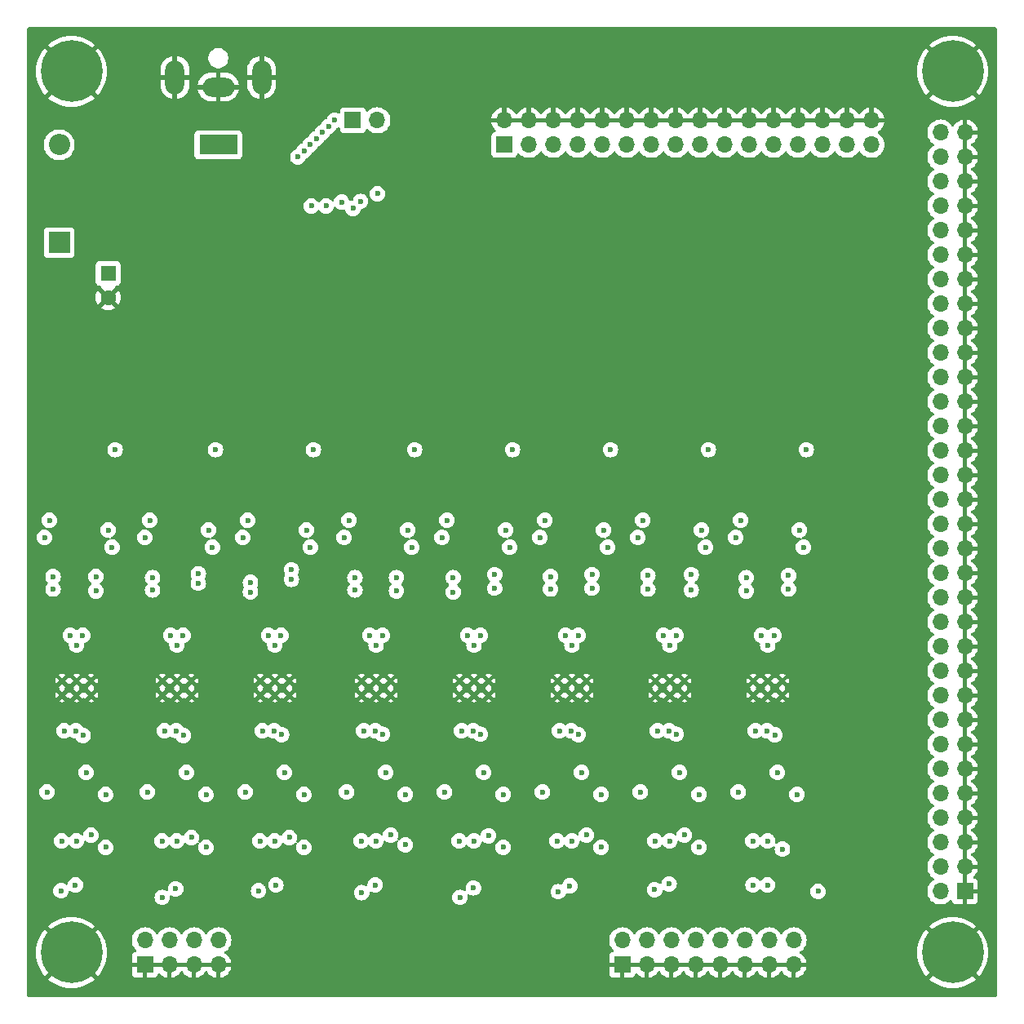
<source format=gbr>
%TF.GenerationSoftware,KiCad,Pcbnew,8.0.7-8.0.7-0~ubuntu22.04.1*%
%TF.CreationDate,2025-01-13T14:39:20-08:00*%
%TF.ProjectId,multichannelheaterdriver_frontend,6d756c74-6963-4686-916e-6e656c686561,rev?*%
%TF.SameCoordinates,Original*%
%TF.FileFunction,Copper,L6,Bot*%
%TF.FilePolarity,Positive*%
%FSLAX46Y46*%
G04 Gerber Fmt 4.6, Leading zero omitted, Abs format (unit mm)*
G04 Created by KiCad (PCBNEW 8.0.7-8.0.7-0~ubuntu22.04.1) date 2025-01-13 14:39:20*
%MOMM*%
%LPD*%
G01*
G04 APERTURE LIST*
%TA.AperFunction,ComponentPad*%
%ADD10R,1.700000X1.700000*%
%TD*%
%TA.AperFunction,ComponentPad*%
%ADD11O,1.700000X1.700000*%
%TD*%
%TA.AperFunction,ComponentPad*%
%ADD12C,0.440000*%
%TD*%
%TA.AperFunction,ComponentPad*%
%ADD13R,2.200000X2.200000*%
%TD*%
%TA.AperFunction,ComponentPad*%
%ADD14O,2.200000X2.200000*%
%TD*%
%TA.AperFunction,ComponentPad*%
%ADD15R,1.600000X1.600000*%
%TD*%
%TA.AperFunction,ComponentPad*%
%ADD16C,1.600000*%
%TD*%
%TA.AperFunction,ComponentPad*%
%ADD17R,4.000000X2.000000*%
%TD*%
%TA.AperFunction,ComponentPad*%
%ADD18O,3.300000X2.000000*%
%TD*%
%TA.AperFunction,ComponentPad*%
%ADD19O,2.000000X3.500000*%
%TD*%
%TA.AperFunction,ComponentPad*%
%ADD20C,6.400000*%
%TD*%
%TA.AperFunction,ViaPad*%
%ADD21C,0.600000*%
%TD*%
G04 APERTURE END LIST*
D10*
%TO.P,J1,1,Pin_1*%
%TO.N,GNDA*%
X97790000Y-90170000D03*
D11*
%TO.P,J1,2,Pin_2*%
%TO.N,/ADC15*%
X95250000Y-90170000D03*
%TO.P,J1,3,Pin_3*%
%TO.N,GNDA*%
X97790000Y-87630000D03*
%TO.P,J1,4,Pin_4*%
%TO.N,/DAC15*%
X95250000Y-87630000D03*
%TO.P,J1,5,Pin_5*%
%TO.N,GNDA*%
X97790000Y-85090000D03*
%TO.P,J1,6,Pin_6*%
%TO.N,/ADC14*%
X95250000Y-85090000D03*
%TO.P,J1,7,Pin_7*%
%TO.N,GNDA*%
X97790000Y-82550000D03*
%TO.P,J1,8,Pin_8*%
%TO.N,/DAC14*%
X95250000Y-82550000D03*
%TO.P,J1,9,Pin_9*%
%TO.N,GNDA*%
X97790000Y-80010000D03*
%TO.P,J1,10,Pin_10*%
%TO.N,/ADC13*%
X95250000Y-80010000D03*
%TO.P,J1,11,Pin_11*%
%TO.N,GNDA*%
X97790000Y-77470000D03*
%TO.P,J1,12,Pin_12*%
%TO.N,/DAC13*%
X95250000Y-77470000D03*
%TO.P,J1,13,Pin_13*%
%TO.N,GNDA*%
X97790000Y-74930000D03*
%TO.P,J1,14,Pin_14*%
%TO.N,/ADC12*%
X95250000Y-74930000D03*
%TO.P,J1,15,Pin_15*%
%TO.N,GNDA*%
X97790000Y-72390000D03*
%TO.P,J1,16,Pin_16*%
%TO.N,/DAC12*%
X95250000Y-72390000D03*
%TO.P,J1,17,Pin_17*%
%TO.N,GNDA*%
X97790000Y-69850000D03*
%TO.P,J1,18,Pin_18*%
%TO.N,/ADC11*%
X95250000Y-69850000D03*
%TO.P,J1,19,Pin_19*%
%TO.N,GNDA*%
X97790000Y-67310000D03*
%TO.P,J1,20,Pin_20*%
%TO.N,/DAC11*%
X95250000Y-67310000D03*
%TO.P,J1,21,Pin_21*%
%TO.N,GNDA*%
X97790000Y-64770000D03*
%TO.P,J1,22,Pin_22*%
%TO.N,/ADC10*%
X95250000Y-64770000D03*
%TO.P,J1,23,Pin_23*%
%TO.N,GNDA*%
X97790000Y-62230000D03*
%TO.P,J1,24,Pin_24*%
%TO.N,/DAC10*%
X95250000Y-62230000D03*
%TO.P,J1,25,Pin_25*%
%TO.N,GNDA*%
X97790000Y-59690000D03*
%TO.P,J1,26,Pin_26*%
%TO.N,/ADC9*%
X95250000Y-59690000D03*
%TO.P,J1,27,Pin_27*%
%TO.N,GNDA*%
X97790000Y-57150000D03*
%TO.P,J1,28,Pin_28*%
%TO.N,/DAC9*%
X95250000Y-57150000D03*
%TO.P,J1,29,Pin_29*%
%TO.N,GNDA*%
X97790000Y-54610000D03*
%TO.P,J1,30,Pin_30*%
%TO.N,/ADC8*%
X95250000Y-54610000D03*
%TO.P,J1,31,Pin_31*%
%TO.N,GNDA*%
X97790000Y-52070000D03*
%TO.P,J1,32,Pin_32*%
%TO.N,/DAC8*%
X95250000Y-52070000D03*
%TO.P,J1,33,Pin_33*%
%TO.N,GNDA*%
X97790000Y-49530000D03*
%TO.P,J1,34,Pin_34*%
%TO.N,/ADC7*%
X95250000Y-49530000D03*
%TO.P,J1,35,Pin_35*%
%TO.N,GNDA*%
X97790000Y-46990000D03*
%TO.P,J1,36,Pin_36*%
%TO.N,/DAC7*%
X95250000Y-46990000D03*
%TO.P,J1,37,Pin_37*%
%TO.N,GNDA*%
X97790000Y-44450000D03*
%TO.P,J1,38,Pin_38*%
%TO.N,/ADC6*%
X95250000Y-44450000D03*
%TO.P,J1,39,Pin_39*%
%TO.N,GNDA*%
X97790000Y-41910000D03*
%TO.P,J1,40,Pin_40*%
%TO.N,/DAC6*%
X95250000Y-41910000D03*
%TO.P,J1,41,Pin_41*%
%TO.N,GNDA*%
X97790000Y-39370000D03*
%TO.P,J1,42,Pin_42*%
%TO.N,/ADC5*%
X95250000Y-39370000D03*
%TO.P,J1,43,Pin_43*%
%TO.N,GNDA*%
X97790000Y-36830000D03*
%TO.P,J1,44,Pin_44*%
%TO.N,/DAC5*%
X95250000Y-36830000D03*
%TO.P,J1,45,Pin_45*%
%TO.N,GNDA*%
X97790000Y-34290000D03*
%TO.P,J1,46,Pin_46*%
%TO.N,/ADC4*%
X95250000Y-34290000D03*
%TO.P,J1,47,Pin_47*%
%TO.N,GNDA*%
X97790000Y-31750000D03*
%TO.P,J1,48,Pin_48*%
%TO.N,/DAC4*%
X95250000Y-31750000D03*
%TO.P,J1,49,Pin_49*%
%TO.N,GNDA*%
X97790000Y-29210000D03*
%TO.P,J1,50,Pin_50*%
%TO.N,/ADC3*%
X95250000Y-29210000D03*
%TO.P,J1,51,Pin_51*%
%TO.N,GNDA*%
X97790000Y-26670000D03*
%TO.P,J1,52,Pin_52*%
%TO.N,/DAC3*%
X95250000Y-26670000D03*
%TO.P,J1,53,Pin_53*%
%TO.N,GNDA*%
X97790000Y-24130000D03*
%TO.P,J1,54,Pin_54*%
%TO.N,/ADC2*%
X95250000Y-24130000D03*
%TO.P,J1,55,Pin_55*%
%TO.N,GNDA*%
X97790000Y-21590000D03*
%TO.P,J1,56,Pin_56*%
%TO.N,/DAC2*%
X95250000Y-21590000D03*
%TO.P,J1,57,Pin_57*%
%TO.N,GNDA*%
X97790000Y-19050000D03*
%TO.P,J1,58,Pin_58*%
%TO.N,/ADC1*%
X95250000Y-19050000D03*
%TO.P,J1,59,Pin_59*%
%TO.N,GNDA*%
X97790000Y-16510000D03*
%TO.P,J1,60,Pin_60*%
%TO.N,/DAC1*%
X95250000Y-16510000D03*
%TO.P,J1,61,Pin_61*%
%TO.N,GNDA*%
X97790000Y-13970000D03*
%TO.P,J1,62,Pin_62*%
%TO.N,/ADC0*%
X95250000Y-13970000D03*
%TO.P,J1,63,Pin_63*%
%TO.N,GNDA*%
X97790000Y-11430000D03*
%TO.P,J1,64,Pin_64*%
%TO.N,/DAC0*%
X95250000Y-11430000D03*
%TD*%
D12*
%TO.P,U9,15,PAD*%
%TO.N,GNDA*%
X24686000Y-69820000D03*
X26186000Y-69820000D03*
X27686000Y-69820000D03*
X24686000Y-68320000D03*
X26186000Y-68320000D03*
X27686000Y-68320000D03*
%TD*%
D13*
%TO.P,D1,1,K*%
%TO.N,Net-(D1-K)*%
X3810000Y-22860000D03*
D14*
%TO.P,D1,2,A*%
%TO.N,Net-(D1-A)*%
X3810000Y-12700000D03*
%TD*%
D15*
%TO.P,C3,1*%
%TO.N,+24V*%
X8890000Y-26035000D03*
D16*
%TO.P,C3,2*%
%TO.N,GNDA*%
X8890000Y-28535000D03*
%TD*%
D10*
%TO.P,J11,1,Pin_1*%
%TO.N,GNDA*%
X12700000Y-97790000D03*
D11*
%TO.P,J11,2,Pin_2*%
%TO.N,+24V*%
X12700000Y-95250000D03*
%TO.P,J11,3,Pin_3*%
%TO.N,GNDA*%
X15240000Y-97790000D03*
%TO.P,J11,4,Pin_4*%
%TO.N,unconnected-(J11-Pin_4-Pad4)*%
X15240000Y-95250000D03*
%TO.P,J11,5,Pin_5*%
%TO.N,GNDA*%
X17780000Y-97790000D03*
%TO.P,J11,6,Pin_6*%
%TO.N,unconnected-(J11-Pin_6-Pad6)*%
X17780000Y-95250000D03*
%TO.P,J11,7,Pin_7*%
%TO.N,GNDA*%
X20320000Y-97790000D03*
%TO.P,J11,8,Pin_8*%
%TO.N,unconnected-(J11-Pin_8-Pad8)*%
X20320000Y-95250000D03*
%TD*%
D17*
%TO.P,J12,1*%
%TO.N,Net-(D1-A)*%
X20320000Y-12700000D03*
D18*
%TO.P,J12,2*%
%TO.N,GNDA*%
X20320000Y-6700000D03*
D19*
%TO.P,J12,MP,MountPin*%
X24820000Y-5700000D03*
X15820000Y-5700000D03*
%TD*%
D12*
%TO.P,U21,15,PAD*%
%TO.N,GNDA*%
X65677000Y-69820000D03*
X67177000Y-69820000D03*
X68677000Y-69820000D03*
X65677000Y-68320000D03*
X67177000Y-68320000D03*
X68677000Y-68320000D03*
%TD*%
D10*
%TO.P,J2,1,Pin_1*%
%TO.N,GNDA*%
X62230000Y-97790000D03*
D11*
%TO.P,J2,2,Pin_2*%
%TO.N,/SHDN0*%
X62230000Y-95250000D03*
%TO.P,J2,3,Pin_3*%
%TO.N,GNDA*%
X64770000Y-97790000D03*
%TO.P,J2,4,Pin_4*%
%TO.N,/SHDN1*%
X64770000Y-95250000D03*
%TO.P,J2,5,Pin_5*%
%TO.N,GNDA*%
X67310000Y-97790000D03*
%TO.P,J2,6,Pin_6*%
%TO.N,/SHDN2*%
X67310000Y-95250000D03*
%TO.P,J2,7,Pin_7*%
%TO.N,GNDA*%
X69850000Y-97790000D03*
%TO.P,J2,8,Pin_8*%
%TO.N,/SHDN3*%
X69850000Y-95250000D03*
%TO.P,J2,9,Pin_9*%
%TO.N,GNDA*%
X72390000Y-97790000D03*
%TO.P,J2,10,Pin_10*%
%TO.N,/SHDN4*%
X72390000Y-95250000D03*
%TO.P,J2,11,Pin_11*%
%TO.N,GNDA*%
X74930000Y-97790000D03*
%TO.P,J2,12,Pin_12*%
%TO.N,/SHDN5*%
X74930000Y-95250000D03*
%TO.P,J2,13,Pin_13*%
%TO.N,GNDA*%
X77470000Y-97790000D03*
%TO.P,J2,14,Pin_14*%
%TO.N,/SHDN6*%
X77470000Y-95250000D03*
%TO.P,J2,15,Pin_15*%
%TO.N,GNDA*%
X80010000Y-97790000D03*
%TO.P,J2,16,Pin_16*%
%TO.N,/SHDN7*%
X80010000Y-95250000D03*
%TD*%
D12*
%TO.P,U15,15,PAD*%
%TO.N,GNDA*%
X45357000Y-69820000D03*
X46857000Y-69820000D03*
X48357000Y-69820000D03*
X45357000Y-68320000D03*
X46857000Y-68320000D03*
X48357000Y-68320000D03*
%TD*%
D20*
%TO.P,H1,1,1*%
%TO.N,GNDA*%
X5080000Y-5080000D03*
%TD*%
D12*
%TO.P,U18,15,PAD*%
%TO.N,GNDA*%
X55517000Y-69820000D03*
X57017000Y-69820000D03*
X58517000Y-69820000D03*
X55517000Y-68320000D03*
X57017000Y-68320000D03*
X58517000Y-68320000D03*
%TD*%
D20*
%TO.P,H2,1,1*%
%TO.N,GNDA*%
X5080000Y-96520000D03*
%TD*%
D10*
%TO.P,J13,1,Pin_1*%
%TO.N,+24V*%
X34285000Y-10160000D03*
D11*
%TO.P,J13,2,Pin_2*%
%TO.N,Net-(D2-K)*%
X36825000Y-10160000D03*
%TD*%
D10*
%TO.P,J10,1,Pin_1*%
%TO.N,/V0*%
X50000000Y-12700000D03*
D11*
%TO.P,J10,2,Pin_2*%
%TO.N,GNDA*%
X50000000Y-10160000D03*
%TO.P,J10,3,Pin_3*%
%TO.N,/V1*%
X52540000Y-12700000D03*
%TO.P,J10,4,Pin_4*%
%TO.N,GNDA*%
X52540000Y-10160000D03*
%TO.P,J10,5,Pin_5*%
%TO.N,/V2*%
X55080000Y-12700000D03*
%TO.P,J10,6,Pin_6*%
%TO.N,GNDA*%
X55080000Y-10160000D03*
%TO.P,J10,7,Pin_7*%
%TO.N,/V3*%
X57620000Y-12700000D03*
%TO.P,J10,8,Pin_8*%
%TO.N,GNDA*%
X57620000Y-10160000D03*
%TO.P,J10,9,Pin_9*%
%TO.N,/V4*%
X60160000Y-12700000D03*
%TO.P,J10,10,Pin_10*%
%TO.N,GNDA*%
X60160000Y-10160000D03*
%TO.P,J10,11,Pin_11*%
%TO.N,/V5*%
X62700000Y-12700000D03*
%TO.P,J10,12,Pin_12*%
%TO.N,GNDA*%
X62700000Y-10160000D03*
%TO.P,J10,13,Pin_13*%
%TO.N,/V6*%
X65240000Y-12700000D03*
%TO.P,J10,14,Pin_14*%
%TO.N,GNDA*%
X65240000Y-10160000D03*
%TO.P,J10,15,Pin_15*%
%TO.N,/V7*%
X67780000Y-12700000D03*
%TO.P,J10,16,Pin_16*%
%TO.N,GNDA*%
X67780000Y-10160000D03*
%TO.P,J10,17,Pin_17*%
%TO.N,/V8*%
X70320000Y-12700000D03*
%TO.P,J10,18,Pin_18*%
%TO.N,GNDA*%
X70320000Y-10160000D03*
%TO.P,J10,19,Pin_19*%
%TO.N,/V9*%
X72860000Y-12700000D03*
%TO.P,J10,20,Pin_20*%
%TO.N,GNDA*%
X72860000Y-10160000D03*
%TO.P,J10,21,Pin_21*%
%TO.N,/V10*%
X75400000Y-12700000D03*
%TO.P,J10,22,Pin_22*%
%TO.N,GNDA*%
X75400000Y-10160000D03*
%TO.P,J10,23,Pin_23*%
%TO.N,/V11*%
X77940000Y-12700000D03*
%TO.P,J10,24,Pin_24*%
%TO.N,GNDA*%
X77940000Y-10160000D03*
%TO.P,J10,25,Pin_25*%
%TO.N,/V12*%
X80480000Y-12700000D03*
%TO.P,J10,26,Pin_26*%
%TO.N,GNDA*%
X80480000Y-10160000D03*
%TO.P,J10,27,Pin_27*%
%TO.N,/V13*%
X83020000Y-12700000D03*
%TO.P,J10,28,Pin_28*%
%TO.N,GNDA*%
X83020000Y-10160000D03*
%TO.P,J10,29,Pin_29*%
%TO.N,/V14*%
X85560000Y-12700000D03*
%TO.P,J10,30,Pin_30*%
%TO.N,GNDA*%
X85560000Y-10160000D03*
%TO.P,J10,31,Pin_31*%
%TO.N,/V15*%
X88100000Y-12700000D03*
%TO.P,J10,32,Pin_32*%
%TO.N,GNDA*%
X88100000Y-10160000D03*
%TD*%
D20*
%TO.P,H4,1,1*%
%TO.N,GNDA*%
X96520000Y-96520000D03*
%TD*%
D12*
%TO.P,U12,15,PAD*%
%TO.N,GNDA*%
X35197000Y-69820000D03*
X36697000Y-69820000D03*
X38197000Y-69820000D03*
X35197000Y-68320000D03*
X36697000Y-68320000D03*
X38197000Y-68320000D03*
%TD*%
%TO.P,U24,15,PAD*%
%TO.N,GNDA*%
X75837000Y-69820000D03*
X77337000Y-69820000D03*
X78837000Y-69820000D03*
X75837000Y-68320000D03*
X77337000Y-68320000D03*
X78837000Y-68320000D03*
%TD*%
%TO.P,U3,15,PAD*%
%TO.N,GNDA*%
X4112000Y-69820000D03*
X5612000Y-69820000D03*
X7112000Y-69820000D03*
X4112000Y-68320000D03*
X5612000Y-68320000D03*
X7112000Y-68320000D03*
%TD*%
%TO.P,U6,15,PAD*%
%TO.N,GNDA*%
X14526000Y-69820000D03*
X16026000Y-69820000D03*
X17526000Y-69820000D03*
X14526000Y-68320000D03*
X16026000Y-68320000D03*
X17526000Y-68320000D03*
%TD*%
D20*
%TO.P,H3,1,1*%
%TO.N,GNDA*%
X96520000Y-5080000D03*
%TD*%
D21*
%TO.N,/ADC15*%
X82550000Y-90170000D03*
%TO.N,/ADC14*%
X78859500Y-85777500D03*
%TO.N,/ADC13*%
X70201000Y-85598000D03*
%TO.N,/ADC12*%
X68677000Y-84328000D03*
%TO.N,/ADC11*%
X60041000Y-85598000D03*
%TO.N,/ADC10*%
X58517000Y-84328000D03*
%TO.N,/ADC9*%
X49881000Y-85598000D03*
%TO.N,/ADC7*%
X39721000Y-85344000D03*
%TO.N,/ADC6*%
X38197000Y-84328000D03*
%TO.N,/ADC4*%
X27686000Y-84582000D03*
%TO.N,/ADC5*%
X29210000Y-85598000D03*
%TO.N,/ADC2*%
X17526000Y-84582000D03*
%TO.N,/ADC3*%
X19050000Y-85598000D03*
%TO.N,GNDA*%
X46429286Y-59290658D03*
X29810000Y-56207294D03*
X26670000Y-19050000D03*
X25758286Y-59290658D03*
X59025000Y-77821000D03*
X25908000Y-35149000D03*
X47236714Y-59290658D03*
X80961000Y-56207294D03*
X65121000Y-80615000D03*
X36419000Y-35149000D03*
X77716714Y-59290658D03*
X79345000Y-77821000D03*
X35814000Y-15905000D03*
X5184286Y-59290658D03*
X7620000Y-73503000D03*
X50481000Y-56207294D03*
X3712000Y-64867000D03*
X55117000Y-64867000D03*
X5334000Y-35149000D03*
X20066000Y-88235000D03*
X58771000Y-51405000D03*
X56739000Y-35149000D03*
X69185000Y-77821000D03*
X25685000Y-19335000D03*
X65277000Y-64867000D03*
X48865000Y-77821000D03*
X15598286Y-59290658D03*
X16650000Y-19304000D03*
X79345000Y-73503000D03*
X30226000Y-88235000D03*
X16405714Y-59290658D03*
X3556000Y-56231000D03*
X3556000Y-80615000D03*
X59025000Y-73503000D03*
X60641000Y-56207294D03*
X41499000Y-47849000D03*
X44801000Y-80615000D03*
X19650000Y-56207294D03*
X43277000Y-48611000D03*
X81377000Y-88235000D03*
X18034000Y-73503000D03*
X77059000Y-35149000D03*
X5991714Y-59290658D03*
X38705000Y-77821000D03*
X24130000Y-80615000D03*
X15748000Y-35149000D03*
X20828000Y-47849000D03*
X68931000Y-51405000D03*
X13970000Y-80615000D03*
X9236000Y-56207294D03*
X51659000Y-47849000D03*
X34641000Y-80615000D03*
X10414000Y-47849000D03*
X71979000Y-47849000D03*
X54961000Y-56231000D03*
X25050000Y-19970000D03*
X40321000Y-56207294D03*
X27940000Y-51405000D03*
X56323000Y-77821000D03*
X28194000Y-77821000D03*
X61819000Y-47849000D03*
X36269286Y-59290658D03*
X33117000Y-48611000D03*
X26565714Y-59290658D03*
X30988000Y-47849000D03*
X44957000Y-64867000D03*
X17780000Y-51405000D03*
X2032000Y-48611000D03*
X23780000Y-21240000D03*
X65121000Y-56231000D03*
X71217000Y-88235000D03*
X24415000Y-20605000D03*
X12446000Y-48611000D03*
X79091000Y-51405000D03*
X36003000Y-77821000D03*
X46579000Y-35149000D03*
X36830000Y-15905000D03*
X44801000Y-56231000D03*
X67556714Y-59290658D03*
X53437000Y-48611000D03*
X63597000Y-48611000D03*
X56589286Y-59290658D03*
X50897000Y-88235000D03*
X76643000Y-77821000D03*
X48865000Y-73503000D03*
X40737000Y-88235000D03*
X34641000Y-56231000D03*
X34797000Y-64867000D03*
X76909286Y-59290658D03*
X66483000Y-77821000D03*
X61057000Y-88235000D03*
X66899000Y-35149000D03*
X48611000Y-51405000D03*
X13970000Y-26924000D03*
X13970000Y-56231000D03*
X15332000Y-77821000D03*
X16650000Y-21336000D03*
X24286000Y-64867000D03*
X22606000Y-48611000D03*
X25492000Y-77821000D03*
X7620000Y-77821000D03*
X82139000Y-47849000D03*
X9652000Y-88235000D03*
X38451000Y-51405000D03*
X73757000Y-48611000D03*
X69185000Y-73503000D03*
X75437000Y-64867000D03*
X17780000Y-18415000D03*
X14126000Y-64867000D03*
X14986000Y-26924000D03*
X7366000Y-51405000D03*
X70801000Y-56207294D03*
X24130000Y-56231000D03*
X37076714Y-59290658D03*
X46163000Y-77821000D03*
X54961000Y-80615000D03*
X57396714Y-59290658D03*
X4918000Y-77821000D03*
X38705000Y-73503000D03*
X28194000Y-73503000D03*
X75281000Y-56231000D03*
X18034000Y-77821000D03*
X66749286Y-59290658D03*
X75281000Y-80615000D03*
X15875000Y-26924000D03*
%TO.N,+24V*%
X61018500Y-44331500D03*
X28575000Y-13970000D03*
X66527000Y-63597000D03*
X30480000Y-12065000D03*
X31496000Y-19050000D03*
X40698500Y-44331500D03*
X71178500Y-44331500D03*
X37347000Y-63597000D03*
X77337000Y-64613000D03*
X16026000Y-64613000D03*
X67827000Y-63597000D03*
X81338500Y-44331500D03*
X33116500Y-18638500D03*
X56367000Y-63597000D03*
X36697000Y-64613000D03*
X57017000Y-64613000D03*
X77987000Y-63597000D03*
X76687000Y-63597000D03*
X26186000Y-64613000D03*
X26836000Y-63597000D03*
X31750000Y-10795000D03*
X47507000Y-63597000D03*
X25536000Y-63597000D03*
X32385000Y-10160000D03*
X50858500Y-44331500D03*
X46857000Y-64613000D03*
X20027500Y-44331500D03*
X29845000Y-12700000D03*
X31115000Y-11430000D03*
X5612000Y-64613000D03*
X16676000Y-63597000D03*
X30187500Y-44331500D03*
X9613500Y-44331500D03*
X15376000Y-63597000D03*
X6262000Y-63597000D03*
X67177000Y-64613000D03*
X57667000Y-63597000D03*
X4962000Y-63597000D03*
X29210000Y-13335000D03*
X46207000Y-63597000D03*
X29972000Y-19050000D03*
X36047000Y-63597000D03*
%TO.N,+5V*%
X70455000Y-52675000D03*
X8890000Y-52675000D03*
X78329000Y-77821000D03*
X17018000Y-77821000D03*
X47849000Y-77821000D03*
X19304000Y-52675000D03*
X13208000Y-51659000D03*
X44039000Y-51659000D03*
X34290000Y-19304000D03*
X27178000Y-77821000D03*
X6604000Y-77821000D03*
X74519000Y-51659000D03*
X58009000Y-77821000D03*
X50135000Y-52675000D03*
X54199000Y-51659000D03*
X80615000Y-52675000D03*
X60295000Y-52675000D03*
X37689000Y-77821000D03*
X29464000Y-52675000D03*
X68169000Y-77821000D03*
X35082500Y-18572500D03*
X23368000Y-51659000D03*
X39975000Y-52675000D03*
X36830000Y-17780000D03*
X2794000Y-51659000D03*
X33879000Y-51659000D03*
X64359000Y-51659000D03*
%TO.N,Net-(U3-IN1+)*%
X4318000Y-73503000D03*
X4064000Y-84933000D03*
%TO.N,Net-(U3-IN2+)*%
X5588000Y-84933000D03*
X5562000Y-73503000D03*
%TO.N,/ADC1*%
X8636000Y-85598000D03*
%TO.N,/ADC0*%
X7112000Y-84328000D03*
%TO.N,Net-(U6-IN1+)*%
X14732000Y-73503000D03*
X14478000Y-84933000D03*
%TO.N,Net-(U6-IN2+)*%
X16002000Y-84933000D03*
X15976000Y-73503000D03*
%TO.N,Net-(U9-IN1+)*%
X24892000Y-73503000D03*
X24638000Y-84933000D03*
%TO.N,Net-(U9-IN2+)*%
X26136000Y-73503000D03*
X26162000Y-84933000D03*
%TO.N,Net-(U12-IN1+)*%
X35403000Y-73503000D03*
X35149000Y-84933000D03*
%TO.N,Net-(U12-IN2+)*%
X36647000Y-73503000D03*
X36673000Y-84933000D03*
%TO.N,Net-(U15-IN1+)*%
X45309000Y-84933000D03*
X45563000Y-73503000D03*
%TO.N,Net-(U15-IN2+)*%
X46807000Y-73503000D03*
X46833000Y-84933000D03*
%TO.N,/ADC8*%
X48357000Y-84400000D03*
%TO.N,Net-(U18-IN1+)*%
X55469000Y-84933000D03*
X55723000Y-73503000D03*
%TO.N,Net-(U18-IN2+)*%
X56967000Y-73503000D03*
X56993000Y-84933000D03*
%TO.N,Net-(U21-IN1+)*%
X65629000Y-84933000D03*
X65883000Y-73503000D03*
%TO.N,Net-(U21-IN2+)*%
X67153000Y-84933000D03*
X67127000Y-73503000D03*
%TO.N,Net-(U24-IN1+)*%
X75789000Y-84933000D03*
X76043000Y-73503000D03*
%TO.N,Net-(U24-IN2+)*%
X77287000Y-73503000D03*
X77313000Y-84933000D03*
%TO.N,/DAC11*%
X55600000Y-90200000D03*
%TO.N,/DAC2*%
X15900000Y-89900000D03*
%TO.N,/DAC1*%
X4000000Y-90100000D03*
%TO.N,/DAC14*%
X77300000Y-89500000D03*
%TO.N,/DAC6*%
X36600000Y-89500000D03*
%TO.N,/DAC5*%
X24500000Y-90100000D03*
%TO.N,/DAC7*%
X35200000Y-90300000D03*
%TO.N,/DAC9*%
X45400000Y-90800000D03*
%TO.N,/DAC10*%
X56800000Y-89600000D03*
%TO.N,/DAC3*%
X14500000Y-90800000D03*
%TO.N,/DAC15*%
X75800000Y-89500000D03*
%TO.N,/DAC0*%
X5500000Y-89500000D03*
%TO.N,/DAC4*%
X26300000Y-89500000D03*
%TO.N,/DAC8*%
X46800000Y-89800000D03*
%TO.N,/DAC12*%
X67100000Y-89400000D03*
%TO.N,/DAC13*%
X65600000Y-90000000D03*
%TO.N,/V2*%
X13500000Y-58900000D03*
X13500000Y-57600000D03*
%TO.N,/V11*%
X59100000Y-58700000D03*
X59100000Y-57300000D03*
%TO.N,/V5*%
X27905000Y-57800000D03*
X27905000Y-56800000D03*
%TO.N,/V3*%
X18250000Y-58200000D03*
X18250000Y-57200000D03*
%TO.N,/V13*%
X69401000Y-57300000D03*
X69401000Y-58900000D03*
%TO.N,/V9*%
X49000000Y-57300000D03*
X49000000Y-58700000D03*
%TO.N,/V10*%
X54800000Y-58800000D03*
X54800000Y-57500000D03*
%TO.N,/V4*%
X23660000Y-59100000D03*
X23660000Y-58100000D03*
%TO.N,/V0*%
X3175000Y-57500000D03*
X3175000Y-58800000D03*
%TO.N,/V1*%
X7620000Y-59000000D03*
X7620000Y-57500000D03*
%TO.N,/V12*%
X64900000Y-57400000D03*
X64900000Y-58800000D03*
%TO.N,/V7*%
X38800000Y-57600000D03*
X38800000Y-59000000D03*
%TO.N,/V14*%
X75100000Y-57600000D03*
X75100000Y-59000000D03*
%TO.N,/V6*%
X34500000Y-58900000D03*
X34500000Y-57600000D03*
%TO.N,/V15*%
X79500000Y-57400000D03*
X79500000Y-58800000D03*
%TO.N,/V8*%
X44700000Y-57600000D03*
X44700000Y-59100000D03*
%TO.N,Net-(U2-OUT1)*%
X2540000Y-79853000D03*
X2286000Y-53437000D03*
%TO.N,Net-(U2-OUT2)*%
X9305151Y-54453001D03*
X8636000Y-80107000D03*
%TO.N,Net-(U5-OUT1)*%
X12954000Y-79853000D03*
X12700000Y-53437000D03*
%TO.N,Net-(U5-OUT2)*%
X19719151Y-54453001D03*
X19050000Y-80107000D03*
%TO.N,Net-(U8-OUT1)*%
X22860000Y-53437000D03*
X23114000Y-79853000D03*
%TO.N,Net-(U8-OUT2)*%
X29879151Y-54453001D03*
X29210000Y-80107000D03*
%TO.N,Net-(U11-OUT1)*%
X33625000Y-79853000D03*
X33371000Y-53437000D03*
%TO.N,Net-(U11-OUT2)*%
X40390151Y-54453001D03*
X39721000Y-80107000D03*
%TO.N,Net-(U14-OUT1)*%
X43531000Y-53437000D03*
X43785000Y-79853000D03*
%TO.N,Net-(U14-OUT2)*%
X49881000Y-80107000D03*
X50550151Y-54453001D03*
%TO.N,Net-(U17-OUT1)*%
X53691000Y-53437000D03*
X53945000Y-79853000D03*
%TO.N,Net-(U17-OUT2)*%
X60710151Y-54453001D03*
X60041000Y-80107000D03*
%TO.N,Net-(U20-OUT1)*%
X63851000Y-53437000D03*
X64105000Y-79853000D03*
%TO.N,Net-(U20-OUT2)*%
X70201000Y-80107000D03*
X70870151Y-54453001D03*
%TO.N,Net-(U23-OUT1)*%
X74265000Y-79853000D03*
X74011000Y-53437000D03*
%TO.N,Net-(U23-OUT2)*%
X80361000Y-80107000D03*
X81030151Y-54453001D03*
%TO.N,/SHDN6*%
X67843110Y-73859638D03*
%TO.N,/SHDN3*%
X37363110Y-73859638D03*
%TO.N,/SHDN5*%
X57665833Y-73892406D03*
%TO.N,/SHDN7*%
X78071735Y-73928265D03*
%TO.N,/SHDN2*%
X26896235Y-73903765D03*
%TO.N,/SHDN1*%
X16700000Y-74000000D03*
%TO.N,/SHDN4*%
X47522303Y-73861255D03*
%TO.N,/SHDN0*%
X6300000Y-74000000D03*
%TD*%
%TA.AperFunction,Conductor*%
%TO.N,GNDA*%
G36*
X14774075Y-97597007D02*
G01*
X14740000Y-97724174D01*
X14740000Y-97855826D01*
X14774075Y-97982993D01*
X14806988Y-98040000D01*
X13133012Y-98040000D01*
X13165925Y-97982993D01*
X13200000Y-97855826D01*
X13200000Y-97724174D01*
X13165925Y-97597007D01*
X13133012Y-97540000D01*
X14806988Y-97540000D01*
X14774075Y-97597007D01*
G37*
%TD.AperFunction*%
%TA.AperFunction,Conductor*%
G36*
X17314075Y-97597007D02*
G01*
X17280000Y-97724174D01*
X17280000Y-97855826D01*
X17314075Y-97982993D01*
X17346988Y-98040000D01*
X15673012Y-98040000D01*
X15705925Y-97982993D01*
X15740000Y-97855826D01*
X15740000Y-97724174D01*
X15705925Y-97597007D01*
X15673012Y-97540000D01*
X17346988Y-97540000D01*
X17314075Y-97597007D01*
G37*
%TD.AperFunction*%
%TA.AperFunction,Conductor*%
G36*
X19854075Y-97597007D02*
G01*
X19820000Y-97724174D01*
X19820000Y-97855826D01*
X19854075Y-97982993D01*
X19886988Y-98040000D01*
X18213012Y-98040000D01*
X18245925Y-97982993D01*
X18280000Y-97855826D01*
X18280000Y-97724174D01*
X18245925Y-97597007D01*
X18213012Y-97540000D01*
X19886988Y-97540000D01*
X19854075Y-97597007D01*
G37*
%TD.AperFunction*%
%TA.AperFunction,Conductor*%
G36*
X64304075Y-97597007D02*
G01*
X64270000Y-97724174D01*
X64270000Y-97855826D01*
X64304075Y-97982993D01*
X64336988Y-98040000D01*
X62663012Y-98040000D01*
X62695925Y-97982993D01*
X62730000Y-97855826D01*
X62730000Y-97724174D01*
X62695925Y-97597007D01*
X62663012Y-97540000D01*
X64336988Y-97540000D01*
X64304075Y-97597007D01*
G37*
%TD.AperFunction*%
%TA.AperFunction,Conductor*%
G36*
X66844075Y-97597007D02*
G01*
X66810000Y-97724174D01*
X66810000Y-97855826D01*
X66844075Y-97982993D01*
X66876988Y-98040000D01*
X65203012Y-98040000D01*
X65235925Y-97982993D01*
X65270000Y-97855826D01*
X65270000Y-97724174D01*
X65235925Y-97597007D01*
X65203012Y-97540000D01*
X66876988Y-97540000D01*
X66844075Y-97597007D01*
G37*
%TD.AperFunction*%
%TA.AperFunction,Conductor*%
G36*
X69384075Y-97597007D02*
G01*
X69350000Y-97724174D01*
X69350000Y-97855826D01*
X69384075Y-97982993D01*
X69416988Y-98040000D01*
X67743012Y-98040000D01*
X67775925Y-97982993D01*
X67810000Y-97855826D01*
X67810000Y-97724174D01*
X67775925Y-97597007D01*
X67743012Y-97540000D01*
X69416988Y-97540000D01*
X69384075Y-97597007D01*
G37*
%TD.AperFunction*%
%TA.AperFunction,Conductor*%
G36*
X71924075Y-97597007D02*
G01*
X71890000Y-97724174D01*
X71890000Y-97855826D01*
X71924075Y-97982993D01*
X71956988Y-98040000D01*
X70283012Y-98040000D01*
X70315925Y-97982993D01*
X70350000Y-97855826D01*
X70350000Y-97724174D01*
X70315925Y-97597007D01*
X70283012Y-97540000D01*
X71956988Y-97540000D01*
X71924075Y-97597007D01*
G37*
%TD.AperFunction*%
%TA.AperFunction,Conductor*%
G36*
X74464075Y-97597007D02*
G01*
X74430000Y-97724174D01*
X74430000Y-97855826D01*
X74464075Y-97982993D01*
X74496988Y-98040000D01*
X72823012Y-98040000D01*
X72855925Y-97982993D01*
X72890000Y-97855826D01*
X72890000Y-97724174D01*
X72855925Y-97597007D01*
X72823012Y-97540000D01*
X74496988Y-97540000D01*
X74464075Y-97597007D01*
G37*
%TD.AperFunction*%
%TA.AperFunction,Conductor*%
G36*
X77004075Y-97597007D02*
G01*
X76970000Y-97724174D01*
X76970000Y-97855826D01*
X77004075Y-97982993D01*
X77036988Y-98040000D01*
X75363012Y-98040000D01*
X75395925Y-97982993D01*
X75430000Y-97855826D01*
X75430000Y-97724174D01*
X75395925Y-97597007D01*
X75363012Y-97540000D01*
X77036988Y-97540000D01*
X77004075Y-97597007D01*
G37*
%TD.AperFunction*%
%TA.AperFunction,Conductor*%
G36*
X79544075Y-97597007D02*
G01*
X79510000Y-97724174D01*
X79510000Y-97855826D01*
X79544075Y-97982993D01*
X79576988Y-98040000D01*
X77903012Y-98040000D01*
X77935925Y-97982993D01*
X77970000Y-97855826D01*
X77970000Y-97724174D01*
X77935925Y-97597007D01*
X77903012Y-97540000D01*
X79576988Y-97540000D01*
X79544075Y-97597007D01*
G37*
%TD.AperFunction*%
%TA.AperFunction,Conductor*%
G36*
X98040000Y-89736988D02*
G01*
X97982993Y-89704075D01*
X97855826Y-89670000D01*
X97724174Y-89670000D01*
X97597007Y-89704075D01*
X97540000Y-89736988D01*
X97540000Y-88063012D01*
X97597007Y-88095925D01*
X97724174Y-88130000D01*
X97855826Y-88130000D01*
X97982993Y-88095925D01*
X98040000Y-88063012D01*
X98040000Y-89736988D01*
G37*
%TD.AperFunction*%
%TA.AperFunction,Conductor*%
G36*
X98040000Y-87196988D02*
G01*
X97982993Y-87164075D01*
X97855826Y-87130000D01*
X97724174Y-87130000D01*
X97597007Y-87164075D01*
X97540000Y-87196988D01*
X97540000Y-85523012D01*
X97597007Y-85555925D01*
X97724174Y-85590000D01*
X97855826Y-85590000D01*
X97982993Y-85555925D01*
X98040000Y-85523012D01*
X98040000Y-87196988D01*
G37*
%TD.AperFunction*%
%TA.AperFunction,Conductor*%
G36*
X98040000Y-84656988D02*
G01*
X97982993Y-84624075D01*
X97855826Y-84590000D01*
X97724174Y-84590000D01*
X97597007Y-84624075D01*
X97540000Y-84656988D01*
X97540000Y-82983012D01*
X97597007Y-83015925D01*
X97724174Y-83050000D01*
X97855826Y-83050000D01*
X97982993Y-83015925D01*
X98040000Y-82983012D01*
X98040000Y-84656988D01*
G37*
%TD.AperFunction*%
%TA.AperFunction,Conductor*%
G36*
X98040000Y-82116988D02*
G01*
X97982993Y-82084075D01*
X97855826Y-82050000D01*
X97724174Y-82050000D01*
X97597007Y-82084075D01*
X97540000Y-82116988D01*
X97540000Y-80443012D01*
X97597007Y-80475925D01*
X97724174Y-80510000D01*
X97855826Y-80510000D01*
X97982993Y-80475925D01*
X98040000Y-80443012D01*
X98040000Y-82116988D01*
G37*
%TD.AperFunction*%
%TA.AperFunction,Conductor*%
G36*
X98040000Y-79576988D02*
G01*
X97982993Y-79544075D01*
X97855826Y-79510000D01*
X97724174Y-79510000D01*
X97597007Y-79544075D01*
X97540000Y-79576988D01*
X97540000Y-77903012D01*
X97597007Y-77935925D01*
X97724174Y-77970000D01*
X97855826Y-77970000D01*
X97982993Y-77935925D01*
X98040000Y-77903012D01*
X98040000Y-79576988D01*
G37*
%TD.AperFunction*%
%TA.AperFunction,Conductor*%
G36*
X98040000Y-77036988D02*
G01*
X97982993Y-77004075D01*
X97855826Y-76970000D01*
X97724174Y-76970000D01*
X97597007Y-77004075D01*
X97540000Y-77036988D01*
X97540000Y-75363012D01*
X97597007Y-75395925D01*
X97724174Y-75430000D01*
X97855826Y-75430000D01*
X97982993Y-75395925D01*
X98040000Y-75363012D01*
X98040000Y-77036988D01*
G37*
%TD.AperFunction*%
%TA.AperFunction,Conductor*%
G36*
X98040000Y-74496988D02*
G01*
X97982993Y-74464075D01*
X97855826Y-74430000D01*
X97724174Y-74430000D01*
X97597007Y-74464075D01*
X97540000Y-74496988D01*
X97540000Y-72823012D01*
X97597007Y-72855925D01*
X97724174Y-72890000D01*
X97855826Y-72890000D01*
X97982993Y-72855925D01*
X98040000Y-72823012D01*
X98040000Y-74496988D01*
G37*
%TD.AperFunction*%
%TA.AperFunction,Conductor*%
G36*
X98040000Y-71956988D02*
G01*
X97982993Y-71924075D01*
X97855826Y-71890000D01*
X97724174Y-71890000D01*
X97597007Y-71924075D01*
X97540000Y-71956988D01*
X97540000Y-70283012D01*
X97597007Y-70315925D01*
X97724174Y-70350000D01*
X97855826Y-70350000D01*
X97982993Y-70315925D01*
X98040000Y-70283012D01*
X98040000Y-71956988D01*
G37*
%TD.AperFunction*%
%TA.AperFunction,Conductor*%
G36*
X98040000Y-69416988D02*
G01*
X97982993Y-69384075D01*
X97855826Y-69350000D01*
X97724174Y-69350000D01*
X97597007Y-69384075D01*
X97540000Y-69416988D01*
X97540000Y-67743012D01*
X97597007Y-67775925D01*
X97724174Y-67810000D01*
X97855826Y-67810000D01*
X97982993Y-67775925D01*
X98040000Y-67743012D01*
X98040000Y-69416988D01*
G37*
%TD.AperFunction*%
%TA.AperFunction,Conductor*%
G36*
X98040000Y-66876988D02*
G01*
X97982993Y-66844075D01*
X97855826Y-66810000D01*
X97724174Y-66810000D01*
X97597007Y-66844075D01*
X97540000Y-66876988D01*
X97540000Y-65203012D01*
X97597007Y-65235925D01*
X97724174Y-65270000D01*
X97855826Y-65270000D01*
X97982993Y-65235925D01*
X98040000Y-65203012D01*
X98040000Y-66876988D01*
G37*
%TD.AperFunction*%
%TA.AperFunction,Conductor*%
G36*
X98040000Y-64336988D02*
G01*
X97982993Y-64304075D01*
X97855826Y-64270000D01*
X97724174Y-64270000D01*
X97597007Y-64304075D01*
X97540000Y-64336988D01*
X97540000Y-62663012D01*
X97597007Y-62695925D01*
X97724174Y-62730000D01*
X97855826Y-62730000D01*
X97982993Y-62695925D01*
X98040000Y-62663012D01*
X98040000Y-64336988D01*
G37*
%TD.AperFunction*%
%TA.AperFunction,Conductor*%
G36*
X98040000Y-61796988D02*
G01*
X97982993Y-61764075D01*
X97855826Y-61730000D01*
X97724174Y-61730000D01*
X97597007Y-61764075D01*
X97540000Y-61796988D01*
X97540000Y-60123012D01*
X97597007Y-60155925D01*
X97724174Y-60190000D01*
X97855826Y-60190000D01*
X97982993Y-60155925D01*
X98040000Y-60123012D01*
X98040000Y-61796988D01*
G37*
%TD.AperFunction*%
%TA.AperFunction,Conductor*%
G36*
X98040000Y-59256988D02*
G01*
X97982993Y-59224075D01*
X97855826Y-59190000D01*
X97724174Y-59190000D01*
X97597007Y-59224075D01*
X97540000Y-59256988D01*
X97540000Y-57583012D01*
X97597007Y-57615925D01*
X97724174Y-57650000D01*
X97855826Y-57650000D01*
X97982993Y-57615925D01*
X98040000Y-57583012D01*
X98040000Y-59256988D01*
G37*
%TD.AperFunction*%
%TA.AperFunction,Conductor*%
G36*
X98040000Y-56716988D02*
G01*
X97982993Y-56684075D01*
X97855826Y-56650000D01*
X97724174Y-56650000D01*
X97597007Y-56684075D01*
X97540000Y-56716988D01*
X97540000Y-55043012D01*
X97597007Y-55075925D01*
X97724174Y-55110000D01*
X97855826Y-55110000D01*
X97982993Y-55075925D01*
X98040000Y-55043012D01*
X98040000Y-56716988D01*
G37*
%TD.AperFunction*%
%TA.AperFunction,Conductor*%
G36*
X98040000Y-54176988D02*
G01*
X97982993Y-54144075D01*
X97855826Y-54110000D01*
X97724174Y-54110000D01*
X97597007Y-54144075D01*
X97540000Y-54176988D01*
X97540000Y-52503012D01*
X97597007Y-52535925D01*
X97724174Y-52570000D01*
X97855826Y-52570000D01*
X97982993Y-52535925D01*
X98040000Y-52503012D01*
X98040000Y-54176988D01*
G37*
%TD.AperFunction*%
%TA.AperFunction,Conductor*%
G36*
X97597007Y-49995925D02*
G01*
X97724174Y-50030000D01*
X97855826Y-50030000D01*
X97982993Y-49995925D01*
X98040000Y-49963012D01*
X98040000Y-51636988D01*
X97982993Y-51604075D01*
X97855826Y-51570000D01*
X97724174Y-51570000D01*
X97597007Y-51604075D01*
X97540000Y-51636988D01*
X97540000Y-49963011D01*
X97597007Y-49995925D01*
G37*
%TD.AperFunction*%
%TA.AperFunction,Conductor*%
G36*
X98040000Y-49096988D02*
G01*
X97982993Y-49064075D01*
X97855826Y-49030000D01*
X97724174Y-49030000D01*
X97597007Y-49064075D01*
X97540000Y-49096988D01*
X97540000Y-47423012D01*
X97597007Y-47455925D01*
X97724174Y-47490000D01*
X97855826Y-47490000D01*
X97982993Y-47455925D01*
X98040000Y-47423012D01*
X98040000Y-49096988D01*
G37*
%TD.AperFunction*%
%TA.AperFunction,Conductor*%
G36*
X98040000Y-46556988D02*
G01*
X97982993Y-46524075D01*
X97855826Y-46490000D01*
X97724174Y-46490000D01*
X97597007Y-46524075D01*
X97540000Y-46556988D01*
X97540000Y-44883012D01*
X97597007Y-44915925D01*
X97724174Y-44950000D01*
X97855826Y-44950000D01*
X97982993Y-44915925D01*
X98040000Y-44883012D01*
X98040000Y-46556988D01*
G37*
%TD.AperFunction*%
%TA.AperFunction,Conductor*%
G36*
X98040000Y-44016988D02*
G01*
X97982993Y-43984075D01*
X97855826Y-43950000D01*
X97724174Y-43950000D01*
X97597007Y-43984075D01*
X97540000Y-44016988D01*
X97540000Y-42343012D01*
X97597007Y-42375925D01*
X97724174Y-42410000D01*
X97855826Y-42410000D01*
X97982993Y-42375925D01*
X98040000Y-42343012D01*
X98040000Y-44016988D01*
G37*
%TD.AperFunction*%
%TA.AperFunction,Conductor*%
G36*
X98040000Y-41476988D02*
G01*
X97982993Y-41444075D01*
X97855826Y-41410000D01*
X97724174Y-41410000D01*
X97597007Y-41444075D01*
X97540000Y-41476988D01*
X97540000Y-39803012D01*
X97597007Y-39835925D01*
X97724174Y-39870000D01*
X97855826Y-39870000D01*
X97982993Y-39835925D01*
X98040000Y-39803012D01*
X98040000Y-41476988D01*
G37*
%TD.AperFunction*%
%TA.AperFunction,Conductor*%
G36*
X98040000Y-38936988D02*
G01*
X97982993Y-38904075D01*
X97855826Y-38870000D01*
X97724174Y-38870000D01*
X97597007Y-38904075D01*
X97540000Y-38936988D01*
X97540000Y-37263012D01*
X97597007Y-37295925D01*
X97724174Y-37330000D01*
X97855826Y-37330000D01*
X97982993Y-37295925D01*
X98040000Y-37263012D01*
X98040000Y-38936988D01*
G37*
%TD.AperFunction*%
%TA.AperFunction,Conductor*%
G36*
X97597007Y-34755925D02*
G01*
X97724174Y-34790000D01*
X97855826Y-34790000D01*
X97982993Y-34755925D01*
X98040000Y-34723012D01*
X98040000Y-36396988D01*
X97982993Y-36364075D01*
X97855826Y-36330000D01*
X97724174Y-36330000D01*
X97597007Y-36364075D01*
X97540000Y-36396988D01*
X97540000Y-34723011D01*
X97597007Y-34755925D01*
G37*
%TD.AperFunction*%
%TA.AperFunction,Conductor*%
G36*
X98040000Y-33856988D02*
G01*
X97982993Y-33824075D01*
X97855826Y-33790000D01*
X97724174Y-33790000D01*
X97597007Y-33824075D01*
X97540000Y-33856988D01*
X97540000Y-32183012D01*
X97597007Y-32215925D01*
X97724174Y-32250000D01*
X97855826Y-32250000D01*
X97982993Y-32215925D01*
X98040000Y-32183012D01*
X98040000Y-33856988D01*
G37*
%TD.AperFunction*%
%TA.AperFunction,Conductor*%
G36*
X98040000Y-31316988D02*
G01*
X97982993Y-31284075D01*
X97855826Y-31250000D01*
X97724174Y-31250000D01*
X97597007Y-31284075D01*
X97540000Y-31316988D01*
X97540000Y-29643012D01*
X97597007Y-29675925D01*
X97724174Y-29710000D01*
X97855826Y-29710000D01*
X97982993Y-29675925D01*
X98040000Y-29643012D01*
X98040000Y-31316988D01*
G37*
%TD.AperFunction*%
%TA.AperFunction,Conductor*%
G36*
X98040000Y-28776988D02*
G01*
X97982993Y-28744075D01*
X97855826Y-28710000D01*
X97724174Y-28710000D01*
X97597007Y-28744075D01*
X97540000Y-28776988D01*
X97540000Y-27103012D01*
X97597007Y-27135925D01*
X97724174Y-27170000D01*
X97855826Y-27170000D01*
X97982993Y-27135925D01*
X98040000Y-27103012D01*
X98040000Y-28776988D01*
G37*
%TD.AperFunction*%
%TA.AperFunction,Conductor*%
G36*
X98040000Y-26236988D02*
G01*
X97982993Y-26204075D01*
X97855826Y-26170000D01*
X97724174Y-26170000D01*
X97597007Y-26204075D01*
X97540000Y-26236988D01*
X97540000Y-24563012D01*
X97597007Y-24595925D01*
X97724174Y-24630000D01*
X97855826Y-24630000D01*
X97982993Y-24595925D01*
X98040000Y-24563012D01*
X98040000Y-26236988D01*
G37*
%TD.AperFunction*%
%TA.AperFunction,Conductor*%
G36*
X98040000Y-23696988D02*
G01*
X97982993Y-23664075D01*
X97855826Y-23630000D01*
X97724174Y-23630000D01*
X97597007Y-23664075D01*
X97540000Y-23696988D01*
X97540000Y-22023012D01*
X97597007Y-22055925D01*
X97724174Y-22090000D01*
X97855826Y-22090000D01*
X97982993Y-22055925D01*
X98040000Y-22023012D01*
X98040000Y-23696988D01*
G37*
%TD.AperFunction*%
%TA.AperFunction,Conductor*%
G36*
X98040000Y-21156988D02*
G01*
X97982993Y-21124075D01*
X97855826Y-21090000D01*
X97724174Y-21090000D01*
X97597007Y-21124075D01*
X97540000Y-21156988D01*
X97540000Y-19483012D01*
X97597007Y-19515925D01*
X97724174Y-19550000D01*
X97855826Y-19550000D01*
X97982993Y-19515925D01*
X98040000Y-19483012D01*
X98040000Y-21156988D01*
G37*
%TD.AperFunction*%
%TA.AperFunction,Conductor*%
G36*
X98040000Y-18616988D02*
G01*
X97982993Y-18584075D01*
X97855826Y-18550000D01*
X97724174Y-18550000D01*
X97597007Y-18584075D01*
X97540000Y-18616988D01*
X97540000Y-16943012D01*
X97597007Y-16975925D01*
X97724174Y-17010000D01*
X97855826Y-17010000D01*
X97982993Y-16975925D01*
X98040000Y-16943012D01*
X98040000Y-18616988D01*
G37*
%TD.AperFunction*%
%TA.AperFunction,Conductor*%
G36*
X98040000Y-16076988D02*
G01*
X97982993Y-16044075D01*
X97855826Y-16010000D01*
X97724174Y-16010000D01*
X97597007Y-16044075D01*
X97540000Y-16076988D01*
X97540000Y-14403012D01*
X97597007Y-14435925D01*
X97724174Y-14470000D01*
X97855826Y-14470000D01*
X97982993Y-14435925D01*
X98040000Y-14403012D01*
X98040000Y-16076988D01*
G37*
%TD.AperFunction*%
%TA.AperFunction,Conductor*%
G36*
X98040000Y-13536988D02*
G01*
X97982993Y-13504075D01*
X97855826Y-13470000D01*
X97724174Y-13470000D01*
X97597007Y-13504075D01*
X97540000Y-13536988D01*
X97540000Y-11863012D01*
X97597007Y-11895925D01*
X97724174Y-11930000D01*
X97855826Y-11930000D01*
X97982993Y-11895925D01*
X98040000Y-11863012D01*
X98040000Y-13536988D01*
G37*
%TD.AperFunction*%
%TA.AperFunction,Conductor*%
G36*
X52074075Y-9967007D02*
G01*
X52040000Y-10094174D01*
X52040000Y-10225826D01*
X52074075Y-10352993D01*
X52106988Y-10410000D01*
X50433012Y-10410000D01*
X50465925Y-10352993D01*
X50500000Y-10225826D01*
X50500000Y-10094174D01*
X50465925Y-9967007D01*
X50433012Y-9910000D01*
X52106988Y-9910000D01*
X52074075Y-9967007D01*
G37*
%TD.AperFunction*%
%TA.AperFunction,Conductor*%
G36*
X54614075Y-9967007D02*
G01*
X54580000Y-10094174D01*
X54580000Y-10225826D01*
X54614075Y-10352993D01*
X54646988Y-10410000D01*
X52973012Y-10410000D01*
X53005925Y-10352993D01*
X53040000Y-10225826D01*
X53040000Y-10094174D01*
X53005925Y-9967007D01*
X52973012Y-9910000D01*
X54646988Y-9910000D01*
X54614075Y-9967007D01*
G37*
%TD.AperFunction*%
%TA.AperFunction,Conductor*%
G36*
X57154075Y-9967007D02*
G01*
X57120000Y-10094174D01*
X57120000Y-10225826D01*
X57154075Y-10352993D01*
X57186988Y-10410000D01*
X55513012Y-10410000D01*
X55545925Y-10352993D01*
X55580000Y-10225826D01*
X55580000Y-10094174D01*
X55545925Y-9967007D01*
X55513012Y-9910000D01*
X57186988Y-9910000D01*
X57154075Y-9967007D01*
G37*
%TD.AperFunction*%
%TA.AperFunction,Conductor*%
G36*
X59694075Y-9967007D02*
G01*
X59660000Y-10094174D01*
X59660000Y-10225826D01*
X59694075Y-10352993D01*
X59726988Y-10410000D01*
X58053012Y-10410000D01*
X58085925Y-10352993D01*
X58120000Y-10225826D01*
X58120000Y-10094174D01*
X58085925Y-9967007D01*
X58053012Y-9910000D01*
X59726988Y-9910000D01*
X59694075Y-9967007D01*
G37*
%TD.AperFunction*%
%TA.AperFunction,Conductor*%
G36*
X62234075Y-9967007D02*
G01*
X62200000Y-10094174D01*
X62200000Y-10225826D01*
X62234075Y-10352993D01*
X62266988Y-10410000D01*
X60593012Y-10410000D01*
X60625925Y-10352993D01*
X60660000Y-10225826D01*
X60660000Y-10094174D01*
X60625925Y-9967007D01*
X60593012Y-9910000D01*
X62266988Y-9910000D01*
X62234075Y-9967007D01*
G37*
%TD.AperFunction*%
%TA.AperFunction,Conductor*%
G36*
X64774075Y-9967007D02*
G01*
X64740000Y-10094174D01*
X64740000Y-10225826D01*
X64774075Y-10352993D01*
X64806988Y-10410000D01*
X63133012Y-10410000D01*
X63165925Y-10352993D01*
X63200000Y-10225826D01*
X63200000Y-10094174D01*
X63165925Y-9967007D01*
X63133012Y-9910000D01*
X64806988Y-9910000D01*
X64774075Y-9967007D01*
G37*
%TD.AperFunction*%
%TA.AperFunction,Conductor*%
G36*
X67314075Y-9967007D02*
G01*
X67280000Y-10094174D01*
X67280000Y-10225826D01*
X67314075Y-10352993D01*
X67346988Y-10410000D01*
X65673012Y-10410000D01*
X65705925Y-10352993D01*
X65740000Y-10225826D01*
X65740000Y-10094174D01*
X65705925Y-9967007D01*
X65673012Y-9910000D01*
X67346988Y-9910000D01*
X67314075Y-9967007D01*
G37*
%TD.AperFunction*%
%TA.AperFunction,Conductor*%
G36*
X69854075Y-9967007D02*
G01*
X69820000Y-10094174D01*
X69820000Y-10225826D01*
X69854075Y-10352993D01*
X69886988Y-10410000D01*
X68213012Y-10410000D01*
X68245925Y-10352993D01*
X68280000Y-10225826D01*
X68280000Y-10094174D01*
X68245925Y-9967007D01*
X68213012Y-9910000D01*
X69886988Y-9910000D01*
X69854075Y-9967007D01*
G37*
%TD.AperFunction*%
%TA.AperFunction,Conductor*%
G36*
X72394075Y-9967007D02*
G01*
X72360000Y-10094174D01*
X72360000Y-10225826D01*
X72394075Y-10352993D01*
X72426988Y-10410000D01*
X70753012Y-10410000D01*
X70785925Y-10352993D01*
X70820000Y-10225826D01*
X70820000Y-10094174D01*
X70785925Y-9967007D01*
X70753012Y-9910000D01*
X72426988Y-9910000D01*
X72394075Y-9967007D01*
G37*
%TD.AperFunction*%
%TA.AperFunction,Conductor*%
G36*
X74934075Y-9967007D02*
G01*
X74900000Y-10094174D01*
X74900000Y-10225826D01*
X74934075Y-10352993D01*
X74966988Y-10410000D01*
X73293012Y-10410000D01*
X73325925Y-10352993D01*
X73360000Y-10225826D01*
X73360000Y-10094174D01*
X73325925Y-9967007D01*
X73293012Y-9910000D01*
X74966988Y-9910000D01*
X74934075Y-9967007D01*
G37*
%TD.AperFunction*%
%TA.AperFunction,Conductor*%
G36*
X77474075Y-9967007D02*
G01*
X77440000Y-10094174D01*
X77440000Y-10225826D01*
X77474075Y-10352993D01*
X77506988Y-10410000D01*
X75833012Y-10410000D01*
X75865925Y-10352993D01*
X75900000Y-10225826D01*
X75900000Y-10094174D01*
X75865925Y-9967007D01*
X75833012Y-9910000D01*
X77506988Y-9910000D01*
X77474075Y-9967007D01*
G37*
%TD.AperFunction*%
%TA.AperFunction,Conductor*%
G36*
X80014075Y-9967007D02*
G01*
X79980000Y-10094174D01*
X79980000Y-10225826D01*
X80014075Y-10352993D01*
X80046988Y-10410000D01*
X78373012Y-10410000D01*
X78405925Y-10352993D01*
X78440000Y-10225826D01*
X78440000Y-10094174D01*
X78405925Y-9967007D01*
X78373012Y-9910000D01*
X80046988Y-9910000D01*
X80014075Y-9967007D01*
G37*
%TD.AperFunction*%
%TA.AperFunction,Conductor*%
G36*
X82554075Y-9967007D02*
G01*
X82520000Y-10094174D01*
X82520000Y-10225826D01*
X82554075Y-10352993D01*
X82586988Y-10410000D01*
X80913012Y-10410000D01*
X80945925Y-10352993D01*
X80980000Y-10225826D01*
X80980000Y-10094174D01*
X80945925Y-9967007D01*
X80913012Y-9910000D01*
X82586988Y-9910000D01*
X82554075Y-9967007D01*
G37*
%TD.AperFunction*%
%TA.AperFunction,Conductor*%
G36*
X85094075Y-9967007D02*
G01*
X85060000Y-10094174D01*
X85060000Y-10225826D01*
X85094075Y-10352993D01*
X85126988Y-10410000D01*
X83453012Y-10410000D01*
X83485925Y-10352993D01*
X83520000Y-10225826D01*
X83520000Y-10094174D01*
X83485925Y-9967007D01*
X83453012Y-9910000D01*
X85126988Y-9910000D01*
X85094075Y-9967007D01*
G37*
%TD.AperFunction*%
%TA.AperFunction,Conductor*%
G36*
X87634075Y-9967007D02*
G01*
X87600000Y-10094174D01*
X87600000Y-10225826D01*
X87634075Y-10352993D01*
X87666988Y-10410000D01*
X85993012Y-10410000D01*
X86025925Y-10352993D01*
X86060000Y-10225826D01*
X86060000Y-10094174D01*
X86025925Y-9967007D01*
X85993012Y-9910000D01*
X87666988Y-9910000D01*
X87634075Y-9967007D01*
G37*
%TD.AperFunction*%
%TA.AperFunction,Conductor*%
G36*
X101042539Y-520185D02*
G01*
X101088294Y-572989D01*
X101099500Y-624500D01*
X101099500Y-100975500D01*
X101079815Y-101042539D01*
X101027011Y-101088294D01*
X100975500Y-101099500D01*
X624500Y-101099500D01*
X557461Y-101079815D01*
X511706Y-101027011D01*
X500500Y-100975500D01*
X500500Y-96519999D01*
X1374922Y-96519999D01*
X1374922Y-96520000D01*
X1395219Y-96907287D01*
X1455886Y-97290323D01*
X1455887Y-97290330D01*
X1556262Y-97664936D01*
X1695244Y-98026994D01*
X1871310Y-98372543D01*
X2082522Y-98697781D01*
X2291096Y-98955348D01*
X3785747Y-97460697D01*
X3859588Y-97562330D01*
X4037670Y-97740412D01*
X4139301Y-97814251D01*
X2644650Y-99308902D01*
X2902214Y-99517475D01*
X2902216Y-99517476D01*
X3227456Y-99728689D01*
X3573005Y-99904755D01*
X3935063Y-100043737D01*
X4309669Y-100144112D01*
X4309676Y-100144113D01*
X4692712Y-100204780D01*
X5079999Y-100225078D01*
X5080001Y-100225078D01*
X5467287Y-100204780D01*
X5850323Y-100144113D01*
X5850330Y-100144112D01*
X6224936Y-100043737D01*
X6586994Y-99904755D01*
X6932543Y-99728689D01*
X7257771Y-99517484D01*
X7257784Y-99517474D01*
X7515348Y-99308902D01*
X6020698Y-97814252D01*
X6122330Y-97740412D01*
X6300412Y-97562330D01*
X6374252Y-97460698D01*
X7868902Y-98955348D01*
X8077477Y-98697781D01*
X8077484Y-98697771D01*
X8288689Y-98372543D01*
X8464755Y-98026994D01*
X8603737Y-97664936D01*
X8704112Y-97290330D01*
X8704113Y-97290323D01*
X8764780Y-96907287D01*
X8785078Y-96520000D01*
X8785078Y-96519999D01*
X8764780Y-96132712D01*
X8704113Y-95749676D01*
X8704112Y-95749669D01*
X8603737Y-95375063D01*
X8555729Y-95249999D01*
X11344341Y-95249999D01*
X11344341Y-95250000D01*
X11364936Y-95485403D01*
X11364938Y-95485413D01*
X11426094Y-95713655D01*
X11426096Y-95713659D01*
X11426097Y-95713663D01*
X11506004Y-95885023D01*
X11525965Y-95927830D01*
X11525967Y-95927834D01*
X11634281Y-96082521D01*
X11661501Y-96121396D01*
X11661506Y-96121402D01*
X11783818Y-96243714D01*
X11817303Y-96305037D01*
X11812319Y-96374729D01*
X11770447Y-96430662D01*
X11739471Y-96447577D01*
X11607912Y-96496646D01*
X11607906Y-96496649D01*
X11492812Y-96582809D01*
X11492809Y-96582812D01*
X11406649Y-96697906D01*
X11406645Y-96697913D01*
X11356403Y-96832620D01*
X11356401Y-96832627D01*
X11350000Y-96892155D01*
X11350000Y-97540000D01*
X12266988Y-97540000D01*
X12234075Y-97597007D01*
X12200000Y-97724174D01*
X12200000Y-97855826D01*
X12234075Y-97982993D01*
X12266988Y-98040000D01*
X11350000Y-98040000D01*
X11350000Y-98687844D01*
X11356401Y-98747372D01*
X11356403Y-98747379D01*
X11406645Y-98882086D01*
X11406649Y-98882093D01*
X11492809Y-98997187D01*
X11492812Y-98997190D01*
X11607906Y-99083350D01*
X11607913Y-99083354D01*
X11742620Y-99133596D01*
X11742627Y-99133598D01*
X11802155Y-99139999D01*
X11802172Y-99140000D01*
X12450000Y-99140000D01*
X12450000Y-98223012D01*
X12507007Y-98255925D01*
X12634174Y-98290000D01*
X12765826Y-98290000D01*
X12892993Y-98255925D01*
X12950000Y-98223012D01*
X12950000Y-99140000D01*
X13597828Y-99140000D01*
X13597844Y-99139999D01*
X13657372Y-99133598D01*
X13657379Y-99133596D01*
X13792086Y-99083354D01*
X13792093Y-99083350D01*
X13907187Y-98997190D01*
X13907190Y-98997187D01*
X13993350Y-98882093D01*
X13993354Y-98882086D01*
X14042614Y-98750013D01*
X14084485Y-98694079D01*
X14149949Y-98669662D01*
X14218222Y-98684513D01*
X14246477Y-98705665D01*
X14368917Y-98828105D01*
X14562421Y-98963600D01*
X14776507Y-99063429D01*
X14776516Y-99063433D01*
X14990000Y-99120634D01*
X14990000Y-98223012D01*
X15047007Y-98255925D01*
X15174174Y-98290000D01*
X15305826Y-98290000D01*
X15432993Y-98255925D01*
X15490000Y-98223012D01*
X15490000Y-99120633D01*
X15703483Y-99063433D01*
X15703492Y-99063429D01*
X15917578Y-98963600D01*
X16111082Y-98828105D01*
X16278105Y-98661082D01*
X16408425Y-98474968D01*
X16463002Y-98431344D01*
X16532501Y-98424151D01*
X16594855Y-98455673D01*
X16611575Y-98474968D01*
X16741894Y-98661082D01*
X16908917Y-98828105D01*
X17102421Y-98963600D01*
X17316507Y-99063429D01*
X17316516Y-99063433D01*
X17530000Y-99120634D01*
X17530000Y-98223012D01*
X17587007Y-98255925D01*
X17714174Y-98290000D01*
X17845826Y-98290000D01*
X17972993Y-98255925D01*
X18030000Y-98223012D01*
X18030000Y-99120633D01*
X18243483Y-99063433D01*
X18243492Y-99063429D01*
X18457578Y-98963600D01*
X18651082Y-98828105D01*
X18818105Y-98661082D01*
X18948425Y-98474968D01*
X19003002Y-98431344D01*
X19072501Y-98424151D01*
X19134855Y-98455673D01*
X19151575Y-98474968D01*
X19281894Y-98661082D01*
X19448917Y-98828105D01*
X19642421Y-98963600D01*
X19856507Y-99063429D01*
X19856516Y-99063433D01*
X20070000Y-99120634D01*
X20070000Y-98223012D01*
X20127007Y-98255925D01*
X20254174Y-98290000D01*
X20385826Y-98290000D01*
X20512993Y-98255925D01*
X20570000Y-98223012D01*
X20570000Y-99120633D01*
X20783483Y-99063433D01*
X20783492Y-99063429D01*
X20997578Y-98963600D01*
X21191082Y-98828105D01*
X21358105Y-98661082D01*
X21493600Y-98467578D01*
X21593429Y-98253492D01*
X21593432Y-98253486D01*
X21650636Y-98040000D01*
X20753012Y-98040000D01*
X20785925Y-97982993D01*
X20820000Y-97855826D01*
X20820000Y-97724174D01*
X20785925Y-97597007D01*
X20753012Y-97540000D01*
X21650636Y-97540000D01*
X21650635Y-97539999D01*
X21593432Y-97326513D01*
X21593429Y-97326507D01*
X21493600Y-97112422D01*
X21493599Y-97112420D01*
X21358113Y-96918926D01*
X21358108Y-96918920D01*
X21191078Y-96751890D01*
X21005405Y-96621879D01*
X20961780Y-96567302D01*
X20954588Y-96497804D01*
X20986110Y-96435449D01*
X21005406Y-96418730D01*
X21117500Y-96340241D01*
X21191401Y-96288495D01*
X21358495Y-96121401D01*
X21494035Y-95927830D01*
X21593903Y-95713663D01*
X21655063Y-95485408D01*
X21675659Y-95250000D01*
X21675659Y-95249999D01*
X60874341Y-95249999D01*
X60874341Y-95250000D01*
X60894936Y-95485403D01*
X60894938Y-95485413D01*
X60956094Y-95713655D01*
X60956096Y-95713659D01*
X60956097Y-95713663D01*
X61036004Y-95885023D01*
X61055965Y-95927830D01*
X61055967Y-95927834D01*
X61164281Y-96082521D01*
X61191501Y-96121396D01*
X61191506Y-96121402D01*
X61313818Y-96243714D01*
X61347303Y-96305037D01*
X61342319Y-96374729D01*
X61300447Y-96430662D01*
X61269471Y-96447577D01*
X61137912Y-96496646D01*
X61137906Y-96496649D01*
X61022812Y-96582809D01*
X61022809Y-96582812D01*
X60936649Y-96697906D01*
X60936645Y-96697913D01*
X60886403Y-96832620D01*
X60886401Y-96832627D01*
X60880000Y-96892155D01*
X60880000Y-97540000D01*
X61796988Y-97540000D01*
X61764075Y-97597007D01*
X61730000Y-97724174D01*
X61730000Y-97855826D01*
X61764075Y-97982993D01*
X61796988Y-98040000D01*
X60880000Y-98040000D01*
X60880000Y-98687844D01*
X60886401Y-98747372D01*
X60886403Y-98747379D01*
X60936645Y-98882086D01*
X60936649Y-98882093D01*
X61022809Y-98997187D01*
X61022812Y-98997190D01*
X61137906Y-99083350D01*
X61137913Y-99083354D01*
X61272620Y-99133596D01*
X61272627Y-99133598D01*
X61332155Y-99139999D01*
X61332172Y-99140000D01*
X61980000Y-99140000D01*
X61980000Y-98223012D01*
X62037007Y-98255925D01*
X62164174Y-98290000D01*
X62295826Y-98290000D01*
X62422993Y-98255925D01*
X62480000Y-98223012D01*
X62480000Y-99140000D01*
X63127828Y-99140000D01*
X63127844Y-99139999D01*
X63187372Y-99133598D01*
X63187379Y-99133596D01*
X63322086Y-99083354D01*
X63322093Y-99083350D01*
X63437187Y-98997190D01*
X63437190Y-98997187D01*
X63523350Y-98882093D01*
X63523354Y-98882086D01*
X63572614Y-98750013D01*
X63614485Y-98694079D01*
X63679949Y-98669662D01*
X63748222Y-98684513D01*
X63776477Y-98705665D01*
X63898917Y-98828105D01*
X64092421Y-98963600D01*
X64306507Y-99063429D01*
X64306516Y-99063433D01*
X64520000Y-99120634D01*
X64520000Y-98223012D01*
X64577007Y-98255925D01*
X64704174Y-98290000D01*
X64835826Y-98290000D01*
X64962993Y-98255925D01*
X65020000Y-98223012D01*
X65020000Y-99120633D01*
X65233483Y-99063433D01*
X65233492Y-99063429D01*
X65447578Y-98963600D01*
X65641082Y-98828105D01*
X65808105Y-98661082D01*
X65938425Y-98474968D01*
X65993002Y-98431344D01*
X66062501Y-98424151D01*
X66124855Y-98455673D01*
X66141575Y-98474968D01*
X66271894Y-98661082D01*
X66438917Y-98828105D01*
X66632421Y-98963600D01*
X66846507Y-99063429D01*
X66846516Y-99063433D01*
X67060000Y-99120634D01*
X67060000Y-98223012D01*
X67117007Y-98255925D01*
X67244174Y-98290000D01*
X67375826Y-98290000D01*
X67502993Y-98255925D01*
X67560000Y-98223012D01*
X67560000Y-99120634D01*
X67773483Y-99063433D01*
X67773492Y-99063429D01*
X67987578Y-98963600D01*
X68181082Y-98828105D01*
X68348105Y-98661082D01*
X68478425Y-98474968D01*
X68533002Y-98431344D01*
X68602501Y-98424151D01*
X68664855Y-98455673D01*
X68681575Y-98474968D01*
X68811894Y-98661082D01*
X68978917Y-98828105D01*
X69172421Y-98963600D01*
X69386507Y-99063429D01*
X69386516Y-99063433D01*
X69600000Y-99120634D01*
X69600000Y-98223012D01*
X69657007Y-98255925D01*
X69784174Y-98290000D01*
X69915826Y-98290000D01*
X70042993Y-98255925D01*
X70100000Y-98223012D01*
X70100000Y-99120634D01*
X70313483Y-99063433D01*
X70313492Y-99063429D01*
X70527578Y-98963600D01*
X70721082Y-98828105D01*
X70888105Y-98661082D01*
X71018425Y-98474968D01*
X71073002Y-98431344D01*
X71142501Y-98424151D01*
X71204855Y-98455673D01*
X71221575Y-98474968D01*
X71351894Y-98661082D01*
X71518917Y-98828105D01*
X71712421Y-98963600D01*
X71926507Y-99063429D01*
X71926516Y-99063433D01*
X72140000Y-99120634D01*
X72140000Y-98223012D01*
X72197007Y-98255925D01*
X72324174Y-98290000D01*
X72455826Y-98290000D01*
X72582993Y-98255925D01*
X72640000Y-98223012D01*
X72640000Y-99120634D01*
X72853483Y-99063433D01*
X72853492Y-99063429D01*
X73067578Y-98963600D01*
X73261082Y-98828105D01*
X73428105Y-98661082D01*
X73558425Y-98474968D01*
X73613002Y-98431344D01*
X73682501Y-98424151D01*
X73744855Y-98455673D01*
X73761575Y-98474968D01*
X73891894Y-98661082D01*
X74058917Y-98828105D01*
X74252421Y-98963600D01*
X74466507Y-99063429D01*
X74466516Y-99063433D01*
X74680000Y-99120634D01*
X74680000Y-98223012D01*
X74737007Y-98255925D01*
X74864174Y-98290000D01*
X74995826Y-98290000D01*
X75122993Y-98255925D01*
X75180000Y-98223012D01*
X75180000Y-99120634D01*
X75393483Y-99063433D01*
X75393492Y-99063429D01*
X75607578Y-98963600D01*
X75801082Y-98828105D01*
X75968105Y-98661082D01*
X76098425Y-98474968D01*
X76153002Y-98431344D01*
X76222501Y-98424151D01*
X76284855Y-98455673D01*
X76301575Y-98474968D01*
X76431894Y-98661082D01*
X76598917Y-98828105D01*
X76792421Y-98963600D01*
X77006507Y-99063429D01*
X77006516Y-99063433D01*
X77220000Y-99120634D01*
X77220000Y-98223012D01*
X77277007Y-98255925D01*
X77404174Y-98290000D01*
X77535826Y-98290000D01*
X77662993Y-98255925D01*
X77720000Y-98223012D01*
X77720000Y-99120634D01*
X77933483Y-99063433D01*
X77933492Y-99063429D01*
X78147578Y-98963600D01*
X78341082Y-98828105D01*
X78508105Y-98661082D01*
X78638425Y-98474968D01*
X78693002Y-98431344D01*
X78762501Y-98424151D01*
X78824855Y-98455673D01*
X78841575Y-98474968D01*
X78971894Y-98661082D01*
X79138917Y-98828105D01*
X79332421Y-98963600D01*
X79546507Y-99063429D01*
X79546516Y-99063433D01*
X79760000Y-99120634D01*
X79760000Y-98223012D01*
X79817007Y-98255925D01*
X79944174Y-98290000D01*
X80075826Y-98290000D01*
X80202993Y-98255925D01*
X80260000Y-98223012D01*
X80260000Y-99120633D01*
X80473483Y-99063433D01*
X80473492Y-99063429D01*
X80687578Y-98963600D01*
X80881082Y-98828105D01*
X81048105Y-98661082D01*
X81183600Y-98467578D01*
X81283429Y-98253492D01*
X81283432Y-98253486D01*
X81340636Y-98040000D01*
X80443012Y-98040000D01*
X80475925Y-97982993D01*
X80510000Y-97855826D01*
X80510000Y-97724174D01*
X80475925Y-97597007D01*
X80443012Y-97540000D01*
X81340636Y-97540000D01*
X81340635Y-97539999D01*
X81283432Y-97326513D01*
X81283429Y-97326507D01*
X81183600Y-97112422D01*
X81183599Y-97112420D01*
X81048113Y-96918926D01*
X81048108Y-96918920D01*
X80881078Y-96751890D01*
X80695405Y-96621879D01*
X80651780Y-96567302D01*
X80646885Y-96519999D01*
X92814922Y-96519999D01*
X92814922Y-96520000D01*
X92835219Y-96907287D01*
X92895886Y-97290323D01*
X92895887Y-97290330D01*
X92996262Y-97664936D01*
X93135244Y-98026994D01*
X93311310Y-98372543D01*
X93522522Y-98697781D01*
X93731096Y-98955348D01*
X95225747Y-97460697D01*
X95299588Y-97562330D01*
X95477670Y-97740412D01*
X95579301Y-97814251D01*
X94084650Y-99308902D01*
X94342214Y-99517475D01*
X94342216Y-99517476D01*
X94667456Y-99728689D01*
X95013005Y-99904755D01*
X95375063Y-100043737D01*
X95749669Y-100144112D01*
X95749676Y-100144113D01*
X96132712Y-100204780D01*
X96519999Y-100225078D01*
X96520001Y-100225078D01*
X96907287Y-100204780D01*
X97290323Y-100144113D01*
X97290330Y-100144112D01*
X97664936Y-100043737D01*
X98026994Y-99904755D01*
X98372543Y-99728689D01*
X98697771Y-99517484D01*
X98697784Y-99517474D01*
X98955348Y-99308902D01*
X97460698Y-97814252D01*
X97562330Y-97740412D01*
X97740412Y-97562330D01*
X97814252Y-97460698D01*
X99308902Y-98955348D01*
X99517477Y-98697781D01*
X99517484Y-98697771D01*
X99728689Y-98372543D01*
X99904755Y-98026994D01*
X100043737Y-97664936D01*
X100144112Y-97290330D01*
X100144113Y-97290323D01*
X100204780Y-96907287D01*
X100225078Y-96520000D01*
X100225078Y-96519999D01*
X100204780Y-96132712D01*
X100144113Y-95749676D01*
X100144112Y-95749669D01*
X100043737Y-95375063D01*
X99904755Y-95013005D01*
X99728689Y-94667456D01*
X99517476Y-94342216D01*
X99517475Y-94342214D01*
X99308902Y-94084650D01*
X97814251Y-95579301D01*
X97740412Y-95477670D01*
X97562330Y-95299588D01*
X97460698Y-95225748D01*
X98955349Y-93731096D01*
X98697785Y-93522525D01*
X98697783Y-93522523D01*
X98372543Y-93311310D01*
X98026994Y-93135244D01*
X97664936Y-92996262D01*
X97290330Y-92895887D01*
X97290323Y-92895886D01*
X96907287Y-92835219D01*
X96520001Y-92814922D01*
X96519999Y-92814922D01*
X96132712Y-92835219D01*
X95749676Y-92895886D01*
X95749669Y-92895887D01*
X95375063Y-92996262D01*
X95013005Y-93135244D01*
X94667456Y-93311310D01*
X94342206Y-93522531D01*
X94084649Y-93731095D01*
X94084649Y-93731096D01*
X95579301Y-95225748D01*
X95477670Y-95299588D01*
X95299588Y-95477670D01*
X95225748Y-95579301D01*
X93731096Y-94084649D01*
X93731095Y-94084649D01*
X93522531Y-94342206D01*
X93311310Y-94667456D01*
X93135244Y-95013005D01*
X92996262Y-95375063D01*
X92895887Y-95749669D01*
X92895886Y-95749676D01*
X92835219Y-96132712D01*
X92814922Y-96519999D01*
X80646885Y-96519999D01*
X80644588Y-96497804D01*
X80676110Y-96435449D01*
X80695406Y-96418730D01*
X80807500Y-96340241D01*
X80881401Y-96288495D01*
X81048495Y-96121401D01*
X81184035Y-95927830D01*
X81283903Y-95713663D01*
X81345063Y-95485408D01*
X81365659Y-95250000D01*
X81345063Y-95014592D01*
X81283903Y-94786337D01*
X81184035Y-94572171D01*
X81178425Y-94564158D01*
X81048494Y-94378597D01*
X80881402Y-94211506D01*
X80881395Y-94211501D01*
X80687834Y-94075967D01*
X80687830Y-94075965D01*
X80687828Y-94075964D01*
X80473663Y-93976097D01*
X80473659Y-93976096D01*
X80473655Y-93976094D01*
X80245413Y-93914938D01*
X80245403Y-93914936D01*
X80010001Y-93894341D01*
X80009999Y-93894341D01*
X79774596Y-93914936D01*
X79774586Y-93914938D01*
X79546344Y-93976094D01*
X79546335Y-93976098D01*
X79332171Y-94075964D01*
X79332169Y-94075965D01*
X79138597Y-94211505D01*
X78971505Y-94378597D01*
X78841575Y-94564158D01*
X78786998Y-94607783D01*
X78717500Y-94614977D01*
X78655145Y-94583454D01*
X78638425Y-94564158D01*
X78508494Y-94378597D01*
X78341402Y-94211506D01*
X78341395Y-94211501D01*
X78147834Y-94075967D01*
X78147830Y-94075965D01*
X78147828Y-94075964D01*
X77933663Y-93976097D01*
X77933659Y-93976096D01*
X77933655Y-93976094D01*
X77705413Y-93914938D01*
X77705403Y-93914936D01*
X77470001Y-93894341D01*
X77469999Y-93894341D01*
X77234596Y-93914936D01*
X77234586Y-93914938D01*
X77006344Y-93976094D01*
X77006335Y-93976098D01*
X76792171Y-94075964D01*
X76792169Y-94075965D01*
X76598597Y-94211505D01*
X76431505Y-94378597D01*
X76301575Y-94564158D01*
X76246998Y-94607783D01*
X76177500Y-94614977D01*
X76115145Y-94583454D01*
X76098425Y-94564158D01*
X75968494Y-94378597D01*
X75801402Y-94211506D01*
X75801395Y-94211501D01*
X75607834Y-94075967D01*
X75607830Y-94075965D01*
X75607828Y-94075964D01*
X75393663Y-93976097D01*
X75393659Y-93976096D01*
X75393655Y-93976094D01*
X75165413Y-93914938D01*
X75165403Y-93914936D01*
X74930001Y-93894341D01*
X74929999Y-93894341D01*
X74694596Y-93914936D01*
X74694586Y-93914938D01*
X74466344Y-93976094D01*
X74466335Y-93976098D01*
X74252171Y-94075964D01*
X74252169Y-94075965D01*
X74058597Y-94211505D01*
X73891505Y-94378597D01*
X73761575Y-94564158D01*
X73706998Y-94607783D01*
X73637500Y-94614977D01*
X73575145Y-94583454D01*
X73558425Y-94564158D01*
X73428494Y-94378597D01*
X73261402Y-94211506D01*
X73261395Y-94211501D01*
X73067834Y-94075967D01*
X73067830Y-94075965D01*
X73067828Y-94075964D01*
X72853663Y-93976097D01*
X72853659Y-93976096D01*
X72853655Y-93976094D01*
X72625413Y-93914938D01*
X72625403Y-93914936D01*
X72390001Y-93894341D01*
X72389999Y-93894341D01*
X72154596Y-93914936D01*
X72154586Y-93914938D01*
X71926344Y-93976094D01*
X71926335Y-93976098D01*
X71712171Y-94075964D01*
X71712169Y-94075965D01*
X71518597Y-94211505D01*
X71351505Y-94378597D01*
X71221575Y-94564158D01*
X71166998Y-94607783D01*
X71097500Y-94614977D01*
X71035145Y-94583454D01*
X71018425Y-94564158D01*
X70888494Y-94378597D01*
X70721402Y-94211506D01*
X70721395Y-94211501D01*
X70527834Y-94075967D01*
X70527830Y-94075965D01*
X70527828Y-94075964D01*
X70313663Y-93976097D01*
X70313659Y-93976096D01*
X70313655Y-93976094D01*
X70085413Y-93914938D01*
X70085403Y-93914936D01*
X69850001Y-93894341D01*
X69849999Y-93894341D01*
X69614596Y-93914936D01*
X69614586Y-93914938D01*
X69386344Y-93976094D01*
X69386335Y-93976098D01*
X69172171Y-94075964D01*
X69172169Y-94075965D01*
X68978597Y-94211505D01*
X68811505Y-94378597D01*
X68681575Y-94564158D01*
X68626998Y-94607783D01*
X68557500Y-94614977D01*
X68495145Y-94583454D01*
X68478425Y-94564158D01*
X68348494Y-94378597D01*
X68181402Y-94211506D01*
X68181395Y-94211501D01*
X67987834Y-94075967D01*
X67987830Y-94075965D01*
X67987828Y-94075964D01*
X67773663Y-93976097D01*
X67773659Y-93976096D01*
X67773655Y-93976094D01*
X67545413Y-93914938D01*
X67545403Y-93914936D01*
X67310001Y-93894341D01*
X67309999Y-93894341D01*
X67074596Y-93914936D01*
X67074586Y-93914938D01*
X66846344Y-93976094D01*
X66846335Y-93976098D01*
X66632171Y-94075964D01*
X66632169Y-94075965D01*
X66438597Y-94211505D01*
X66271505Y-94378597D01*
X66141575Y-94564158D01*
X66086998Y-94607783D01*
X66017500Y-94614977D01*
X65955145Y-94583454D01*
X65938425Y-94564158D01*
X65808494Y-94378597D01*
X65641402Y-94211506D01*
X65641395Y-94211501D01*
X65447834Y-94075967D01*
X65447830Y-94075965D01*
X65447828Y-94075964D01*
X65233663Y-93976097D01*
X65233659Y-93976096D01*
X65233655Y-93976094D01*
X65005413Y-93914938D01*
X65005403Y-93914936D01*
X64770001Y-93894341D01*
X64769999Y-93894341D01*
X64534596Y-93914936D01*
X64534586Y-93914938D01*
X64306344Y-93976094D01*
X64306335Y-93976098D01*
X64092171Y-94075964D01*
X64092169Y-94075965D01*
X63898597Y-94211505D01*
X63731505Y-94378597D01*
X63601575Y-94564158D01*
X63546998Y-94607783D01*
X63477500Y-94614977D01*
X63415145Y-94583454D01*
X63398425Y-94564158D01*
X63268494Y-94378597D01*
X63101402Y-94211506D01*
X63101395Y-94211501D01*
X62907834Y-94075967D01*
X62907830Y-94075965D01*
X62907828Y-94075964D01*
X62693663Y-93976097D01*
X62693659Y-93976096D01*
X62693655Y-93976094D01*
X62465413Y-93914938D01*
X62465403Y-93914936D01*
X62230001Y-93894341D01*
X62229999Y-93894341D01*
X61994596Y-93914936D01*
X61994586Y-93914938D01*
X61766344Y-93976094D01*
X61766335Y-93976098D01*
X61552171Y-94075964D01*
X61552169Y-94075965D01*
X61358597Y-94211505D01*
X61191505Y-94378597D01*
X61055965Y-94572169D01*
X61055964Y-94572171D01*
X60956098Y-94786335D01*
X60956094Y-94786344D01*
X60894938Y-95014586D01*
X60894936Y-95014596D01*
X60874341Y-95249999D01*
X21675659Y-95249999D01*
X21655063Y-95014592D01*
X21593903Y-94786337D01*
X21494035Y-94572171D01*
X21488425Y-94564158D01*
X21358494Y-94378597D01*
X21191402Y-94211506D01*
X21191395Y-94211501D01*
X20997834Y-94075967D01*
X20997830Y-94075965D01*
X20997828Y-94075964D01*
X20783663Y-93976097D01*
X20783659Y-93976096D01*
X20783655Y-93976094D01*
X20555413Y-93914938D01*
X20555403Y-93914936D01*
X20320001Y-93894341D01*
X20319999Y-93894341D01*
X20084596Y-93914936D01*
X20084586Y-93914938D01*
X19856344Y-93976094D01*
X19856335Y-93976098D01*
X19642171Y-94075964D01*
X19642169Y-94075965D01*
X19448597Y-94211505D01*
X19281505Y-94378597D01*
X19151575Y-94564158D01*
X19096998Y-94607783D01*
X19027500Y-94614977D01*
X18965145Y-94583454D01*
X18948425Y-94564158D01*
X18818494Y-94378597D01*
X18651402Y-94211506D01*
X18651395Y-94211501D01*
X18457834Y-94075967D01*
X18457830Y-94075965D01*
X18457828Y-94075964D01*
X18243663Y-93976097D01*
X18243659Y-93976096D01*
X18243655Y-93976094D01*
X18015413Y-93914938D01*
X18015403Y-93914936D01*
X17780001Y-93894341D01*
X17779999Y-93894341D01*
X17544596Y-93914936D01*
X17544586Y-93914938D01*
X17316344Y-93976094D01*
X17316335Y-93976098D01*
X17102171Y-94075964D01*
X17102169Y-94075965D01*
X16908597Y-94211505D01*
X16741505Y-94378597D01*
X16611575Y-94564158D01*
X16556998Y-94607783D01*
X16487500Y-94614977D01*
X16425145Y-94583454D01*
X16408425Y-94564158D01*
X16278494Y-94378597D01*
X16111402Y-94211506D01*
X16111395Y-94211501D01*
X15917834Y-94075967D01*
X15917830Y-94075965D01*
X15917828Y-94075964D01*
X15703663Y-93976097D01*
X15703659Y-93976096D01*
X15703655Y-93976094D01*
X15475413Y-93914938D01*
X15475403Y-93914936D01*
X15240001Y-93894341D01*
X15239999Y-93894341D01*
X15004596Y-93914936D01*
X15004586Y-93914938D01*
X14776344Y-93976094D01*
X14776335Y-93976098D01*
X14562171Y-94075964D01*
X14562169Y-94075965D01*
X14368597Y-94211505D01*
X14201505Y-94378597D01*
X14071575Y-94564158D01*
X14016998Y-94607783D01*
X13947500Y-94614977D01*
X13885145Y-94583454D01*
X13868425Y-94564158D01*
X13738494Y-94378597D01*
X13571402Y-94211506D01*
X13571395Y-94211501D01*
X13377834Y-94075967D01*
X13377830Y-94075965D01*
X13377828Y-94075964D01*
X13163663Y-93976097D01*
X13163659Y-93976096D01*
X13163655Y-93976094D01*
X12935413Y-93914938D01*
X12935403Y-93914936D01*
X12700001Y-93894341D01*
X12699999Y-93894341D01*
X12464596Y-93914936D01*
X12464586Y-93914938D01*
X12236344Y-93976094D01*
X12236335Y-93976098D01*
X12022171Y-94075964D01*
X12022169Y-94075965D01*
X11828597Y-94211505D01*
X11661505Y-94378597D01*
X11525965Y-94572169D01*
X11525964Y-94572171D01*
X11426098Y-94786335D01*
X11426094Y-94786344D01*
X11364938Y-95014586D01*
X11364936Y-95014596D01*
X11344341Y-95249999D01*
X8555729Y-95249999D01*
X8464755Y-95013005D01*
X8288689Y-94667456D01*
X8077476Y-94342216D01*
X8077475Y-94342214D01*
X7868902Y-94084650D01*
X6374251Y-95579301D01*
X6300412Y-95477670D01*
X6122330Y-95299588D01*
X6020698Y-95225748D01*
X7515349Y-93731096D01*
X7257785Y-93522525D01*
X7257783Y-93522523D01*
X6932543Y-93311310D01*
X6586994Y-93135244D01*
X6224936Y-92996262D01*
X5850330Y-92895887D01*
X5850323Y-92895886D01*
X5467287Y-92835219D01*
X5080001Y-92814922D01*
X5079999Y-92814922D01*
X4692712Y-92835219D01*
X4309676Y-92895886D01*
X4309669Y-92895887D01*
X3935063Y-92996262D01*
X3573005Y-93135244D01*
X3227456Y-93311310D01*
X2902206Y-93522531D01*
X2644649Y-93731095D01*
X2644649Y-93731096D01*
X4139301Y-95225748D01*
X4037670Y-95299588D01*
X3859588Y-95477670D01*
X3785748Y-95579301D01*
X2291096Y-94084649D01*
X2291095Y-94084649D01*
X2082531Y-94342206D01*
X1871310Y-94667456D01*
X1695244Y-95013005D01*
X1556262Y-95375063D01*
X1455887Y-95749669D01*
X1455886Y-95749676D01*
X1395219Y-96132712D01*
X1374922Y-96519999D01*
X500500Y-96519999D01*
X500500Y-90099996D01*
X3194435Y-90099996D01*
X3194435Y-90100003D01*
X3214630Y-90279249D01*
X3214631Y-90279254D01*
X3274211Y-90449523D01*
X3357811Y-90582571D01*
X3370184Y-90602262D01*
X3497738Y-90729816D01*
X3650478Y-90825789D01*
X3820745Y-90885368D01*
X3820750Y-90885369D01*
X3999996Y-90905565D01*
X4000000Y-90905565D01*
X4000004Y-90905565D01*
X4179249Y-90885369D01*
X4179252Y-90885368D01*
X4179255Y-90885368D01*
X4349522Y-90825789D01*
X4390571Y-90799996D01*
X13694435Y-90799996D01*
X13694435Y-90800003D01*
X13714630Y-90979249D01*
X13714631Y-90979254D01*
X13774211Y-91149523D01*
X13811265Y-91208493D01*
X13870184Y-91302262D01*
X13997738Y-91429816D01*
X14088080Y-91486582D01*
X14117489Y-91505061D01*
X14150478Y-91525789D01*
X14320745Y-91585368D01*
X14320750Y-91585369D01*
X14499996Y-91605565D01*
X14500000Y-91605565D01*
X14500004Y-91605565D01*
X14679249Y-91585369D01*
X14679252Y-91585368D01*
X14679255Y-91585368D01*
X14849522Y-91525789D01*
X15002262Y-91429816D01*
X15129816Y-91302262D01*
X15225789Y-91149522D01*
X15285368Y-90979255D01*
X15285784Y-90975565D01*
X15305565Y-90800003D01*
X15305565Y-90799997D01*
X15297657Y-90729815D01*
X15294610Y-90702771D01*
X15306664Y-90633950D01*
X15354013Y-90582571D01*
X15421623Y-90564946D01*
X15483802Y-90583894D01*
X15542458Y-90620750D01*
X15550478Y-90625789D01*
X15618306Y-90649523D01*
X15720745Y-90685368D01*
X15720750Y-90685369D01*
X15899996Y-90705565D01*
X15900000Y-90705565D01*
X15900004Y-90705565D01*
X16079249Y-90685369D01*
X16079252Y-90685368D01*
X16079255Y-90685368D01*
X16249522Y-90625789D01*
X16402262Y-90529816D01*
X16529816Y-90402262D01*
X16625789Y-90249522D01*
X16678110Y-90099996D01*
X23694435Y-90099996D01*
X23694435Y-90100003D01*
X23714630Y-90279249D01*
X23714631Y-90279254D01*
X23774211Y-90449523D01*
X23857811Y-90582571D01*
X23870184Y-90602262D01*
X23997738Y-90729816D01*
X24150478Y-90825789D01*
X24320745Y-90885368D01*
X24320750Y-90885369D01*
X24499996Y-90905565D01*
X24500000Y-90905565D01*
X24500004Y-90905565D01*
X24679249Y-90885369D01*
X24679252Y-90885368D01*
X24679255Y-90885368D01*
X24849522Y-90825789D01*
X25002262Y-90729816D01*
X25129816Y-90602262D01*
X25225789Y-90449522D01*
X25285368Y-90279255D01*
X25288718Y-90249522D01*
X25305565Y-90100003D01*
X25305565Y-90099996D01*
X25285369Y-89920750D01*
X25285368Y-89920745D01*
X25285107Y-89920000D01*
X25225789Y-89750478D01*
X25225188Y-89749522D01*
X25162955Y-89650478D01*
X25129816Y-89597738D01*
X25032074Y-89499996D01*
X25494435Y-89499996D01*
X25494435Y-89500003D01*
X25514630Y-89679249D01*
X25514631Y-89679254D01*
X25574211Y-89849523D01*
X25665266Y-89994435D01*
X25670184Y-90002262D01*
X25797738Y-90129816D01*
X25950478Y-90225789D01*
X26018306Y-90249523D01*
X26120745Y-90285368D01*
X26120750Y-90285369D01*
X26299996Y-90305565D01*
X26300000Y-90305565D01*
X26300004Y-90305565D01*
X26349430Y-90299996D01*
X34394435Y-90299996D01*
X34394435Y-90300003D01*
X34414630Y-90479249D01*
X34414631Y-90479254D01*
X34474211Y-90649523D01*
X34524662Y-90729815D01*
X34570184Y-90802262D01*
X34697738Y-90929816D01*
X34850478Y-91025789D01*
X35020745Y-91085368D01*
X35020750Y-91085369D01*
X35199996Y-91105565D01*
X35200000Y-91105565D01*
X35200004Y-91105565D01*
X35379249Y-91085369D01*
X35379252Y-91085368D01*
X35379255Y-91085368D01*
X35549522Y-91025789D01*
X35702262Y-90929816D01*
X35829816Y-90802262D01*
X35831240Y-90799996D01*
X44594435Y-90799996D01*
X44594435Y-90800003D01*
X44614630Y-90979249D01*
X44614631Y-90979254D01*
X44674211Y-91149523D01*
X44711265Y-91208493D01*
X44770184Y-91302262D01*
X44897738Y-91429816D01*
X44988080Y-91486582D01*
X45017489Y-91505061D01*
X45050478Y-91525789D01*
X45220745Y-91585368D01*
X45220750Y-91585369D01*
X45399996Y-91605565D01*
X45400000Y-91605565D01*
X45400004Y-91605565D01*
X45579249Y-91585369D01*
X45579252Y-91585368D01*
X45579255Y-91585368D01*
X45749522Y-91525789D01*
X45902262Y-91429816D01*
X46029816Y-91302262D01*
X46125789Y-91149522D01*
X46185368Y-90979255D01*
X46185784Y-90975565D01*
X46205565Y-90800003D01*
X46205565Y-90799996D01*
X46185369Y-90620750D01*
X46185367Y-90620741D01*
X46185105Y-90619992D01*
X46185078Y-90619476D01*
X46183818Y-90613953D01*
X46184785Y-90613732D01*
X46181539Y-90550213D01*
X46216265Y-90489584D01*
X46278257Y-90457354D01*
X46347833Y-90463755D01*
X46368117Y-90474038D01*
X46450475Y-90525788D01*
X46620745Y-90585368D01*
X46620750Y-90585369D01*
X46799996Y-90605565D01*
X46800000Y-90605565D01*
X46800004Y-90605565D01*
X46979249Y-90585369D01*
X46979252Y-90585368D01*
X46979255Y-90585368D01*
X47149522Y-90525789D01*
X47302262Y-90429816D01*
X47429816Y-90302262D01*
X47494074Y-90199996D01*
X54794435Y-90199996D01*
X54794435Y-90200003D01*
X54814630Y-90379249D01*
X54814631Y-90379254D01*
X54874211Y-90549523D01*
X54937045Y-90649522D01*
X54970184Y-90702262D01*
X55097738Y-90829816D01*
X55250478Y-90925789D01*
X55261984Y-90929815D01*
X55420745Y-90985368D01*
X55420750Y-90985369D01*
X55599996Y-91005565D01*
X55600000Y-91005565D01*
X55600004Y-91005565D01*
X55779249Y-90985369D01*
X55779252Y-90985368D01*
X55779255Y-90985368D01*
X55949522Y-90925789D01*
X56102262Y-90829816D01*
X56229816Y-90702262D01*
X56325789Y-90549522D01*
X56368183Y-90428365D01*
X56408905Y-90371590D01*
X56473857Y-90345842D01*
X56526180Y-90352279D01*
X56620737Y-90385366D01*
X56620743Y-90385367D01*
X56620745Y-90385368D01*
X56620746Y-90385368D01*
X56620750Y-90385369D01*
X56799996Y-90405565D01*
X56800000Y-90405565D01*
X56800004Y-90405565D01*
X56979249Y-90385369D01*
X56979252Y-90385368D01*
X56979255Y-90385368D01*
X57149522Y-90325789D01*
X57302262Y-90229816D01*
X57429816Y-90102262D01*
X57494074Y-89999996D01*
X64794435Y-89999996D01*
X64794435Y-90000003D01*
X64814630Y-90179249D01*
X64814631Y-90179254D01*
X64874211Y-90349523D01*
X64937646Y-90450478D01*
X64970184Y-90502262D01*
X65097738Y-90629816D01*
X65250478Y-90725789D01*
X65261984Y-90729815D01*
X65420745Y-90785368D01*
X65420750Y-90785369D01*
X65599996Y-90805565D01*
X65600000Y-90805565D01*
X65600004Y-90805565D01*
X65779249Y-90785369D01*
X65779252Y-90785368D01*
X65779255Y-90785368D01*
X65949522Y-90725789D01*
X66102262Y-90629816D01*
X66229816Y-90502262D01*
X66325789Y-90349522D01*
X66385368Y-90179255D01*
X66386411Y-90170003D01*
X66393206Y-90109691D01*
X66420272Y-90045276D01*
X66477866Y-90005721D01*
X66547703Y-90003582D01*
X66593743Y-90026629D01*
X66597731Y-90029809D01*
X66597738Y-90029816D01*
X66676420Y-90079255D01*
X66742450Y-90120745D01*
X66750478Y-90125789D01*
X66877352Y-90170184D01*
X66920745Y-90185368D01*
X66920750Y-90185369D01*
X67099996Y-90205565D01*
X67100000Y-90205565D01*
X67100004Y-90205565D01*
X67279249Y-90185369D01*
X67279252Y-90185368D01*
X67279255Y-90185368D01*
X67449522Y-90125789D01*
X67602262Y-90029816D01*
X67729816Y-89902262D01*
X67825789Y-89749522D01*
X67885368Y-89579255D01*
X67885369Y-89579249D01*
X67894299Y-89499996D01*
X74994435Y-89499996D01*
X74994435Y-89500003D01*
X75014630Y-89679249D01*
X75014631Y-89679254D01*
X75074211Y-89849523D01*
X75165266Y-89994435D01*
X75170184Y-90002262D01*
X75297738Y-90129816D01*
X75450478Y-90225789D01*
X75518306Y-90249523D01*
X75620745Y-90285368D01*
X75620750Y-90285369D01*
X75799996Y-90305565D01*
X75800000Y-90305565D01*
X75800004Y-90305565D01*
X75979249Y-90285369D01*
X75979252Y-90285368D01*
X75979255Y-90285368D01*
X76149522Y-90225789D01*
X76302262Y-90129816D01*
X76429816Y-90002262D01*
X76445007Y-89978084D01*
X76497339Y-89931796D01*
X76566393Y-89921146D01*
X76630242Y-89949521D01*
X76654990Y-89978082D01*
X76670184Y-90002262D01*
X76797738Y-90129816D01*
X76950478Y-90225789D01*
X77018306Y-90249523D01*
X77120745Y-90285368D01*
X77120750Y-90285369D01*
X77299996Y-90305565D01*
X77300000Y-90305565D01*
X77300004Y-90305565D01*
X77479249Y-90285369D01*
X77479252Y-90285368D01*
X77479255Y-90285368D01*
X77649522Y-90225789D01*
X77738316Y-90169996D01*
X81744435Y-90169996D01*
X81744435Y-90170003D01*
X81764630Y-90349249D01*
X81764631Y-90349254D01*
X81824211Y-90519523D01*
X81895931Y-90633664D01*
X81920184Y-90672262D01*
X82047738Y-90799816D01*
X82089072Y-90825788D01*
X82183894Y-90885369D01*
X82200478Y-90895789D01*
X82297719Y-90929815D01*
X82370745Y-90955368D01*
X82370750Y-90955369D01*
X82549996Y-90975565D01*
X82550000Y-90975565D01*
X82550004Y-90975565D01*
X82729249Y-90955369D01*
X82729252Y-90955368D01*
X82729255Y-90955368D01*
X82899522Y-90895789D01*
X83052262Y-90799816D01*
X83179816Y-90672262D01*
X83275789Y-90519522D01*
X83335368Y-90349255D01*
X83340663Y-90302262D01*
X83355565Y-90170003D01*
X83355565Y-90169996D01*
X83335369Y-89990750D01*
X83335368Y-89990745D01*
X83303615Y-89900000D01*
X83275789Y-89820478D01*
X83261500Y-89797738D01*
X83213126Y-89720750D01*
X83179816Y-89667738D01*
X83052262Y-89540184D01*
X82899523Y-89444211D01*
X82729254Y-89384631D01*
X82729249Y-89384630D01*
X82550004Y-89364435D01*
X82549996Y-89364435D01*
X82370750Y-89384630D01*
X82370745Y-89384631D01*
X82200476Y-89444211D01*
X82047737Y-89540184D01*
X81920184Y-89667737D01*
X81824211Y-89820476D01*
X81764631Y-89990745D01*
X81764630Y-89990750D01*
X81744435Y-90169996D01*
X77738316Y-90169996D01*
X77802262Y-90129816D01*
X77929816Y-90002262D01*
X78025789Y-89849522D01*
X78085368Y-89679255D01*
X78086666Y-89667737D01*
X78105565Y-89500003D01*
X78105565Y-89499996D01*
X78085369Y-89320750D01*
X78085368Y-89320745D01*
X78077618Y-89298597D01*
X78025789Y-89150478D01*
X78013867Y-89131505D01*
X77962954Y-89050477D01*
X77929816Y-88997738D01*
X77802262Y-88870184D01*
X77734148Y-88827385D01*
X77649523Y-88774211D01*
X77479254Y-88714631D01*
X77479249Y-88714630D01*
X77300004Y-88694435D01*
X77299996Y-88694435D01*
X77120750Y-88714630D01*
X77120745Y-88714631D01*
X76950476Y-88774211D01*
X76797737Y-88870184D01*
X76670184Y-88997737D01*
X76654994Y-89021913D01*
X76602659Y-89068204D01*
X76533605Y-89078852D01*
X76469757Y-89050477D01*
X76445006Y-89021913D01*
X76440431Y-89014632D01*
X76429816Y-88997738D01*
X76302262Y-88870184D01*
X76234148Y-88827385D01*
X76149523Y-88774211D01*
X75979254Y-88714631D01*
X75979249Y-88714630D01*
X75800004Y-88694435D01*
X75799996Y-88694435D01*
X75620750Y-88714630D01*
X75620745Y-88714631D01*
X75450476Y-88774211D01*
X75297737Y-88870184D01*
X75170184Y-88997737D01*
X75074211Y-89150476D01*
X75014631Y-89320745D01*
X75014630Y-89320750D01*
X74994435Y-89499996D01*
X67894299Y-89499996D01*
X67905565Y-89400003D01*
X67905565Y-89399996D01*
X67885369Y-89220750D01*
X67885368Y-89220745D01*
X67867676Y-89170184D01*
X67825789Y-89050478D01*
X67807840Y-89021913D01*
X67729815Y-88897737D01*
X67602262Y-88770184D01*
X67449523Y-88674211D01*
X67279254Y-88614631D01*
X67279249Y-88614630D01*
X67100004Y-88594435D01*
X67099996Y-88594435D01*
X66920750Y-88614630D01*
X66920745Y-88614631D01*
X66750476Y-88674211D01*
X66597737Y-88770184D01*
X66470184Y-88897737D01*
X66374211Y-89050476D01*
X66314631Y-89220745D01*
X66314630Y-89220749D01*
X66306793Y-89290310D01*
X66279726Y-89354724D01*
X66222131Y-89394279D01*
X66152294Y-89396416D01*
X66106257Y-89373371D01*
X66102258Y-89370181D01*
X65949523Y-89274211D01*
X65779254Y-89214631D01*
X65779249Y-89214630D01*
X65600004Y-89194435D01*
X65599996Y-89194435D01*
X65420750Y-89214630D01*
X65420745Y-89214631D01*
X65250476Y-89274211D01*
X65097737Y-89370184D01*
X64970184Y-89497737D01*
X64874211Y-89650476D01*
X64814631Y-89820745D01*
X64814630Y-89820750D01*
X64794435Y-89999996D01*
X57494074Y-89999996D01*
X57525789Y-89949522D01*
X57585368Y-89779255D01*
X57586422Y-89769901D01*
X57605565Y-89600003D01*
X57605565Y-89599996D01*
X57585369Y-89420750D01*
X57585368Y-89420745D01*
X57578108Y-89399996D01*
X57525789Y-89250478D01*
X57507106Y-89220745D01*
X57462955Y-89150478D01*
X57429816Y-89097738D01*
X57302262Y-88970184D01*
X57265362Y-88946998D01*
X57149523Y-88874211D01*
X56979254Y-88814631D01*
X56979249Y-88814630D01*
X56800004Y-88794435D01*
X56799996Y-88794435D01*
X56620750Y-88814630D01*
X56620745Y-88814631D01*
X56450476Y-88874211D01*
X56297737Y-88970184D01*
X56170184Y-89097737D01*
X56074210Y-89250478D01*
X56031817Y-89371633D01*
X55991095Y-89428409D01*
X55926142Y-89454157D01*
X55873821Y-89447721D01*
X55779257Y-89414632D01*
X55779249Y-89414630D01*
X55600004Y-89394435D01*
X55599996Y-89394435D01*
X55420750Y-89414630D01*
X55420745Y-89414631D01*
X55250476Y-89474211D01*
X55097737Y-89570184D01*
X54970184Y-89697737D01*
X54874211Y-89850476D01*
X54814631Y-90020745D01*
X54814630Y-90020750D01*
X54794435Y-90199996D01*
X47494074Y-90199996D01*
X47525789Y-90149522D01*
X47585368Y-89979255D01*
X47585500Y-89978087D01*
X47605565Y-89800003D01*
X47605565Y-89799996D01*
X47585369Y-89620750D01*
X47585368Y-89620745D01*
X47578108Y-89599996D01*
X47525789Y-89450478D01*
X47507106Y-89420745D01*
X47475335Y-89370181D01*
X47429816Y-89297738D01*
X47302262Y-89170184D01*
X47240705Y-89131505D01*
X47149523Y-89074211D01*
X46979254Y-89014631D01*
X46979249Y-89014630D01*
X46800004Y-88994435D01*
X46799996Y-88994435D01*
X46620750Y-89014630D01*
X46620745Y-89014631D01*
X46450476Y-89074211D01*
X46297737Y-89170184D01*
X46170184Y-89297737D01*
X46074211Y-89450476D01*
X46014631Y-89620745D01*
X46014630Y-89620750D01*
X45994435Y-89799996D01*
X45994435Y-89800003D01*
X46014630Y-89979249D01*
X46014632Y-89979259D01*
X46014898Y-89980017D01*
X46014924Y-89980537D01*
X46016182Y-89986047D01*
X46015216Y-89986267D01*
X46018458Y-90049796D01*
X45983727Y-90110422D01*
X45921733Y-90142647D01*
X45852157Y-90136240D01*
X45831883Y-90125962D01*
X45790558Y-90099996D01*
X45749522Y-90074211D01*
X45726199Y-90066050D01*
X45579254Y-90014631D01*
X45579249Y-90014630D01*
X45400004Y-89994435D01*
X45399996Y-89994435D01*
X45220750Y-90014630D01*
X45220745Y-90014631D01*
X45050476Y-90074211D01*
X44897737Y-90170184D01*
X44770184Y-90297737D01*
X44674211Y-90450476D01*
X44614631Y-90620745D01*
X44614630Y-90620750D01*
X44594435Y-90799996D01*
X35831240Y-90799996D01*
X35925789Y-90649522D01*
X35985368Y-90479255D01*
X35985369Y-90479249D01*
X36005565Y-90300003D01*
X36005565Y-90296261D01*
X36006249Y-90293930D01*
X36006345Y-90293081D01*
X36006493Y-90293097D01*
X36025250Y-90229222D01*
X36078054Y-90183467D01*
X36147212Y-90173523D01*
X36195538Y-90191268D01*
X36250475Y-90225788D01*
X36420745Y-90285368D01*
X36420750Y-90285369D01*
X36599996Y-90305565D01*
X36600000Y-90305565D01*
X36600004Y-90305565D01*
X36779249Y-90285369D01*
X36779252Y-90285368D01*
X36779255Y-90285368D01*
X36949522Y-90225789D01*
X37102262Y-90129816D01*
X37229816Y-90002262D01*
X37325789Y-89849522D01*
X37385368Y-89679255D01*
X37386666Y-89667737D01*
X37405565Y-89500003D01*
X37405565Y-89499996D01*
X37385369Y-89320750D01*
X37385368Y-89320745D01*
X37377618Y-89298597D01*
X37325789Y-89150478D01*
X37313867Y-89131505D01*
X37262954Y-89050477D01*
X37229816Y-88997738D01*
X37102262Y-88870184D01*
X37034148Y-88827385D01*
X36949523Y-88774211D01*
X36779254Y-88714631D01*
X36779249Y-88714630D01*
X36600004Y-88694435D01*
X36599996Y-88694435D01*
X36420750Y-88714630D01*
X36420745Y-88714631D01*
X36250476Y-88774211D01*
X36097737Y-88870184D01*
X35970184Y-88997737D01*
X35874211Y-89150476D01*
X35814631Y-89320745D01*
X35814630Y-89320750D01*
X35794435Y-89499996D01*
X35794435Y-89503738D01*
X35793750Y-89506067D01*
X35793655Y-89506919D01*
X35793505Y-89506902D01*
X35774750Y-89570777D01*
X35721946Y-89616532D01*
X35652788Y-89626476D01*
X35604464Y-89608732D01*
X35549525Y-89574212D01*
X35379254Y-89514631D01*
X35379249Y-89514630D01*
X35200004Y-89494435D01*
X35199996Y-89494435D01*
X35020750Y-89514630D01*
X35020745Y-89514631D01*
X34850476Y-89574211D01*
X34697737Y-89670184D01*
X34570184Y-89797737D01*
X34474211Y-89950476D01*
X34414631Y-90120745D01*
X34414630Y-90120750D01*
X34394435Y-90299996D01*
X26349430Y-90299996D01*
X26479249Y-90285369D01*
X26479252Y-90285368D01*
X26479255Y-90285368D01*
X26649522Y-90225789D01*
X26802262Y-90129816D01*
X26929816Y-90002262D01*
X27025789Y-89849522D01*
X27085368Y-89679255D01*
X27086666Y-89667737D01*
X27105565Y-89500003D01*
X27105565Y-89499996D01*
X27085369Y-89320750D01*
X27085368Y-89320745D01*
X27077618Y-89298597D01*
X27025789Y-89150478D01*
X27013867Y-89131505D01*
X26962954Y-89050477D01*
X26929816Y-88997738D01*
X26802262Y-88870184D01*
X26734148Y-88827385D01*
X26649523Y-88774211D01*
X26479254Y-88714631D01*
X26479249Y-88714630D01*
X26300004Y-88694435D01*
X26299996Y-88694435D01*
X26120750Y-88714630D01*
X26120745Y-88714631D01*
X25950476Y-88774211D01*
X25797737Y-88870184D01*
X25670184Y-88997737D01*
X25574211Y-89150476D01*
X25514631Y-89320745D01*
X25514630Y-89320750D01*
X25494435Y-89499996D01*
X25032074Y-89499996D01*
X25002262Y-89470184D01*
X24970897Y-89450476D01*
X24849523Y-89374211D01*
X24679254Y-89314631D01*
X24679249Y-89314630D01*
X24500004Y-89294435D01*
X24499996Y-89294435D01*
X24320750Y-89314630D01*
X24320745Y-89314631D01*
X24150476Y-89374211D01*
X23997737Y-89470184D01*
X23870184Y-89597737D01*
X23774211Y-89750476D01*
X23714631Y-89920745D01*
X23714630Y-89920750D01*
X23694435Y-90099996D01*
X16678110Y-90099996D01*
X16685368Y-90079255D01*
X16685369Y-90079249D01*
X16705565Y-89900003D01*
X16705565Y-89899996D01*
X16685369Y-89720750D01*
X16685368Y-89720745D01*
X16679535Y-89704075D01*
X16625789Y-89550478D01*
X16603265Y-89514632D01*
X16562955Y-89450478D01*
X16529816Y-89397738D01*
X16402262Y-89270184D01*
X16370897Y-89250476D01*
X16249523Y-89174211D01*
X16079254Y-89114631D01*
X16079249Y-89114630D01*
X15900004Y-89094435D01*
X15899996Y-89094435D01*
X15720750Y-89114630D01*
X15720745Y-89114631D01*
X15550476Y-89174211D01*
X15397737Y-89270184D01*
X15270184Y-89397737D01*
X15174211Y-89550476D01*
X15114631Y-89720745D01*
X15114630Y-89720750D01*
X15094435Y-89899996D01*
X15094435Y-89900004D01*
X15105389Y-89997228D01*
X15093334Y-90066050D01*
X15045985Y-90117429D01*
X14978375Y-90135053D01*
X14916197Y-90116105D01*
X14849523Y-90074211D01*
X14679254Y-90014631D01*
X14679249Y-90014630D01*
X14500004Y-89994435D01*
X14499996Y-89994435D01*
X14320750Y-90014630D01*
X14320745Y-90014631D01*
X14150476Y-90074211D01*
X13997737Y-90170184D01*
X13870184Y-90297737D01*
X13774211Y-90450476D01*
X13714631Y-90620745D01*
X13714630Y-90620750D01*
X13694435Y-90799996D01*
X4390571Y-90799996D01*
X4502262Y-90729816D01*
X4629816Y-90602262D01*
X4725789Y-90449522D01*
X4785368Y-90279255D01*
X4790939Y-90229816D01*
X4793206Y-90209691D01*
X4820272Y-90145276D01*
X4877866Y-90105721D01*
X4947703Y-90103582D01*
X4993743Y-90126629D01*
X4997731Y-90129809D01*
X4997738Y-90129816D01*
X5150478Y-90225789D01*
X5218306Y-90249523D01*
X5320745Y-90285368D01*
X5320750Y-90285369D01*
X5499996Y-90305565D01*
X5500000Y-90305565D01*
X5500004Y-90305565D01*
X5679249Y-90285369D01*
X5679252Y-90285368D01*
X5679255Y-90285368D01*
X5849522Y-90225789D01*
X6002262Y-90129816D01*
X6129816Y-90002262D01*
X6225789Y-89849522D01*
X6285368Y-89679255D01*
X6286666Y-89667737D01*
X6305565Y-89500003D01*
X6305565Y-89499996D01*
X6285369Y-89320750D01*
X6285368Y-89320745D01*
X6277618Y-89298597D01*
X6225789Y-89150478D01*
X6213867Y-89131505D01*
X6162954Y-89050477D01*
X6129816Y-88997738D01*
X6002262Y-88870184D01*
X5934148Y-88827385D01*
X5849523Y-88774211D01*
X5679254Y-88714631D01*
X5679249Y-88714630D01*
X5500004Y-88694435D01*
X5499996Y-88694435D01*
X5320750Y-88714630D01*
X5320745Y-88714631D01*
X5150476Y-88774211D01*
X4997737Y-88870184D01*
X4870184Y-88997737D01*
X4774211Y-89150476D01*
X4714631Y-89320745D01*
X4714630Y-89320749D01*
X4706793Y-89390310D01*
X4679726Y-89454724D01*
X4622131Y-89494279D01*
X4552294Y-89496416D01*
X4506257Y-89473371D01*
X4502258Y-89470181D01*
X4349523Y-89374211D01*
X4179254Y-89314631D01*
X4179249Y-89314630D01*
X4000004Y-89294435D01*
X3999996Y-89294435D01*
X3820750Y-89314630D01*
X3820745Y-89314631D01*
X3650476Y-89374211D01*
X3497737Y-89470184D01*
X3370184Y-89597737D01*
X3274211Y-89750476D01*
X3214631Y-89920745D01*
X3214630Y-89920750D01*
X3194435Y-90099996D01*
X500500Y-90099996D01*
X500500Y-84932996D01*
X3258435Y-84932996D01*
X3258435Y-84933003D01*
X3278630Y-85112249D01*
X3278631Y-85112254D01*
X3338211Y-85282523D01*
X3391523Y-85367368D01*
X3434184Y-85435262D01*
X3561738Y-85562816D01*
X3714478Y-85658789D01*
X3813742Y-85693523D01*
X3884745Y-85718368D01*
X3884750Y-85718369D01*
X4063996Y-85738565D01*
X4064000Y-85738565D01*
X4064004Y-85738565D01*
X4243249Y-85718369D01*
X4243252Y-85718368D01*
X4243255Y-85718368D01*
X4413522Y-85658789D01*
X4566262Y-85562816D01*
X4693816Y-85435262D01*
X4721006Y-85391988D01*
X4773341Y-85345698D01*
X4842394Y-85335050D01*
X4906243Y-85363425D01*
X4930993Y-85391987D01*
X4958184Y-85435262D01*
X5085738Y-85562816D01*
X5238478Y-85658789D01*
X5337742Y-85693523D01*
X5408745Y-85718368D01*
X5408750Y-85718369D01*
X5587996Y-85738565D01*
X5588000Y-85738565D01*
X5588004Y-85738565D01*
X5767249Y-85718369D01*
X5767252Y-85718368D01*
X5767255Y-85718368D01*
X5937522Y-85658789D01*
X6034273Y-85597996D01*
X7830435Y-85597996D01*
X7830435Y-85598003D01*
X7850630Y-85777249D01*
X7850631Y-85777254D01*
X7910211Y-85947523D01*
X8006184Y-86100262D01*
X8133738Y-86227816D01*
X8182452Y-86258425D01*
X8269310Y-86313002D01*
X8286478Y-86323789D01*
X8325662Y-86337500D01*
X8456745Y-86383368D01*
X8456750Y-86383369D01*
X8635996Y-86403565D01*
X8636000Y-86403565D01*
X8636004Y-86403565D01*
X8815249Y-86383369D01*
X8815252Y-86383368D01*
X8815255Y-86383368D01*
X8985522Y-86323789D01*
X9138262Y-86227816D01*
X9265816Y-86100262D01*
X9361789Y-85947522D01*
X9421368Y-85777255D01*
X9421369Y-85777249D01*
X9441565Y-85598003D01*
X9441565Y-85597996D01*
X9421369Y-85418750D01*
X9421368Y-85418745D01*
X9395215Y-85344003D01*
X9361789Y-85248478D01*
X9345054Y-85221845D01*
X9284698Y-85125789D01*
X9265816Y-85095738D01*
X9138262Y-84968184D01*
X9121763Y-84957817D01*
X9082261Y-84932996D01*
X13672435Y-84932996D01*
X13672435Y-84933003D01*
X13692630Y-85112249D01*
X13692631Y-85112254D01*
X13752211Y-85282523D01*
X13805523Y-85367368D01*
X13848184Y-85435262D01*
X13975738Y-85562816D01*
X14128478Y-85658789D01*
X14227742Y-85693523D01*
X14298745Y-85718368D01*
X14298750Y-85718369D01*
X14477996Y-85738565D01*
X14478000Y-85738565D01*
X14478004Y-85738565D01*
X14657249Y-85718369D01*
X14657252Y-85718368D01*
X14657255Y-85718368D01*
X14827522Y-85658789D01*
X14980262Y-85562816D01*
X15107816Y-85435262D01*
X15135006Y-85391988D01*
X15187341Y-85345698D01*
X15256394Y-85335050D01*
X15320243Y-85363425D01*
X15344993Y-85391987D01*
X15372184Y-85435262D01*
X15499738Y-85562816D01*
X15652478Y-85658789D01*
X15751742Y-85693523D01*
X15822745Y-85718368D01*
X15822750Y-85718369D01*
X16001996Y-85738565D01*
X16002000Y-85738565D01*
X16002004Y-85738565D01*
X16181249Y-85718369D01*
X16181252Y-85718368D01*
X16181255Y-85718368D01*
X16351522Y-85658789D01*
X16504262Y-85562816D01*
X16631816Y-85435262D01*
X16727789Y-85282522D01*
X16757651Y-85197178D01*
X16798372Y-85140403D01*
X16863324Y-85114655D01*
X16931886Y-85128111D01*
X16962374Y-85150452D01*
X17023738Y-85211816D01*
X17176478Y-85307789D01*
X17268532Y-85340000D01*
X17346745Y-85367368D01*
X17346750Y-85367369D01*
X17525996Y-85387565D01*
X17526000Y-85387565D01*
X17526004Y-85387565D01*
X17705249Y-85367369D01*
X17705252Y-85367368D01*
X17705255Y-85367368D01*
X17875522Y-85307789D01*
X18028262Y-85211816D01*
X18119088Y-85120989D01*
X18180407Y-85087507D01*
X18250099Y-85092491D01*
X18306033Y-85134362D01*
X18330450Y-85199826D01*
X18323808Y-85249627D01*
X18264632Y-85418742D01*
X18264630Y-85418750D01*
X18244435Y-85597996D01*
X18244435Y-85598003D01*
X18264630Y-85777249D01*
X18264631Y-85777254D01*
X18324211Y-85947523D01*
X18420184Y-86100262D01*
X18547738Y-86227816D01*
X18596452Y-86258425D01*
X18683310Y-86313002D01*
X18700478Y-86323789D01*
X18739662Y-86337500D01*
X18870745Y-86383368D01*
X18870750Y-86383369D01*
X19049996Y-86403565D01*
X19050000Y-86403565D01*
X19050004Y-86403565D01*
X19229249Y-86383369D01*
X19229252Y-86383368D01*
X19229255Y-86383368D01*
X19399522Y-86323789D01*
X19552262Y-86227816D01*
X19679816Y-86100262D01*
X19775789Y-85947522D01*
X19835368Y-85777255D01*
X19835369Y-85777249D01*
X19855565Y-85598003D01*
X19855565Y-85597996D01*
X19835369Y-85418750D01*
X19835368Y-85418745D01*
X19809215Y-85344003D01*
X19775789Y-85248478D01*
X19759054Y-85221845D01*
X19698698Y-85125789D01*
X19679816Y-85095738D01*
X19552262Y-84968184D01*
X19535763Y-84957817D01*
X19496261Y-84932996D01*
X23832435Y-84932996D01*
X23832435Y-84933003D01*
X23852630Y-85112249D01*
X23852631Y-85112254D01*
X23912211Y-85282523D01*
X23965523Y-85367368D01*
X24008184Y-85435262D01*
X24135738Y-85562816D01*
X24288478Y-85658789D01*
X24387742Y-85693523D01*
X24458745Y-85718368D01*
X24458750Y-85718369D01*
X24637996Y-85738565D01*
X24638000Y-85738565D01*
X24638004Y-85738565D01*
X24817249Y-85718369D01*
X24817252Y-85718368D01*
X24817255Y-85718368D01*
X24987522Y-85658789D01*
X25140262Y-85562816D01*
X25267816Y-85435262D01*
X25295006Y-85391988D01*
X25347341Y-85345698D01*
X25416394Y-85335050D01*
X25480243Y-85363425D01*
X25504993Y-85391987D01*
X25532184Y-85435262D01*
X25659738Y-85562816D01*
X25812478Y-85658789D01*
X25911742Y-85693523D01*
X25982745Y-85718368D01*
X25982750Y-85718369D01*
X26161996Y-85738565D01*
X26162000Y-85738565D01*
X26162004Y-85738565D01*
X26341249Y-85718369D01*
X26341252Y-85718368D01*
X26341255Y-85718368D01*
X26511522Y-85658789D01*
X26664262Y-85562816D01*
X26791816Y-85435262D01*
X26887789Y-85282522D01*
X26917651Y-85197178D01*
X26958372Y-85140403D01*
X27023324Y-85114655D01*
X27091886Y-85128111D01*
X27122374Y-85150452D01*
X27183738Y-85211816D01*
X27336478Y-85307789D01*
X27428532Y-85340000D01*
X27506745Y-85367368D01*
X27506750Y-85367369D01*
X27685996Y-85387565D01*
X27686000Y-85387565D01*
X27686004Y-85387565D01*
X27865249Y-85367369D01*
X27865252Y-85367368D01*
X27865255Y-85367368D01*
X28035522Y-85307789D01*
X28188262Y-85211816D01*
X28279088Y-85120989D01*
X28340407Y-85087507D01*
X28410099Y-85092491D01*
X28466033Y-85134362D01*
X28490450Y-85199826D01*
X28483808Y-85249627D01*
X28424632Y-85418742D01*
X28424630Y-85418750D01*
X28404435Y-85597996D01*
X28404435Y-85598003D01*
X28424630Y-85777249D01*
X28424631Y-85777254D01*
X28484211Y-85947523D01*
X28580184Y-86100262D01*
X28707738Y-86227816D01*
X28756452Y-86258425D01*
X28843310Y-86313002D01*
X28860478Y-86323789D01*
X28899662Y-86337500D01*
X29030745Y-86383368D01*
X29030750Y-86383369D01*
X29209996Y-86403565D01*
X29210000Y-86403565D01*
X29210004Y-86403565D01*
X29389249Y-86383369D01*
X29389252Y-86383368D01*
X29389255Y-86383368D01*
X29559522Y-86323789D01*
X29712262Y-86227816D01*
X29839816Y-86100262D01*
X29935789Y-85947522D01*
X29995368Y-85777255D01*
X29995369Y-85777249D01*
X30015565Y-85598003D01*
X30015565Y-85597996D01*
X29995369Y-85418750D01*
X29995368Y-85418745D01*
X29969215Y-85344003D01*
X29935789Y-85248478D01*
X29919054Y-85221845D01*
X29858698Y-85125789D01*
X29839816Y-85095738D01*
X29712262Y-84968184D01*
X29695763Y-84957817D01*
X29656261Y-84932996D01*
X34343435Y-84932996D01*
X34343435Y-84933003D01*
X34363630Y-85112249D01*
X34363631Y-85112254D01*
X34423211Y-85282523D01*
X34476523Y-85367368D01*
X34519184Y-85435262D01*
X34646738Y-85562816D01*
X34799478Y-85658789D01*
X34898742Y-85693523D01*
X34969745Y-85718368D01*
X34969750Y-85718369D01*
X35148996Y-85738565D01*
X35149000Y-85738565D01*
X35149004Y-85738565D01*
X35328249Y-85718369D01*
X35328252Y-85718368D01*
X35328255Y-85718368D01*
X35498522Y-85658789D01*
X35651262Y-85562816D01*
X35778816Y-85435262D01*
X35806006Y-85391988D01*
X35858341Y-85345698D01*
X35927394Y-85335050D01*
X35991243Y-85363425D01*
X36015993Y-85391987D01*
X36043184Y-85435262D01*
X36170738Y-85562816D01*
X36323478Y-85658789D01*
X36422742Y-85693523D01*
X36493745Y-85718368D01*
X36493750Y-85718369D01*
X36672996Y-85738565D01*
X36673000Y-85738565D01*
X36673004Y-85738565D01*
X36852249Y-85718369D01*
X36852252Y-85718368D01*
X36852255Y-85718368D01*
X37022522Y-85658789D01*
X37175262Y-85562816D01*
X37302816Y-85435262D01*
X37398789Y-85282522D01*
X37458368Y-85112255D01*
X37461157Y-85087508D01*
X37469113Y-85016890D01*
X37496179Y-84952476D01*
X37553774Y-84912921D01*
X37623610Y-84910783D01*
X37680014Y-84943092D01*
X37694738Y-84957816D01*
X37749350Y-84992131D01*
X37844170Y-85051711D01*
X37847478Y-85053789D01*
X38014547Y-85112249D01*
X38017745Y-85113368D01*
X38017750Y-85113369D01*
X38196996Y-85133565D01*
X38197000Y-85133565D01*
X38197004Y-85133565D01*
X38376249Y-85113369D01*
X38376252Y-85113368D01*
X38376255Y-85113368D01*
X38546522Y-85053789D01*
X38699262Y-84957816D01*
X38790088Y-84866989D01*
X38851407Y-84833507D01*
X38921099Y-84838491D01*
X38977033Y-84880362D01*
X39001450Y-84945826D01*
X38994808Y-84995627D01*
X38935632Y-85164742D01*
X38935630Y-85164750D01*
X38915435Y-85343996D01*
X38915435Y-85344003D01*
X38935630Y-85523249D01*
X38935631Y-85523254D01*
X38995211Y-85693523D01*
X39046662Y-85775406D01*
X39091184Y-85846262D01*
X39218738Y-85973816D01*
X39371478Y-86069789D01*
X39458565Y-86100262D01*
X39541745Y-86129368D01*
X39541750Y-86129369D01*
X39720996Y-86149565D01*
X39721000Y-86149565D01*
X39721004Y-86149565D01*
X39900249Y-86129369D01*
X39900252Y-86129368D01*
X39900255Y-86129368D01*
X40070522Y-86069789D01*
X40223262Y-85973816D01*
X40350816Y-85846262D01*
X40446789Y-85693522D01*
X40506368Y-85523255D01*
X40506369Y-85523249D01*
X40526565Y-85344003D01*
X40526565Y-85343996D01*
X40506369Y-85164750D01*
X40506368Y-85164745D01*
X40497850Y-85140403D01*
X40446789Y-84994478D01*
X40445314Y-84992131D01*
X40408157Y-84932996D01*
X44503435Y-84932996D01*
X44503435Y-84933003D01*
X44523630Y-85112249D01*
X44523631Y-85112254D01*
X44583211Y-85282523D01*
X44636523Y-85367368D01*
X44679184Y-85435262D01*
X44806738Y-85562816D01*
X44959478Y-85658789D01*
X45058742Y-85693523D01*
X45129745Y-85718368D01*
X45129750Y-85718369D01*
X45308996Y-85738565D01*
X45309000Y-85738565D01*
X45309004Y-85738565D01*
X45488249Y-85718369D01*
X45488252Y-85718368D01*
X45488255Y-85718368D01*
X45658522Y-85658789D01*
X45811262Y-85562816D01*
X45938816Y-85435262D01*
X45966006Y-85391988D01*
X46018341Y-85345698D01*
X46087394Y-85335050D01*
X46151243Y-85363425D01*
X46175993Y-85391987D01*
X46203184Y-85435262D01*
X46330738Y-85562816D01*
X46483478Y-85658789D01*
X46582742Y-85693523D01*
X46653745Y-85718368D01*
X46653750Y-85718369D01*
X46832996Y-85738565D01*
X46833000Y-85738565D01*
X46833004Y-85738565D01*
X47012249Y-85718369D01*
X47012252Y-85718368D01*
X47012255Y-85718368D01*
X47182522Y-85658789D01*
X47279273Y-85597996D01*
X49075435Y-85597996D01*
X49075435Y-85598003D01*
X49095630Y-85777249D01*
X49095631Y-85777254D01*
X49155211Y-85947523D01*
X49251184Y-86100262D01*
X49378738Y-86227816D01*
X49427452Y-86258425D01*
X49514310Y-86313002D01*
X49531478Y-86323789D01*
X49570662Y-86337500D01*
X49701745Y-86383368D01*
X49701750Y-86383369D01*
X49880996Y-86403565D01*
X49881000Y-86403565D01*
X49881004Y-86403565D01*
X50060249Y-86383369D01*
X50060252Y-86383368D01*
X50060255Y-86383368D01*
X50230522Y-86323789D01*
X50383262Y-86227816D01*
X50510816Y-86100262D01*
X50606789Y-85947522D01*
X50666368Y-85777255D01*
X50666369Y-85777249D01*
X50686565Y-85598003D01*
X50686565Y-85597996D01*
X50666369Y-85418750D01*
X50666368Y-85418745D01*
X50640215Y-85344003D01*
X50606789Y-85248478D01*
X50590054Y-85221845D01*
X50529698Y-85125789D01*
X50510816Y-85095738D01*
X50383262Y-84968184D01*
X50366763Y-84957817D01*
X50327261Y-84932996D01*
X54663435Y-84932996D01*
X54663435Y-84933003D01*
X54683630Y-85112249D01*
X54683631Y-85112254D01*
X54743211Y-85282523D01*
X54796523Y-85367368D01*
X54839184Y-85435262D01*
X54966738Y-85562816D01*
X55119478Y-85658789D01*
X55218742Y-85693523D01*
X55289745Y-85718368D01*
X55289750Y-85718369D01*
X55468996Y-85738565D01*
X55469000Y-85738565D01*
X55469004Y-85738565D01*
X55648249Y-85718369D01*
X55648252Y-85718368D01*
X55648255Y-85718368D01*
X55818522Y-85658789D01*
X55971262Y-85562816D01*
X56098816Y-85435262D01*
X56126006Y-85391988D01*
X56178341Y-85345698D01*
X56247394Y-85335050D01*
X56311243Y-85363425D01*
X56335993Y-85391987D01*
X56363184Y-85435262D01*
X56490738Y-85562816D01*
X56643478Y-85658789D01*
X56742742Y-85693523D01*
X56813745Y-85718368D01*
X56813750Y-85718369D01*
X56992996Y-85738565D01*
X56993000Y-85738565D01*
X56993004Y-85738565D01*
X57172249Y-85718369D01*
X57172252Y-85718368D01*
X57172255Y-85718368D01*
X57342522Y-85658789D01*
X57439273Y-85597996D01*
X59235435Y-85597996D01*
X59235435Y-85598003D01*
X59255630Y-85777249D01*
X59255631Y-85777254D01*
X59315211Y-85947523D01*
X59411184Y-86100262D01*
X59538738Y-86227816D01*
X59587452Y-86258425D01*
X59674310Y-86313002D01*
X59691478Y-86323789D01*
X59730662Y-86337500D01*
X59861745Y-86383368D01*
X59861750Y-86383369D01*
X60040996Y-86403565D01*
X60041000Y-86403565D01*
X60041004Y-86403565D01*
X60220249Y-86383369D01*
X60220252Y-86383368D01*
X60220255Y-86383368D01*
X60390522Y-86323789D01*
X60543262Y-86227816D01*
X60670816Y-86100262D01*
X60766789Y-85947522D01*
X60826368Y-85777255D01*
X60826369Y-85777249D01*
X60846565Y-85598003D01*
X60846565Y-85597996D01*
X60826369Y-85418750D01*
X60826368Y-85418745D01*
X60800215Y-85344003D01*
X60766789Y-85248478D01*
X60750054Y-85221845D01*
X60689698Y-85125789D01*
X60670816Y-85095738D01*
X60543262Y-84968184D01*
X60526763Y-84957817D01*
X60487261Y-84932996D01*
X64823435Y-84932996D01*
X64823435Y-84933003D01*
X64843630Y-85112249D01*
X64843631Y-85112254D01*
X64903211Y-85282523D01*
X64956523Y-85367368D01*
X64999184Y-85435262D01*
X65126738Y-85562816D01*
X65279478Y-85658789D01*
X65378742Y-85693523D01*
X65449745Y-85718368D01*
X65449750Y-85718369D01*
X65628996Y-85738565D01*
X65629000Y-85738565D01*
X65629004Y-85738565D01*
X65808249Y-85718369D01*
X65808252Y-85718368D01*
X65808255Y-85718368D01*
X65978522Y-85658789D01*
X66131262Y-85562816D01*
X66258816Y-85435262D01*
X66286006Y-85391988D01*
X66338341Y-85345698D01*
X66407394Y-85335050D01*
X66471243Y-85363425D01*
X66495993Y-85391987D01*
X66523184Y-85435262D01*
X66650738Y-85562816D01*
X66803478Y-85658789D01*
X66902742Y-85693523D01*
X66973745Y-85718368D01*
X66973750Y-85718369D01*
X67152996Y-85738565D01*
X67153000Y-85738565D01*
X67153004Y-85738565D01*
X67332249Y-85718369D01*
X67332252Y-85718368D01*
X67332255Y-85718368D01*
X67502522Y-85658789D01*
X67599273Y-85597996D01*
X69395435Y-85597996D01*
X69395435Y-85598003D01*
X69415630Y-85777249D01*
X69415631Y-85777254D01*
X69475211Y-85947523D01*
X69571184Y-86100262D01*
X69698738Y-86227816D01*
X69747452Y-86258425D01*
X69834310Y-86313002D01*
X69851478Y-86323789D01*
X69890662Y-86337500D01*
X70021745Y-86383368D01*
X70021750Y-86383369D01*
X70200996Y-86403565D01*
X70201000Y-86403565D01*
X70201004Y-86403565D01*
X70380249Y-86383369D01*
X70380252Y-86383368D01*
X70380255Y-86383368D01*
X70550522Y-86323789D01*
X70703262Y-86227816D01*
X70830816Y-86100262D01*
X70926789Y-85947522D01*
X70986368Y-85777255D01*
X70986369Y-85777249D01*
X71006565Y-85598003D01*
X71006565Y-85597996D01*
X70986369Y-85418750D01*
X70986368Y-85418745D01*
X70960215Y-85344003D01*
X70926789Y-85248478D01*
X70910054Y-85221845D01*
X70849698Y-85125789D01*
X70830816Y-85095738D01*
X70703262Y-84968184D01*
X70686763Y-84957817D01*
X70647261Y-84932996D01*
X74983435Y-84932996D01*
X74983435Y-84933003D01*
X75003630Y-85112249D01*
X75003631Y-85112254D01*
X75063211Y-85282523D01*
X75116523Y-85367368D01*
X75159184Y-85435262D01*
X75286738Y-85562816D01*
X75439478Y-85658789D01*
X75538742Y-85693523D01*
X75609745Y-85718368D01*
X75609750Y-85718369D01*
X75788996Y-85738565D01*
X75789000Y-85738565D01*
X75789004Y-85738565D01*
X75968249Y-85718369D01*
X75968252Y-85718368D01*
X75968255Y-85718368D01*
X76138522Y-85658789D01*
X76291262Y-85562816D01*
X76418816Y-85435262D01*
X76446006Y-85391988D01*
X76498341Y-85345698D01*
X76567394Y-85335050D01*
X76631243Y-85363425D01*
X76655993Y-85391987D01*
X76683184Y-85435262D01*
X76810738Y-85562816D01*
X76963478Y-85658789D01*
X77062742Y-85693523D01*
X77133745Y-85718368D01*
X77133750Y-85718369D01*
X77312996Y-85738565D01*
X77313000Y-85738565D01*
X77313004Y-85738565D01*
X77492249Y-85718369D01*
X77492252Y-85718368D01*
X77492255Y-85718368D01*
X77662522Y-85658789D01*
X77815262Y-85562816D01*
X77860924Y-85517153D01*
X77922245Y-85483669D01*
X77991936Y-85488653D01*
X78047870Y-85530524D01*
X78072288Y-85595988D01*
X78071824Y-85618718D01*
X78053935Y-85777495D01*
X78053935Y-85777503D01*
X78074130Y-85956749D01*
X78074131Y-85956754D01*
X78133711Y-86127023D01*
X78197044Y-86227816D01*
X78229684Y-86279762D01*
X78357238Y-86407316D01*
X78509978Y-86503289D01*
X78680245Y-86562868D01*
X78680250Y-86562869D01*
X78859496Y-86583065D01*
X78859500Y-86583065D01*
X78859504Y-86583065D01*
X79038749Y-86562869D01*
X79038752Y-86562868D01*
X79038755Y-86562868D01*
X79209022Y-86503289D01*
X79361762Y-86407316D01*
X79489316Y-86279762D01*
X79585289Y-86127022D01*
X79644868Y-85956755D01*
X79644869Y-85956749D01*
X79665065Y-85777503D01*
X79665065Y-85777496D01*
X79644869Y-85598250D01*
X79644868Y-85598245D01*
X79632471Y-85562816D01*
X79585289Y-85427978D01*
X79489316Y-85275238D01*
X79361762Y-85147684D01*
X79330612Y-85128111D01*
X79209023Y-85051711D01*
X79038754Y-84992131D01*
X79038749Y-84992130D01*
X78859504Y-84971935D01*
X78859496Y-84971935D01*
X78680250Y-84992130D01*
X78680245Y-84992131D01*
X78509976Y-85051711D01*
X78357237Y-85147684D01*
X78311575Y-85193346D01*
X78250252Y-85226830D01*
X78180560Y-85221845D01*
X78124627Y-85179973D01*
X78100211Y-85114509D01*
X78100675Y-85091780D01*
X78118565Y-84933002D01*
X78118565Y-84932996D01*
X78098369Y-84753750D01*
X78098368Y-84753745D01*
X78071294Y-84676371D01*
X78038789Y-84583478D01*
X78037860Y-84582000D01*
X77970006Y-84474011D01*
X77942816Y-84430738D01*
X77815262Y-84303184D01*
X77732852Y-84251402D01*
X77662523Y-84207211D01*
X77492254Y-84147631D01*
X77492249Y-84147630D01*
X77313004Y-84127435D01*
X77312996Y-84127435D01*
X77133750Y-84147630D01*
X77133745Y-84147631D01*
X76963476Y-84207211D01*
X76810737Y-84303184D01*
X76683184Y-84430737D01*
X76683182Y-84430740D01*
X76655993Y-84474011D01*
X76603658Y-84520302D01*
X76534605Y-84530949D01*
X76470756Y-84502574D01*
X76446007Y-84474011D01*
X76418817Y-84430740D01*
X76418815Y-84430737D01*
X76291262Y-84303184D01*
X76138523Y-84207211D01*
X75968254Y-84147631D01*
X75968249Y-84147630D01*
X75789004Y-84127435D01*
X75788996Y-84127435D01*
X75609750Y-84147630D01*
X75609745Y-84147631D01*
X75439476Y-84207211D01*
X75286737Y-84303184D01*
X75159184Y-84430737D01*
X75063211Y-84583476D01*
X75003631Y-84753745D01*
X75003630Y-84753750D01*
X74983435Y-84932996D01*
X70647261Y-84932996D01*
X70550523Y-84872211D01*
X70380254Y-84812631D01*
X70380249Y-84812630D01*
X70201004Y-84792435D01*
X70200996Y-84792435D01*
X70021750Y-84812630D01*
X70021745Y-84812631D01*
X69851476Y-84872211D01*
X69698737Y-84968184D01*
X69571184Y-85095737D01*
X69475211Y-85248476D01*
X69415631Y-85418745D01*
X69415630Y-85418750D01*
X69395435Y-85597996D01*
X67599273Y-85597996D01*
X67655262Y-85562816D01*
X67782816Y-85435262D01*
X67878789Y-85282522D01*
X67938368Y-85112255D01*
X67941157Y-85087508D01*
X67949113Y-85016890D01*
X67976179Y-84952476D01*
X68033774Y-84912921D01*
X68103610Y-84910783D01*
X68160014Y-84943092D01*
X68174738Y-84957816D01*
X68229350Y-84992131D01*
X68324170Y-85051711D01*
X68327478Y-85053789D01*
X68494547Y-85112249D01*
X68497745Y-85113368D01*
X68497750Y-85113369D01*
X68676996Y-85133565D01*
X68677000Y-85133565D01*
X68677004Y-85133565D01*
X68856249Y-85113369D01*
X68856252Y-85113368D01*
X68856255Y-85113368D01*
X69026522Y-85053789D01*
X69179262Y-84957816D01*
X69306816Y-84830262D01*
X69402789Y-84677522D01*
X69462368Y-84507255D01*
X69462369Y-84507249D01*
X69482565Y-84328003D01*
X69482565Y-84327996D01*
X69462369Y-84148750D01*
X69462368Y-84148745D01*
X69428477Y-84051890D01*
X69402789Y-83978478D01*
X69386267Y-83952184D01*
X69306815Y-83825737D01*
X69179262Y-83698184D01*
X69026523Y-83602211D01*
X68856254Y-83542631D01*
X68856249Y-83542630D01*
X68677004Y-83522435D01*
X68676996Y-83522435D01*
X68497750Y-83542630D01*
X68497745Y-83542631D01*
X68327476Y-83602211D01*
X68174737Y-83698184D01*
X68047184Y-83825737D01*
X67951211Y-83978476D01*
X67891631Y-84148745D01*
X67891630Y-84148749D01*
X67880886Y-84244110D01*
X67853819Y-84308524D01*
X67796224Y-84348079D01*
X67726387Y-84350216D01*
X67669985Y-84317907D01*
X67655262Y-84303184D01*
X67502523Y-84207211D01*
X67332254Y-84147631D01*
X67332249Y-84147630D01*
X67153004Y-84127435D01*
X67152996Y-84127435D01*
X66973750Y-84147630D01*
X66973745Y-84147631D01*
X66803476Y-84207211D01*
X66650737Y-84303184D01*
X66523184Y-84430737D01*
X66523182Y-84430740D01*
X66495993Y-84474011D01*
X66443658Y-84520302D01*
X66374605Y-84530949D01*
X66310756Y-84502574D01*
X66286007Y-84474011D01*
X66258817Y-84430740D01*
X66258815Y-84430737D01*
X66131262Y-84303184D01*
X65978523Y-84207211D01*
X65808254Y-84147631D01*
X65808249Y-84147630D01*
X65629004Y-84127435D01*
X65628996Y-84127435D01*
X65449750Y-84147630D01*
X65449745Y-84147631D01*
X65279476Y-84207211D01*
X65126737Y-84303184D01*
X64999184Y-84430737D01*
X64903211Y-84583476D01*
X64843631Y-84753745D01*
X64843630Y-84753750D01*
X64823435Y-84932996D01*
X60487261Y-84932996D01*
X60390523Y-84872211D01*
X60220254Y-84812631D01*
X60220249Y-84812630D01*
X60041004Y-84792435D01*
X60040996Y-84792435D01*
X59861750Y-84812630D01*
X59861745Y-84812631D01*
X59691476Y-84872211D01*
X59538737Y-84968184D01*
X59411184Y-85095737D01*
X59315211Y-85248476D01*
X59255631Y-85418745D01*
X59255630Y-85418750D01*
X59235435Y-85597996D01*
X57439273Y-85597996D01*
X57495262Y-85562816D01*
X57622816Y-85435262D01*
X57718789Y-85282522D01*
X57778368Y-85112255D01*
X57781157Y-85087508D01*
X57789113Y-85016890D01*
X57816179Y-84952476D01*
X57873774Y-84912921D01*
X57943610Y-84910783D01*
X58000014Y-84943092D01*
X58014738Y-84957816D01*
X58069350Y-84992131D01*
X58164170Y-85051711D01*
X58167478Y-85053789D01*
X58334547Y-85112249D01*
X58337745Y-85113368D01*
X58337750Y-85113369D01*
X58516996Y-85133565D01*
X58517000Y-85133565D01*
X58517004Y-85133565D01*
X58696249Y-85113369D01*
X58696252Y-85113368D01*
X58696255Y-85113368D01*
X58866522Y-85053789D01*
X59019262Y-84957816D01*
X59146816Y-84830262D01*
X59242789Y-84677522D01*
X59302368Y-84507255D01*
X59302369Y-84507249D01*
X59322565Y-84328003D01*
X59322565Y-84327996D01*
X59302369Y-84148750D01*
X59302368Y-84148745D01*
X59268477Y-84051890D01*
X59242789Y-83978478D01*
X59226267Y-83952184D01*
X59146815Y-83825737D01*
X59019262Y-83698184D01*
X58866523Y-83602211D01*
X58696254Y-83542631D01*
X58696249Y-83542630D01*
X58517004Y-83522435D01*
X58516996Y-83522435D01*
X58337750Y-83542630D01*
X58337745Y-83542631D01*
X58167476Y-83602211D01*
X58014737Y-83698184D01*
X57887184Y-83825737D01*
X57791211Y-83978476D01*
X57731631Y-84148745D01*
X57731630Y-84148749D01*
X57720886Y-84244110D01*
X57693819Y-84308524D01*
X57636224Y-84348079D01*
X57566387Y-84350216D01*
X57509985Y-84317907D01*
X57495262Y-84303184D01*
X57342523Y-84207211D01*
X57172254Y-84147631D01*
X57172249Y-84147630D01*
X56993004Y-84127435D01*
X56992996Y-84127435D01*
X56813750Y-84147630D01*
X56813745Y-84147631D01*
X56643476Y-84207211D01*
X56490737Y-84303184D01*
X56363184Y-84430737D01*
X56363182Y-84430740D01*
X56335993Y-84474011D01*
X56283658Y-84520302D01*
X56214605Y-84530949D01*
X56150756Y-84502574D01*
X56126007Y-84474011D01*
X56098817Y-84430740D01*
X56098815Y-84430737D01*
X55971262Y-84303184D01*
X55818523Y-84207211D01*
X55648254Y-84147631D01*
X55648249Y-84147630D01*
X55469004Y-84127435D01*
X55468996Y-84127435D01*
X55289750Y-84147630D01*
X55289745Y-84147631D01*
X55119476Y-84207211D01*
X54966737Y-84303184D01*
X54839184Y-84430737D01*
X54743211Y-84583476D01*
X54683631Y-84753745D01*
X54683630Y-84753750D01*
X54663435Y-84932996D01*
X50327261Y-84932996D01*
X50230523Y-84872211D01*
X50060254Y-84812631D01*
X50060249Y-84812630D01*
X49881004Y-84792435D01*
X49880996Y-84792435D01*
X49701750Y-84812630D01*
X49701745Y-84812631D01*
X49531476Y-84872211D01*
X49378737Y-84968184D01*
X49251184Y-85095737D01*
X49155211Y-85248476D01*
X49095631Y-85418745D01*
X49095630Y-85418750D01*
X49075435Y-85597996D01*
X47279273Y-85597996D01*
X47335262Y-85562816D01*
X47462816Y-85435262D01*
X47558789Y-85282522D01*
X47618368Y-85112255D01*
X47621822Y-85081598D01*
X47648887Y-85017186D01*
X47706481Y-84977630D01*
X47776318Y-84975491D01*
X47832723Y-85007801D01*
X47854738Y-85029816D01*
X47892891Y-85053789D01*
X47999843Y-85120992D01*
X48007478Y-85125789D01*
X48118808Y-85164745D01*
X48177745Y-85185368D01*
X48177750Y-85185369D01*
X48356996Y-85205565D01*
X48357000Y-85205565D01*
X48357004Y-85205565D01*
X48536249Y-85185369D01*
X48536252Y-85185368D01*
X48536255Y-85185368D01*
X48706522Y-85125789D01*
X48859262Y-85029816D01*
X48986816Y-84902262D01*
X49082789Y-84749522D01*
X49142368Y-84579255D01*
X49144692Y-84558630D01*
X49162565Y-84400003D01*
X49162565Y-84399996D01*
X49142369Y-84220750D01*
X49142368Y-84220745D01*
X49117176Y-84148750D01*
X49082789Y-84050478D01*
X48986816Y-83897738D01*
X48859262Y-83770184D01*
X48803498Y-83735145D01*
X48706523Y-83674211D01*
X48536254Y-83614631D01*
X48536249Y-83614630D01*
X48357004Y-83594435D01*
X48356996Y-83594435D01*
X48177750Y-83614630D01*
X48177745Y-83614631D01*
X48007476Y-83674211D01*
X47854737Y-83770184D01*
X47727184Y-83897737D01*
X47631211Y-84050476D01*
X47571631Y-84220745D01*
X47571631Y-84220748D01*
X47568177Y-84251402D01*
X47541110Y-84315815D01*
X47483515Y-84355370D01*
X47413678Y-84357507D01*
X47357276Y-84325198D01*
X47335262Y-84303184D01*
X47182523Y-84207211D01*
X47012254Y-84147631D01*
X47012249Y-84147630D01*
X46833004Y-84127435D01*
X46832996Y-84127435D01*
X46653750Y-84147630D01*
X46653745Y-84147631D01*
X46483476Y-84207211D01*
X46330737Y-84303184D01*
X46203184Y-84430737D01*
X46203182Y-84430740D01*
X46175993Y-84474011D01*
X46123658Y-84520302D01*
X46054605Y-84530949D01*
X45990756Y-84502574D01*
X45966007Y-84474011D01*
X45938817Y-84430740D01*
X45938815Y-84430737D01*
X45811262Y-84303184D01*
X45658523Y-84207211D01*
X45488254Y-84147631D01*
X45488249Y-84147630D01*
X45309004Y-84127435D01*
X45308996Y-84127435D01*
X45129750Y-84147630D01*
X45129745Y-84147631D01*
X44959476Y-84207211D01*
X44806737Y-84303184D01*
X44679184Y-84430737D01*
X44583211Y-84583476D01*
X44523631Y-84753745D01*
X44523630Y-84753750D01*
X44503435Y-84932996D01*
X40408157Y-84932996D01*
X40358895Y-84854596D01*
X40350816Y-84841738D01*
X40223262Y-84714184D01*
X40179940Y-84686963D01*
X40070523Y-84618211D01*
X39900254Y-84558631D01*
X39900249Y-84558630D01*
X39721004Y-84538435D01*
X39720996Y-84538435D01*
X39541750Y-84558630D01*
X39541745Y-84558631D01*
X39371476Y-84618211D01*
X39218739Y-84714183D01*
X39127914Y-84805008D01*
X39066590Y-84838492D01*
X38996899Y-84833508D01*
X38940965Y-84791636D01*
X38916549Y-84726171D01*
X38923192Y-84676371D01*
X38982366Y-84507262D01*
X38982369Y-84507249D01*
X39002565Y-84328003D01*
X39002565Y-84327996D01*
X38982369Y-84148750D01*
X38982368Y-84148745D01*
X38948477Y-84051890D01*
X38922789Y-83978478D01*
X38906267Y-83952184D01*
X38826815Y-83825737D01*
X38699262Y-83698184D01*
X38546523Y-83602211D01*
X38376254Y-83542631D01*
X38376249Y-83542630D01*
X38197004Y-83522435D01*
X38196996Y-83522435D01*
X38017750Y-83542630D01*
X38017745Y-83542631D01*
X37847476Y-83602211D01*
X37694737Y-83698184D01*
X37567184Y-83825737D01*
X37471211Y-83978476D01*
X37411631Y-84148745D01*
X37411630Y-84148749D01*
X37400886Y-84244110D01*
X37373819Y-84308524D01*
X37316224Y-84348079D01*
X37246387Y-84350216D01*
X37189985Y-84317907D01*
X37175262Y-84303184D01*
X37022523Y-84207211D01*
X36852254Y-84147631D01*
X36852249Y-84147630D01*
X36673004Y-84127435D01*
X36672996Y-84127435D01*
X36493750Y-84147630D01*
X36493745Y-84147631D01*
X36323476Y-84207211D01*
X36170737Y-84303184D01*
X36043184Y-84430737D01*
X36043182Y-84430740D01*
X36015993Y-84474011D01*
X35963658Y-84520302D01*
X35894605Y-84530949D01*
X35830756Y-84502574D01*
X35806007Y-84474011D01*
X35778817Y-84430740D01*
X35778815Y-84430737D01*
X35651262Y-84303184D01*
X35498523Y-84207211D01*
X35328254Y-84147631D01*
X35328249Y-84147630D01*
X35149004Y-84127435D01*
X35148996Y-84127435D01*
X34969750Y-84147630D01*
X34969745Y-84147631D01*
X34799476Y-84207211D01*
X34646737Y-84303184D01*
X34519184Y-84430737D01*
X34423211Y-84583476D01*
X34363631Y-84753745D01*
X34363630Y-84753750D01*
X34343435Y-84932996D01*
X29656261Y-84932996D01*
X29559523Y-84872211D01*
X29389254Y-84812631D01*
X29389249Y-84812630D01*
X29210004Y-84792435D01*
X29209996Y-84792435D01*
X29030750Y-84812630D01*
X29030745Y-84812631D01*
X28860476Y-84872211D01*
X28707739Y-84968183D01*
X28616914Y-85059008D01*
X28555590Y-85092492D01*
X28485899Y-85087508D01*
X28429965Y-85045636D01*
X28405549Y-84980171D01*
X28412192Y-84930371D01*
X28471366Y-84761262D01*
X28471369Y-84761249D01*
X28491565Y-84582003D01*
X28491565Y-84581996D01*
X28471369Y-84402750D01*
X28471368Y-84402745D01*
X28458002Y-84364547D01*
X28411789Y-84232478D01*
X28315816Y-84079738D01*
X28188262Y-83952184D01*
X28112940Y-83904856D01*
X28035523Y-83856211D01*
X27865254Y-83796631D01*
X27865249Y-83796630D01*
X27686004Y-83776435D01*
X27685996Y-83776435D01*
X27506750Y-83796630D01*
X27506745Y-83796631D01*
X27336476Y-83856211D01*
X27183737Y-83952184D01*
X27056184Y-84079737D01*
X26960209Y-84232480D01*
X26930347Y-84317821D01*
X26889626Y-84374597D01*
X26824673Y-84400344D01*
X26756111Y-84386888D01*
X26725625Y-84364547D01*
X26664262Y-84303184D01*
X26511523Y-84207211D01*
X26341254Y-84147631D01*
X26341249Y-84147630D01*
X26162004Y-84127435D01*
X26161996Y-84127435D01*
X25982750Y-84147630D01*
X25982745Y-84147631D01*
X25812476Y-84207211D01*
X25659737Y-84303184D01*
X25532184Y-84430737D01*
X25532182Y-84430740D01*
X25504993Y-84474011D01*
X25452658Y-84520302D01*
X25383605Y-84530949D01*
X25319756Y-84502574D01*
X25295007Y-84474011D01*
X25267817Y-84430740D01*
X25267815Y-84430737D01*
X25140262Y-84303184D01*
X24987523Y-84207211D01*
X24817254Y-84147631D01*
X24817249Y-84147630D01*
X24638004Y-84127435D01*
X24637996Y-84127435D01*
X24458750Y-84147630D01*
X24458745Y-84147631D01*
X24288476Y-84207211D01*
X24135737Y-84303184D01*
X24008184Y-84430737D01*
X23912211Y-84583476D01*
X23852631Y-84753745D01*
X23852630Y-84753750D01*
X23832435Y-84932996D01*
X19496261Y-84932996D01*
X19399523Y-84872211D01*
X19229254Y-84812631D01*
X19229249Y-84812630D01*
X19050004Y-84792435D01*
X19049996Y-84792435D01*
X18870750Y-84812630D01*
X18870745Y-84812631D01*
X18700476Y-84872211D01*
X18547739Y-84968183D01*
X18456914Y-85059008D01*
X18395590Y-85092492D01*
X18325899Y-85087508D01*
X18269965Y-85045636D01*
X18245549Y-84980171D01*
X18252192Y-84930371D01*
X18311366Y-84761262D01*
X18311369Y-84761249D01*
X18331565Y-84582003D01*
X18331565Y-84581996D01*
X18311369Y-84402750D01*
X18311368Y-84402745D01*
X18298002Y-84364547D01*
X18251789Y-84232478D01*
X18155816Y-84079738D01*
X18028262Y-83952184D01*
X17952940Y-83904856D01*
X17875523Y-83856211D01*
X17705254Y-83796631D01*
X17705249Y-83796630D01*
X17526004Y-83776435D01*
X17525996Y-83776435D01*
X17346750Y-83796630D01*
X17346745Y-83796631D01*
X17176476Y-83856211D01*
X17023737Y-83952184D01*
X16896184Y-84079737D01*
X16800209Y-84232480D01*
X16770347Y-84317821D01*
X16729626Y-84374597D01*
X16664673Y-84400344D01*
X16596111Y-84386888D01*
X16565625Y-84364547D01*
X16504262Y-84303184D01*
X16351523Y-84207211D01*
X16181254Y-84147631D01*
X16181249Y-84147630D01*
X16002004Y-84127435D01*
X16001996Y-84127435D01*
X15822750Y-84147630D01*
X15822745Y-84147631D01*
X15652476Y-84207211D01*
X15499737Y-84303184D01*
X15372184Y-84430737D01*
X15372182Y-84430740D01*
X15344993Y-84474011D01*
X15292658Y-84520302D01*
X15223605Y-84530949D01*
X15159756Y-84502574D01*
X15135007Y-84474011D01*
X15107817Y-84430740D01*
X15107815Y-84430737D01*
X14980262Y-84303184D01*
X14827523Y-84207211D01*
X14657254Y-84147631D01*
X14657249Y-84147630D01*
X14478004Y-84127435D01*
X14477996Y-84127435D01*
X14298750Y-84147630D01*
X14298745Y-84147631D01*
X14128476Y-84207211D01*
X13975737Y-84303184D01*
X13848184Y-84430737D01*
X13752211Y-84583476D01*
X13692631Y-84753745D01*
X13692630Y-84753750D01*
X13672435Y-84932996D01*
X9082261Y-84932996D01*
X8985523Y-84872211D01*
X8815254Y-84812631D01*
X8815249Y-84812630D01*
X8636004Y-84792435D01*
X8635996Y-84792435D01*
X8456750Y-84812630D01*
X8456745Y-84812631D01*
X8286476Y-84872211D01*
X8133737Y-84968184D01*
X8006184Y-85095737D01*
X7910211Y-85248476D01*
X7850631Y-85418745D01*
X7850630Y-85418750D01*
X7830435Y-85597996D01*
X6034273Y-85597996D01*
X6090262Y-85562816D01*
X6217816Y-85435262D01*
X6313789Y-85282522D01*
X6373368Y-85112255D01*
X6376157Y-85087508D01*
X6384113Y-85016890D01*
X6411179Y-84952476D01*
X6468774Y-84912921D01*
X6538610Y-84910783D01*
X6595014Y-84943092D01*
X6609738Y-84957816D01*
X6664350Y-84992131D01*
X6759170Y-85051711D01*
X6762478Y-85053789D01*
X6929547Y-85112249D01*
X6932745Y-85113368D01*
X6932750Y-85113369D01*
X7111996Y-85133565D01*
X7112000Y-85133565D01*
X7112004Y-85133565D01*
X7291249Y-85113369D01*
X7291252Y-85113368D01*
X7291255Y-85113368D01*
X7461522Y-85053789D01*
X7614262Y-84957816D01*
X7741816Y-84830262D01*
X7837789Y-84677522D01*
X7897368Y-84507255D01*
X7897369Y-84507249D01*
X7917565Y-84328003D01*
X7917565Y-84327996D01*
X7897369Y-84148750D01*
X7897368Y-84148745D01*
X7863477Y-84051890D01*
X7837789Y-83978478D01*
X7821267Y-83952184D01*
X7741815Y-83825737D01*
X7614262Y-83698184D01*
X7461523Y-83602211D01*
X7291254Y-83542631D01*
X7291249Y-83542630D01*
X7112004Y-83522435D01*
X7111996Y-83522435D01*
X6932750Y-83542630D01*
X6932745Y-83542631D01*
X6762476Y-83602211D01*
X6609737Y-83698184D01*
X6482184Y-83825737D01*
X6386211Y-83978476D01*
X6326631Y-84148745D01*
X6326630Y-84148749D01*
X6315886Y-84244110D01*
X6288819Y-84308524D01*
X6231224Y-84348079D01*
X6161387Y-84350216D01*
X6104985Y-84317907D01*
X6090262Y-84303184D01*
X5937523Y-84207211D01*
X5767254Y-84147631D01*
X5767249Y-84147630D01*
X5588004Y-84127435D01*
X5587996Y-84127435D01*
X5408750Y-84147630D01*
X5408745Y-84147631D01*
X5238476Y-84207211D01*
X5085737Y-84303184D01*
X4958184Y-84430737D01*
X4958182Y-84430740D01*
X4930993Y-84474011D01*
X4878658Y-84520302D01*
X4809605Y-84530949D01*
X4745756Y-84502574D01*
X4721007Y-84474011D01*
X4693817Y-84430740D01*
X4693815Y-84430737D01*
X4566262Y-84303184D01*
X4413523Y-84207211D01*
X4243254Y-84147631D01*
X4243249Y-84147630D01*
X4064004Y-84127435D01*
X4063996Y-84127435D01*
X3884750Y-84147630D01*
X3884745Y-84147631D01*
X3714476Y-84207211D01*
X3561737Y-84303184D01*
X3434184Y-84430737D01*
X3338211Y-84583476D01*
X3278631Y-84753745D01*
X3278630Y-84753750D01*
X3258435Y-84932996D01*
X500500Y-84932996D01*
X500500Y-79852996D01*
X1734435Y-79852996D01*
X1734435Y-79853003D01*
X1754630Y-80032249D01*
X1754631Y-80032254D01*
X1814211Y-80202523D01*
X1866820Y-80286249D01*
X1910184Y-80355262D01*
X2037738Y-80482816D01*
X2190478Y-80578789D01*
X2277565Y-80609262D01*
X2360745Y-80638368D01*
X2360750Y-80638369D01*
X2539996Y-80658565D01*
X2540000Y-80658565D01*
X2540004Y-80658565D01*
X2719249Y-80638369D01*
X2719252Y-80638368D01*
X2719255Y-80638368D01*
X2889522Y-80578789D01*
X3042262Y-80482816D01*
X3169816Y-80355262D01*
X3265789Y-80202522D01*
X3299215Y-80106996D01*
X7830435Y-80106996D01*
X7830435Y-80107003D01*
X7850630Y-80286249D01*
X7850631Y-80286254D01*
X7910211Y-80456523D01*
X8006184Y-80609262D01*
X8133738Y-80736816D01*
X8286478Y-80832789D01*
X8425386Y-80881395D01*
X8456745Y-80892368D01*
X8456750Y-80892369D01*
X8635996Y-80912565D01*
X8636000Y-80912565D01*
X8636004Y-80912565D01*
X8815249Y-80892369D01*
X8815252Y-80892368D01*
X8815255Y-80892368D01*
X8985522Y-80832789D01*
X9138262Y-80736816D01*
X9265816Y-80609262D01*
X9361789Y-80456522D01*
X9421368Y-80286255D01*
X9421369Y-80286249D01*
X9441565Y-80107003D01*
X9441565Y-80106996D01*
X9421369Y-79927750D01*
X9421368Y-79927745D01*
X9395215Y-79853003D01*
X9395213Y-79852996D01*
X12148435Y-79852996D01*
X12148435Y-79853003D01*
X12168630Y-80032249D01*
X12168631Y-80032254D01*
X12228211Y-80202523D01*
X12280820Y-80286249D01*
X12324184Y-80355262D01*
X12451738Y-80482816D01*
X12604478Y-80578789D01*
X12691565Y-80609262D01*
X12774745Y-80638368D01*
X12774750Y-80638369D01*
X12953996Y-80658565D01*
X12954000Y-80658565D01*
X12954004Y-80658565D01*
X13133249Y-80638369D01*
X13133252Y-80638368D01*
X13133255Y-80638368D01*
X13303522Y-80578789D01*
X13456262Y-80482816D01*
X13583816Y-80355262D01*
X13679789Y-80202522D01*
X13713215Y-80106996D01*
X18244435Y-80106996D01*
X18244435Y-80107003D01*
X18264630Y-80286249D01*
X18264631Y-80286254D01*
X18324211Y-80456523D01*
X18420184Y-80609262D01*
X18547738Y-80736816D01*
X18700478Y-80832789D01*
X18839386Y-80881395D01*
X18870745Y-80892368D01*
X18870750Y-80892369D01*
X19049996Y-80912565D01*
X19050000Y-80912565D01*
X19050004Y-80912565D01*
X19229249Y-80892369D01*
X19229252Y-80892368D01*
X19229255Y-80892368D01*
X19399522Y-80832789D01*
X19552262Y-80736816D01*
X19679816Y-80609262D01*
X19775789Y-80456522D01*
X19835368Y-80286255D01*
X19835369Y-80286249D01*
X19855565Y-80107003D01*
X19855565Y-80106996D01*
X19835369Y-79927750D01*
X19835368Y-79927745D01*
X19809215Y-79853003D01*
X19809213Y-79852996D01*
X22308435Y-79852996D01*
X22308435Y-79853003D01*
X22328630Y-80032249D01*
X22328631Y-80032254D01*
X22388211Y-80202523D01*
X22440820Y-80286249D01*
X22484184Y-80355262D01*
X22611738Y-80482816D01*
X22764478Y-80578789D01*
X22851565Y-80609262D01*
X22934745Y-80638368D01*
X22934750Y-80638369D01*
X23113996Y-80658565D01*
X23114000Y-80658565D01*
X23114004Y-80658565D01*
X23293249Y-80638369D01*
X23293252Y-80638368D01*
X23293255Y-80638368D01*
X23463522Y-80578789D01*
X23616262Y-80482816D01*
X23743816Y-80355262D01*
X23839789Y-80202522D01*
X23873215Y-80106996D01*
X28404435Y-80106996D01*
X28404435Y-80107003D01*
X28424630Y-80286249D01*
X28424631Y-80286254D01*
X28484211Y-80456523D01*
X28580184Y-80609262D01*
X28707738Y-80736816D01*
X28860478Y-80832789D01*
X28999386Y-80881395D01*
X29030745Y-80892368D01*
X29030750Y-80892369D01*
X29209996Y-80912565D01*
X29210000Y-80912565D01*
X29210004Y-80912565D01*
X29389249Y-80892369D01*
X29389252Y-80892368D01*
X29389255Y-80892368D01*
X29559522Y-80832789D01*
X29712262Y-80736816D01*
X29839816Y-80609262D01*
X29935789Y-80456522D01*
X29995368Y-80286255D01*
X29995369Y-80286249D01*
X30015565Y-80107003D01*
X30015565Y-80106996D01*
X29995369Y-79927750D01*
X29995368Y-79927745D01*
X29969215Y-79853003D01*
X29969213Y-79852996D01*
X32819435Y-79852996D01*
X32819435Y-79853003D01*
X32839630Y-80032249D01*
X32839631Y-80032254D01*
X32899211Y-80202523D01*
X32951820Y-80286249D01*
X32995184Y-80355262D01*
X33122738Y-80482816D01*
X33275478Y-80578789D01*
X33362565Y-80609262D01*
X33445745Y-80638368D01*
X33445750Y-80638369D01*
X33624996Y-80658565D01*
X33625000Y-80658565D01*
X33625004Y-80658565D01*
X33804249Y-80638369D01*
X33804252Y-80638368D01*
X33804255Y-80638368D01*
X33974522Y-80578789D01*
X34127262Y-80482816D01*
X34254816Y-80355262D01*
X34350789Y-80202522D01*
X34384215Y-80106996D01*
X38915435Y-80106996D01*
X38915435Y-80107003D01*
X38935630Y-80286249D01*
X38935631Y-80286254D01*
X38995211Y-80456523D01*
X39091184Y-80609262D01*
X39218738Y-80736816D01*
X39371478Y-80832789D01*
X39510386Y-80881395D01*
X39541745Y-80892368D01*
X39541750Y-80892369D01*
X39720996Y-80912565D01*
X39721000Y-80912565D01*
X39721004Y-80912565D01*
X39900249Y-80892369D01*
X39900252Y-80892368D01*
X39900255Y-80892368D01*
X40070522Y-80832789D01*
X40223262Y-80736816D01*
X40350816Y-80609262D01*
X40446789Y-80456522D01*
X40506368Y-80286255D01*
X40506369Y-80286249D01*
X40526565Y-80107003D01*
X40526565Y-80106996D01*
X40506369Y-79927750D01*
X40506368Y-79927745D01*
X40480215Y-79853003D01*
X40480213Y-79852996D01*
X42979435Y-79852996D01*
X42979435Y-79853003D01*
X42999630Y-80032249D01*
X42999631Y-80032254D01*
X43059211Y-80202523D01*
X43111820Y-80286249D01*
X43155184Y-80355262D01*
X43282738Y-80482816D01*
X43435478Y-80578789D01*
X43522565Y-80609262D01*
X43605745Y-80638368D01*
X43605750Y-80638369D01*
X43784996Y-80658565D01*
X43785000Y-80658565D01*
X43785004Y-80658565D01*
X43964249Y-80638369D01*
X43964252Y-80638368D01*
X43964255Y-80638368D01*
X44134522Y-80578789D01*
X44287262Y-80482816D01*
X44414816Y-80355262D01*
X44510789Y-80202522D01*
X44544215Y-80106996D01*
X49075435Y-80106996D01*
X49075435Y-80107003D01*
X49095630Y-80286249D01*
X49095631Y-80286254D01*
X49155211Y-80456523D01*
X49251184Y-80609262D01*
X49378738Y-80736816D01*
X49531478Y-80832789D01*
X49670386Y-80881395D01*
X49701745Y-80892368D01*
X49701750Y-80892369D01*
X49880996Y-80912565D01*
X49881000Y-80912565D01*
X49881004Y-80912565D01*
X50060249Y-80892369D01*
X50060252Y-80892368D01*
X50060255Y-80892368D01*
X50230522Y-80832789D01*
X50383262Y-80736816D01*
X50510816Y-80609262D01*
X50606789Y-80456522D01*
X50666368Y-80286255D01*
X50666369Y-80286249D01*
X50686565Y-80107003D01*
X50686565Y-80106996D01*
X50666369Y-79927750D01*
X50666368Y-79927745D01*
X50640215Y-79853003D01*
X50640213Y-79852996D01*
X53139435Y-79852996D01*
X53139435Y-79853003D01*
X53159630Y-80032249D01*
X53159631Y-80032254D01*
X53219211Y-80202523D01*
X53271820Y-80286249D01*
X53315184Y-80355262D01*
X53442738Y-80482816D01*
X53595478Y-80578789D01*
X53682565Y-80609262D01*
X53765745Y-80638368D01*
X53765750Y-80638369D01*
X53944996Y-80658565D01*
X53945000Y-80658565D01*
X53945004Y-80658565D01*
X54124249Y-80638369D01*
X54124252Y-80638368D01*
X54124255Y-80638368D01*
X54294522Y-80578789D01*
X54447262Y-80482816D01*
X54574816Y-80355262D01*
X54670789Y-80202522D01*
X54704215Y-80106996D01*
X59235435Y-80106996D01*
X59235435Y-80107003D01*
X59255630Y-80286249D01*
X59255631Y-80286254D01*
X59315211Y-80456523D01*
X59411184Y-80609262D01*
X59538738Y-80736816D01*
X59691478Y-80832789D01*
X59830386Y-80881395D01*
X59861745Y-80892368D01*
X59861750Y-80892369D01*
X60040996Y-80912565D01*
X60041000Y-80912565D01*
X60041004Y-80912565D01*
X60220249Y-80892369D01*
X60220252Y-80892368D01*
X60220255Y-80892368D01*
X60390522Y-80832789D01*
X60543262Y-80736816D01*
X60670816Y-80609262D01*
X60766789Y-80456522D01*
X60826368Y-80286255D01*
X60826369Y-80286249D01*
X60846565Y-80107003D01*
X60846565Y-80106996D01*
X60826369Y-79927750D01*
X60826368Y-79927745D01*
X60800215Y-79853003D01*
X60800213Y-79852996D01*
X63299435Y-79852996D01*
X63299435Y-79853003D01*
X63319630Y-80032249D01*
X63319631Y-80032254D01*
X63379211Y-80202523D01*
X63431820Y-80286249D01*
X63475184Y-80355262D01*
X63602738Y-80482816D01*
X63755478Y-80578789D01*
X63842565Y-80609262D01*
X63925745Y-80638368D01*
X63925750Y-80638369D01*
X64104996Y-80658565D01*
X64105000Y-80658565D01*
X64105004Y-80658565D01*
X64284249Y-80638369D01*
X64284252Y-80638368D01*
X64284255Y-80638368D01*
X64454522Y-80578789D01*
X64607262Y-80482816D01*
X64734816Y-80355262D01*
X64830789Y-80202522D01*
X64864215Y-80106996D01*
X69395435Y-80106996D01*
X69395435Y-80107003D01*
X69415630Y-80286249D01*
X69415631Y-80286254D01*
X69475211Y-80456523D01*
X69571184Y-80609262D01*
X69698738Y-80736816D01*
X69851478Y-80832789D01*
X69990386Y-80881395D01*
X70021745Y-80892368D01*
X70021750Y-80892369D01*
X70200996Y-80912565D01*
X70201000Y-80912565D01*
X70201004Y-80912565D01*
X70380249Y-80892369D01*
X70380252Y-80892368D01*
X70380255Y-80892368D01*
X70550522Y-80832789D01*
X70703262Y-80736816D01*
X70830816Y-80609262D01*
X70926789Y-80456522D01*
X70986368Y-80286255D01*
X70986369Y-80286249D01*
X71006565Y-80107003D01*
X71006565Y-80106996D01*
X70986369Y-79927750D01*
X70986368Y-79927745D01*
X70960215Y-79853003D01*
X70960213Y-79852996D01*
X73459435Y-79852996D01*
X73459435Y-79853003D01*
X73479630Y-80032249D01*
X73479631Y-80032254D01*
X73539211Y-80202523D01*
X73591820Y-80286249D01*
X73635184Y-80355262D01*
X73762738Y-80482816D01*
X73915478Y-80578789D01*
X74002565Y-80609262D01*
X74085745Y-80638368D01*
X74085750Y-80638369D01*
X74264996Y-80658565D01*
X74265000Y-80658565D01*
X74265004Y-80658565D01*
X74444249Y-80638369D01*
X74444252Y-80638368D01*
X74444255Y-80638368D01*
X74614522Y-80578789D01*
X74767262Y-80482816D01*
X74894816Y-80355262D01*
X74990789Y-80202522D01*
X75024215Y-80106996D01*
X79555435Y-80106996D01*
X79555435Y-80107003D01*
X79575630Y-80286249D01*
X79575631Y-80286254D01*
X79635211Y-80456523D01*
X79731184Y-80609262D01*
X79858738Y-80736816D01*
X80011478Y-80832789D01*
X80150386Y-80881395D01*
X80181745Y-80892368D01*
X80181750Y-80892369D01*
X80360996Y-80912565D01*
X80361000Y-80912565D01*
X80361004Y-80912565D01*
X80540249Y-80892369D01*
X80540252Y-80892368D01*
X80540255Y-80892368D01*
X80710522Y-80832789D01*
X80863262Y-80736816D01*
X80990816Y-80609262D01*
X81086789Y-80456522D01*
X81146368Y-80286255D01*
X81146369Y-80286249D01*
X81166565Y-80107003D01*
X81166565Y-80106996D01*
X81146369Y-79927750D01*
X81146368Y-79927745D01*
X81120215Y-79853003D01*
X81086789Y-79757478D01*
X80990816Y-79604738D01*
X80863262Y-79477184D01*
X80710523Y-79381211D01*
X80540254Y-79321631D01*
X80540249Y-79321630D01*
X80361004Y-79301435D01*
X80360996Y-79301435D01*
X80181750Y-79321630D01*
X80181745Y-79321631D01*
X80011476Y-79381211D01*
X79858737Y-79477184D01*
X79731184Y-79604737D01*
X79635211Y-79757476D01*
X79575631Y-79927745D01*
X79575630Y-79927750D01*
X79555435Y-80106996D01*
X75024215Y-80106996D01*
X75050368Y-80032255D01*
X75052876Y-80009999D01*
X75070565Y-79853003D01*
X75070565Y-79852996D01*
X75050369Y-79673750D01*
X75050368Y-79673745D01*
X75026221Y-79604737D01*
X74990789Y-79503478D01*
X74974267Y-79477184D01*
X74913963Y-79381211D01*
X74894816Y-79350738D01*
X74767262Y-79223184D01*
X74614523Y-79127211D01*
X74444254Y-79067631D01*
X74444249Y-79067630D01*
X74265004Y-79047435D01*
X74264996Y-79047435D01*
X74085750Y-79067630D01*
X74085745Y-79067631D01*
X73915476Y-79127211D01*
X73762737Y-79223184D01*
X73635184Y-79350737D01*
X73539211Y-79503476D01*
X73479631Y-79673745D01*
X73479630Y-79673750D01*
X73459435Y-79852996D01*
X70960213Y-79852996D01*
X70926789Y-79757478D01*
X70830816Y-79604738D01*
X70703262Y-79477184D01*
X70550523Y-79381211D01*
X70380254Y-79321631D01*
X70380249Y-79321630D01*
X70201004Y-79301435D01*
X70200996Y-79301435D01*
X70021750Y-79321630D01*
X70021745Y-79321631D01*
X69851476Y-79381211D01*
X69698737Y-79477184D01*
X69571184Y-79604737D01*
X69475211Y-79757476D01*
X69415631Y-79927745D01*
X69415630Y-79927750D01*
X69395435Y-80106996D01*
X64864215Y-80106996D01*
X64890368Y-80032255D01*
X64892876Y-80009999D01*
X64910565Y-79853003D01*
X64910565Y-79852996D01*
X64890369Y-79673750D01*
X64890368Y-79673745D01*
X64866221Y-79604737D01*
X64830789Y-79503478D01*
X64814267Y-79477184D01*
X64753963Y-79381211D01*
X64734816Y-79350738D01*
X64607262Y-79223184D01*
X64454523Y-79127211D01*
X64284254Y-79067631D01*
X64284249Y-79067630D01*
X64105004Y-79047435D01*
X64104996Y-79047435D01*
X63925750Y-79067630D01*
X63925745Y-79067631D01*
X63755476Y-79127211D01*
X63602737Y-79223184D01*
X63475184Y-79350737D01*
X63379211Y-79503476D01*
X63319631Y-79673745D01*
X63319630Y-79673750D01*
X63299435Y-79852996D01*
X60800213Y-79852996D01*
X60766789Y-79757478D01*
X60670816Y-79604738D01*
X60543262Y-79477184D01*
X60390523Y-79381211D01*
X60220254Y-79321631D01*
X60220249Y-79321630D01*
X60041004Y-79301435D01*
X60040996Y-79301435D01*
X59861750Y-79321630D01*
X59861745Y-79321631D01*
X59691476Y-79381211D01*
X59538737Y-79477184D01*
X59411184Y-79604737D01*
X59315211Y-79757476D01*
X59255631Y-79927745D01*
X59255630Y-79927750D01*
X59235435Y-80106996D01*
X54704215Y-80106996D01*
X54730368Y-80032255D01*
X54732876Y-80009999D01*
X54750565Y-79853003D01*
X54750565Y-79852996D01*
X54730369Y-79673750D01*
X54730368Y-79673745D01*
X54706221Y-79604737D01*
X54670789Y-79503478D01*
X54654267Y-79477184D01*
X54593963Y-79381211D01*
X54574816Y-79350738D01*
X54447262Y-79223184D01*
X54294523Y-79127211D01*
X54124254Y-79067631D01*
X54124249Y-79067630D01*
X53945004Y-79047435D01*
X53944996Y-79047435D01*
X53765750Y-79067630D01*
X53765745Y-79067631D01*
X53595476Y-79127211D01*
X53442737Y-79223184D01*
X53315184Y-79350737D01*
X53219211Y-79503476D01*
X53159631Y-79673745D01*
X53159630Y-79673750D01*
X53139435Y-79852996D01*
X50640213Y-79852996D01*
X50606789Y-79757478D01*
X50510816Y-79604738D01*
X50383262Y-79477184D01*
X50230523Y-79381211D01*
X50060254Y-79321631D01*
X50060249Y-79321630D01*
X49881004Y-79301435D01*
X49880996Y-79301435D01*
X49701750Y-79321630D01*
X49701745Y-79321631D01*
X49531476Y-79381211D01*
X49378737Y-79477184D01*
X49251184Y-79604737D01*
X49155211Y-79757476D01*
X49095631Y-79927745D01*
X49095630Y-79927750D01*
X49075435Y-80106996D01*
X44544215Y-80106996D01*
X44570368Y-80032255D01*
X44572876Y-80009999D01*
X44590565Y-79853003D01*
X44590565Y-79852996D01*
X44570369Y-79673750D01*
X44570368Y-79673745D01*
X44546221Y-79604737D01*
X44510789Y-79503478D01*
X44494267Y-79477184D01*
X44433963Y-79381211D01*
X44414816Y-79350738D01*
X44287262Y-79223184D01*
X44134523Y-79127211D01*
X43964254Y-79067631D01*
X43964249Y-79067630D01*
X43785004Y-79047435D01*
X43784996Y-79047435D01*
X43605750Y-79067630D01*
X43605745Y-79067631D01*
X43435476Y-79127211D01*
X43282737Y-79223184D01*
X43155184Y-79350737D01*
X43059211Y-79503476D01*
X42999631Y-79673745D01*
X42999630Y-79673750D01*
X42979435Y-79852996D01*
X40480213Y-79852996D01*
X40446789Y-79757478D01*
X40350816Y-79604738D01*
X40223262Y-79477184D01*
X40070523Y-79381211D01*
X39900254Y-79321631D01*
X39900249Y-79321630D01*
X39721004Y-79301435D01*
X39720996Y-79301435D01*
X39541750Y-79321630D01*
X39541745Y-79321631D01*
X39371476Y-79381211D01*
X39218737Y-79477184D01*
X39091184Y-79604737D01*
X38995211Y-79757476D01*
X38935631Y-79927745D01*
X38935630Y-79927750D01*
X38915435Y-80106996D01*
X34384215Y-80106996D01*
X34410368Y-80032255D01*
X34412876Y-80009999D01*
X34430565Y-79853003D01*
X34430565Y-79852996D01*
X34410369Y-79673750D01*
X34410368Y-79673745D01*
X34386221Y-79604737D01*
X34350789Y-79503478D01*
X34334267Y-79477184D01*
X34273963Y-79381211D01*
X34254816Y-79350738D01*
X34127262Y-79223184D01*
X33974523Y-79127211D01*
X33804254Y-79067631D01*
X33804249Y-79067630D01*
X33625004Y-79047435D01*
X33624996Y-79047435D01*
X33445750Y-79067630D01*
X33445745Y-79067631D01*
X33275476Y-79127211D01*
X33122737Y-79223184D01*
X32995184Y-79350737D01*
X32899211Y-79503476D01*
X32839631Y-79673745D01*
X32839630Y-79673750D01*
X32819435Y-79852996D01*
X29969213Y-79852996D01*
X29935789Y-79757478D01*
X29839816Y-79604738D01*
X29712262Y-79477184D01*
X29559523Y-79381211D01*
X29389254Y-79321631D01*
X29389249Y-79321630D01*
X29210004Y-79301435D01*
X29209996Y-79301435D01*
X29030750Y-79321630D01*
X29030745Y-79321631D01*
X28860476Y-79381211D01*
X28707737Y-79477184D01*
X28580184Y-79604737D01*
X28484211Y-79757476D01*
X28424631Y-79927745D01*
X28424630Y-79927750D01*
X28404435Y-80106996D01*
X23873215Y-80106996D01*
X23899368Y-80032255D01*
X23901876Y-80009999D01*
X23919565Y-79853003D01*
X23919565Y-79852996D01*
X23899369Y-79673750D01*
X23899368Y-79673745D01*
X23875221Y-79604737D01*
X23839789Y-79503478D01*
X23823267Y-79477184D01*
X23762963Y-79381211D01*
X23743816Y-79350738D01*
X23616262Y-79223184D01*
X23463523Y-79127211D01*
X23293254Y-79067631D01*
X23293249Y-79067630D01*
X23114004Y-79047435D01*
X23113996Y-79047435D01*
X22934750Y-79067630D01*
X22934745Y-79067631D01*
X22764476Y-79127211D01*
X22611737Y-79223184D01*
X22484184Y-79350737D01*
X22388211Y-79503476D01*
X22328631Y-79673745D01*
X22328630Y-79673750D01*
X22308435Y-79852996D01*
X19809213Y-79852996D01*
X19775789Y-79757478D01*
X19679816Y-79604738D01*
X19552262Y-79477184D01*
X19399523Y-79381211D01*
X19229254Y-79321631D01*
X19229249Y-79321630D01*
X19050004Y-79301435D01*
X19049996Y-79301435D01*
X18870750Y-79321630D01*
X18870745Y-79321631D01*
X18700476Y-79381211D01*
X18547737Y-79477184D01*
X18420184Y-79604737D01*
X18324211Y-79757476D01*
X18264631Y-79927745D01*
X18264630Y-79927750D01*
X18244435Y-80106996D01*
X13713215Y-80106996D01*
X13739368Y-80032255D01*
X13741876Y-80009999D01*
X13759565Y-79853003D01*
X13759565Y-79852996D01*
X13739369Y-79673750D01*
X13739368Y-79673745D01*
X13715221Y-79604737D01*
X13679789Y-79503478D01*
X13663267Y-79477184D01*
X13602963Y-79381211D01*
X13583816Y-79350738D01*
X13456262Y-79223184D01*
X13303523Y-79127211D01*
X13133254Y-79067631D01*
X13133249Y-79067630D01*
X12954004Y-79047435D01*
X12953996Y-79047435D01*
X12774750Y-79067630D01*
X12774745Y-79067631D01*
X12604476Y-79127211D01*
X12451737Y-79223184D01*
X12324184Y-79350737D01*
X12228211Y-79503476D01*
X12168631Y-79673745D01*
X12168630Y-79673750D01*
X12148435Y-79852996D01*
X9395213Y-79852996D01*
X9361789Y-79757478D01*
X9265816Y-79604738D01*
X9138262Y-79477184D01*
X8985523Y-79381211D01*
X8815254Y-79321631D01*
X8815249Y-79321630D01*
X8636004Y-79301435D01*
X8635996Y-79301435D01*
X8456750Y-79321630D01*
X8456745Y-79321631D01*
X8286476Y-79381211D01*
X8133737Y-79477184D01*
X8006184Y-79604737D01*
X7910211Y-79757476D01*
X7850631Y-79927745D01*
X7850630Y-79927750D01*
X7830435Y-80106996D01*
X3299215Y-80106996D01*
X3325368Y-80032255D01*
X3327876Y-80009999D01*
X3345565Y-79853003D01*
X3345565Y-79852996D01*
X3325369Y-79673750D01*
X3325368Y-79673745D01*
X3301221Y-79604737D01*
X3265789Y-79503478D01*
X3249267Y-79477184D01*
X3188963Y-79381211D01*
X3169816Y-79350738D01*
X3042262Y-79223184D01*
X2889523Y-79127211D01*
X2719254Y-79067631D01*
X2719249Y-79067630D01*
X2540004Y-79047435D01*
X2539996Y-79047435D01*
X2360750Y-79067630D01*
X2360745Y-79067631D01*
X2190476Y-79127211D01*
X2037737Y-79223184D01*
X1910184Y-79350737D01*
X1814211Y-79503476D01*
X1754631Y-79673745D01*
X1754630Y-79673750D01*
X1734435Y-79852996D01*
X500500Y-79852996D01*
X500500Y-77820996D01*
X5798435Y-77820996D01*
X5798435Y-77821003D01*
X5818630Y-78000249D01*
X5818631Y-78000254D01*
X5878211Y-78170523D01*
X5974184Y-78323262D01*
X6101738Y-78450816D01*
X6254478Y-78546789D01*
X6424745Y-78606368D01*
X6424750Y-78606369D01*
X6603996Y-78626565D01*
X6604000Y-78626565D01*
X6604004Y-78626565D01*
X6783249Y-78606369D01*
X6783252Y-78606368D01*
X6783255Y-78606368D01*
X6953522Y-78546789D01*
X7106262Y-78450816D01*
X7233816Y-78323262D01*
X7329789Y-78170522D01*
X7389368Y-78000255D01*
X7392777Y-77970000D01*
X7409565Y-77821003D01*
X7409565Y-77820996D01*
X16212435Y-77820996D01*
X16212435Y-77821003D01*
X16232630Y-78000249D01*
X16232631Y-78000254D01*
X16292211Y-78170523D01*
X16388184Y-78323262D01*
X16515738Y-78450816D01*
X16668478Y-78546789D01*
X16838745Y-78606368D01*
X16838750Y-78606369D01*
X17017996Y-78626565D01*
X17018000Y-78626565D01*
X17018004Y-78626565D01*
X17197249Y-78606369D01*
X17197252Y-78606368D01*
X17197255Y-78606368D01*
X17367522Y-78546789D01*
X17520262Y-78450816D01*
X17647816Y-78323262D01*
X17743789Y-78170522D01*
X17803368Y-78000255D01*
X17806777Y-77970000D01*
X17823565Y-77821003D01*
X17823565Y-77820996D01*
X26372435Y-77820996D01*
X26372435Y-77821003D01*
X26392630Y-78000249D01*
X26392631Y-78000254D01*
X26452211Y-78170523D01*
X26548184Y-78323262D01*
X26675738Y-78450816D01*
X26828478Y-78546789D01*
X26998745Y-78606368D01*
X26998750Y-78606369D01*
X27177996Y-78626565D01*
X27178000Y-78626565D01*
X27178004Y-78626565D01*
X27357249Y-78606369D01*
X27357252Y-78606368D01*
X27357255Y-78606368D01*
X27527522Y-78546789D01*
X27680262Y-78450816D01*
X27807816Y-78323262D01*
X27903789Y-78170522D01*
X27963368Y-78000255D01*
X27966777Y-77970000D01*
X27983565Y-77821003D01*
X27983565Y-77820996D01*
X36883435Y-77820996D01*
X36883435Y-77821003D01*
X36903630Y-78000249D01*
X36903631Y-78000254D01*
X36963211Y-78170523D01*
X37059184Y-78323262D01*
X37186738Y-78450816D01*
X37339478Y-78546789D01*
X37509745Y-78606368D01*
X37509750Y-78606369D01*
X37688996Y-78626565D01*
X37689000Y-78626565D01*
X37689004Y-78626565D01*
X37868249Y-78606369D01*
X37868252Y-78606368D01*
X37868255Y-78606368D01*
X38038522Y-78546789D01*
X38191262Y-78450816D01*
X38318816Y-78323262D01*
X38414789Y-78170522D01*
X38474368Y-78000255D01*
X38477777Y-77970000D01*
X38494565Y-77821003D01*
X38494565Y-77820996D01*
X47043435Y-77820996D01*
X47043435Y-77821003D01*
X47063630Y-78000249D01*
X47063631Y-78000254D01*
X47123211Y-78170523D01*
X47219184Y-78323262D01*
X47346738Y-78450816D01*
X47499478Y-78546789D01*
X47669745Y-78606368D01*
X47669750Y-78606369D01*
X47848996Y-78626565D01*
X47849000Y-78626565D01*
X47849004Y-78626565D01*
X48028249Y-78606369D01*
X48028252Y-78606368D01*
X48028255Y-78606368D01*
X48198522Y-78546789D01*
X48351262Y-78450816D01*
X48478816Y-78323262D01*
X48574789Y-78170522D01*
X48634368Y-78000255D01*
X48637777Y-77970000D01*
X48654565Y-77821003D01*
X48654565Y-77820996D01*
X57203435Y-77820996D01*
X57203435Y-77821003D01*
X57223630Y-78000249D01*
X57223631Y-78000254D01*
X57283211Y-78170523D01*
X57379184Y-78323262D01*
X57506738Y-78450816D01*
X57659478Y-78546789D01*
X57829745Y-78606368D01*
X57829750Y-78606369D01*
X58008996Y-78626565D01*
X58009000Y-78626565D01*
X58009004Y-78626565D01*
X58188249Y-78606369D01*
X58188252Y-78606368D01*
X58188255Y-78606368D01*
X58358522Y-78546789D01*
X58511262Y-78450816D01*
X58638816Y-78323262D01*
X58734789Y-78170522D01*
X58794368Y-78000255D01*
X58797777Y-77970000D01*
X58814565Y-77821003D01*
X58814565Y-77820996D01*
X67363435Y-77820996D01*
X67363435Y-77821003D01*
X67383630Y-78000249D01*
X67383631Y-78000254D01*
X67443211Y-78170523D01*
X67539184Y-78323262D01*
X67666738Y-78450816D01*
X67819478Y-78546789D01*
X67989745Y-78606368D01*
X67989750Y-78606369D01*
X68168996Y-78626565D01*
X68169000Y-78626565D01*
X68169004Y-78626565D01*
X68348249Y-78606369D01*
X68348252Y-78606368D01*
X68348255Y-78606368D01*
X68518522Y-78546789D01*
X68671262Y-78450816D01*
X68798816Y-78323262D01*
X68894789Y-78170522D01*
X68954368Y-78000255D01*
X68957777Y-77970000D01*
X68974565Y-77821003D01*
X68974565Y-77820996D01*
X77523435Y-77820996D01*
X77523435Y-77821003D01*
X77543630Y-78000249D01*
X77543631Y-78000254D01*
X77603211Y-78170523D01*
X77699184Y-78323262D01*
X77826738Y-78450816D01*
X77979478Y-78546789D01*
X78149745Y-78606368D01*
X78149750Y-78606369D01*
X78328996Y-78626565D01*
X78329000Y-78626565D01*
X78329004Y-78626565D01*
X78508249Y-78606369D01*
X78508252Y-78606368D01*
X78508255Y-78606368D01*
X78678522Y-78546789D01*
X78831262Y-78450816D01*
X78958816Y-78323262D01*
X79054789Y-78170522D01*
X79114368Y-78000255D01*
X79117777Y-77970000D01*
X79134565Y-77821003D01*
X79134565Y-77820996D01*
X79114369Y-77641750D01*
X79114368Y-77641745D01*
X79054788Y-77471476D01*
X78958815Y-77318737D01*
X78831262Y-77191184D01*
X78678523Y-77095211D01*
X78508254Y-77035631D01*
X78508249Y-77035630D01*
X78329004Y-77015435D01*
X78328996Y-77015435D01*
X78149750Y-77035630D01*
X78149745Y-77035631D01*
X77979476Y-77095211D01*
X77826737Y-77191184D01*
X77699184Y-77318737D01*
X77603211Y-77471476D01*
X77543631Y-77641745D01*
X77543630Y-77641750D01*
X77523435Y-77820996D01*
X68974565Y-77820996D01*
X68954369Y-77641750D01*
X68954368Y-77641745D01*
X68894788Y-77471476D01*
X68798815Y-77318737D01*
X68671262Y-77191184D01*
X68518523Y-77095211D01*
X68348254Y-77035631D01*
X68348249Y-77035630D01*
X68169004Y-77015435D01*
X68168996Y-77015435D01*
X67989750Y-77035630D01*
X67989745Y-77035631D01*
X67819476Y-77095211D01*
X67666737Y-77191184D01*
X67539184Y-77318737D01*
X67443211Y-77471476D01*
X67383631Y-77641745D01*
X67383630Y-77641750D01*
X67363435Y-77820996D01*
X58814565Y-77820996D01*
X58794369Y-77641750D01*
X58794368Y-77641745D01*
X58734788Y-77471476D01*
X58638815Y-77318737D01*
X58511262Y-77191184D01*
X58358523Y-77095211D01*
X58188254Y-77035631D01*
X58188249Y-77035630D01*
X58009004Y-77015435D01*
X58008996Y-77015435D01*
X57829750Y-77035630D01*
X57829745Y-77035631D01*
X57659476Y-77095211D01*
X57506737Y-77191184D01*
X57379184Y-77318737D01*
X57283211Y-77471476D01*
X57223631Y-77641745D01*
X57223630Y-77641750D01*
X57203435Y-77820996D01*
X48654565Y-77820996D01*
X48634369Y-77641750D01*
X48634368Y-77641745D01*
X48574788Y-77471476D01*
X48478815Y-77318737D01*
X48351262Y-77191184D01*
X48198523Y-77095211D01*
X48028254Y-77035631D01*
X48028249Y-77035630D01*
X47849004Y-77015435D01*
X47848996Y-77015435D01*
X47669750Y-77035630D01*
X47669745Y-77035631D01*
X47499476Y-77095211D01*
X47346737Y-77191184D01*
X47219184Y-77318737D01*
X47123211Y-77471476D01*
X47063631Y-77641745D01*
X47063630Y-77641750D01*
X47043435Y-77820996D01*
X38494565Y-77820996D01*
X38474369Y-77641750D01*
X38474368Y-77641745D01*
X38414788Y-77471476D01*
X38318815Y-77318737D01*
X38191262Y-77191184D01*
X38038523Y-77095211D01*
X37868254Y-77035631D01*
X37868249Y-77035630D01*
X37689004Y-77015435D01*
X37688996Y-77015435D01*
X37509750Y-77035630D01*
X37509745Y-77035631D01*
X37339476Y-77095211D01*
X37186737Y-77191184D01*
X37059184Y-77318737D01*
X36963211Y-77471476D01*
X36903631Y-77641745D01*
X36903630Y-77641750D01*
X36883435Y-77820996D01*
X27983565Y-77820996D01*
X27963369Y-77641750D01*
X27963368Y-77641745D01*
X27903788Y-77471476D01*
X27807815Y-77318737D01*
X27680262Y-77191184D01*
X27527523Y-77095211D01*
X27357254Y-77035631D01*
X27357249Y-77035630D01*
X27178004Y-77015435D01*
X27177996Y-77015435D01*
X26998750Y-77035630D01*
X26998745Y-77035631D01*
X26828476Y-77095211D01*
X26675737Y-77191184D01*
X26548184Y-77318737D01*
X26452211Y-77471476D01*
X26392631Y-77641745D01*
X26392630Y-77641750D01*
X26372435Y-77820996D01*
X17823565Y-77820996D01*
X17803369Y-77641750D01*
X17803368Y-77641745D01*
X17743788Y-77471476D01*
X17647815Y-77318737D01*
X17520262Y-77191184D01*
X17367523Y-77095211D01*
X17197254Y-77035631D01*
X17197249Y-77035630D01*
X17018004Y-77015435D01*
X17017996Y-77015435D01*
X16838750Y-77035630D01*
X16838745Y-77035631D01*
X16668476Y-77095211D01*
X16515737Y-77191184D01*
X16388184Y-77318737D01*
X16292211Y-77471476D01*
X16232631Y-77641745D01*
X16232630Y-77641750D01*
X16212435Y-77820996D01*
X7409565Y-77820996D01*
X7389369Y-77641750D01*
X7389368Y-77641745D01*
X7329788Y-77471476D01*
X7233815Y-77318737D01*
X7106262Y-77191184D01*
X6953523Y-77095211D01*
X6783254Y-77035631D01*
X6783249Y-77035630D01*
X6604004Y-77015435D01*
X6603996Y-77015435D01*
X6424750Y-77035630D01*
X6424745Y-77035631D01*
X6254476Y-77095211D01*
X6101737Y-77191184D01*
X5974184Y-77318737D01*
X5878211Y-77471476D01*
X5818631Y-77641745D01*
X5818630Y-77641750D01*
X5798435Y-77820996D01*
X500500Y-77820996D01*
X500500Y-73502996D01*
X3512435Y-73502996D01*
X3512435Y-73503003D01*
X3532630Y-73682249D01*
X3532631Y-73682254D01*
X3592211Y-73852523D01*
X3639805Y-73928268D01*
X3688184Y-74005262D01*
X3815738Y-74132816D01*
X3889636Y-74179249D01*
X3939813Y-74210778D01*
X3968478Y-74228789D01*
X4068791Y-74263890D01*
X4138745Y-74288368D01*
X4138750Y-74288369D01*
X4317996Y-74308565D01*
X4318000Y-74308565D01*
X4318004Y-74308565D01*
X4497249Y-74288369D01*
X4497252Y-74288368D01*
X4497255Y-74288368D01*
X4667522Y-74228789D01*
X4820262Y-74132816D01*
X4852319Y-74100759D01*
X4913642Y-74067274D01*
X4983334Y-74072258D01*
X5027681Y-74100759D01*
X5059738Y-74132816D01*
X5133636Y-74179249D01*
X5183813Y-74210778D01*
X5212478Y-74228789D01*
X5312791Y-74263890D01*
X5382745Y-74288368D01*
X5382749Y-74288369D01*
X5488104Y-74300239D01*
X5552518Y-74327305D01*
X5579214Y-74357486D01*
X5670182Y-74502260D01*
X5670184Y-74502262D01*
X5797738Y-74629816D01*
X5874063Y-74677774D01*
X5924283Y-74709330D01*
X5950478Y-74725789D01*
X6120745Y-74785368D01*
X6120750Y-74785369D01*
X6299996Y-74805565D01*
X6300000Y-74805565D01*
X6300004Y-74805565D01*
X6479249Y-74785369D01*
X6479252Y-74785368D01*
X6479255Y-74785368D01*
X6649522Y-74725789D01*
X6802262Y-74629816D01*
X6929816Y-74502262D01*
X7025789Y-74349522D01*
X7085368Y-74179255D01*
X7085369Y-74179249D01*
X7105565Y-74000003D01*
X7105565Y-73999996D01*
X7085369Y-73820750D01*
X7085368Y-73820745D01*
X7025789Y-73650478D01*
X7017634Y-73637500D01*
X6958182Y-73542882D01*
X6933120Y-73502996D01*
X13926435Y-73502996D01*
X13926435Y-73503003D01*
X13946630Y-73682249D01*
X13946631Y-73682254D01*
X14006211Y-73852523D01*
X14053805Y-73928268D01*
X14102184Y-74005262D01*
X14229738Y-74132816D01*
X14303636Y-74179249D01*
X14353813Y-74210778D01*
X14382478Y-74228789D01*
X14482791Y-74263890D01*
X14552745Y-74288368D01*
X14552750Y-74288369D01*
X14731996Y-74308565D01*
X14732000Y-74308565D01*
X14732004Y-74308565D01*
X14911249Y-74288369D01*
X14911252Y-74288368D01*
X14911255Y-74288368D01*
X15081522Y-74228789D01*
X15234262Y-74132816D01*
X15266319Y-74100759D01*
X15327642Y-74067274D01*
X15397334Y-74072258D01*
X15441681Y-74100759D01*
X15473738Y-74132816D01*
X15547636Y-74179249D01*
X15597813Y-74210778D01*
X15626478Y-74228789D01*
X15796745Y-74288368D01*
X15887042Y-74298542D01*
X15951452Y-74325606D01*
X15978145Y-74355784D01*
X16070184Y-74502262D01*
X16197738Y-74629816D01*
X16274063Y-74677774D01*
X16324283Y-74709330D01*
X16350478Y-74725789D01*
X16520745Y-74785368D01*
X16520750Y-74785369D01*
X16699996Y-74805565D01*
X16700000Y-74805565D01*
X16700004Y-74805565D01*
X16879249Y-74785369D01*
X16879252Y-74785368D01*
X16879255Y-74785368D01*
X17049522Y-74725789D01*
X17202262Y-74629816D01*
X17329816Y-74502262D01*
X17425789Y-74349522D01*
X17485368Y-74179255D01*
X17485369Y-74179249D01*
X17505565Y-74000003D01*
X17505565Y-73999996D01*
X17485369Y-73820750D01*
X17485368Y-73820745D01*
X17425789Y-73650478D01*
X17417634Y-73637500D01*
X17358182Y-73542882D01*
X17333120Y-73502996D01*
X24086435Y-73502996D01*
X24086435Y-73503003D01*
X24106630Y-73682249D01*
X24106631Y-73682254D01*
X24166211Y-73852523D01*
X24213805Y-73928268D01*
X24262184Y-74005262D01*
X24389738Y-74132816D01*
X24463636Y-74179249D01*
X24513813Y-74210778D01*
X24542478Y-74228789D01*
X24642791Y-74263890D01*
X24712745Y-74288368D01*
X24712750Y-74288369D01*
X24891996Y-74308565D01*
X24892000Y-74308565D01*
X24892004Y-74308565D01*
X25071249Y-74288369D01*
X25071252Y-74288368D01*
X25071255Y-74288368D01*
X25241522Y-74228789D01*
X25394262Y-74132816D01*
X25426319Y-74100759D01*
X25487642Y-74067274D01*
X25557334Y-74072258D01*
X25601681Y-74100759D01*
X25633738Y-74132816D01*
X25707636Y-74179249D01*
X25757813Y-74210778D01*
X25786478Y-74228789D01*
X25886791Y-74263890D01*
X25956745Y-74288368D01*
X25956750Y-74288369D01*
X26135997Y-74308565D01*
X26136647Y-74308565D01*
X26137051Y-74308683D01*
X26142920Y-74309345D01*
X26142804Y-74310372D01*
X26203686Y-74328250D01*
X26241640Y-74366592D01*
X26266419Y-74406027D01*
X26393973Y-74533581D01*
X26476484Y-74585426D01*
X26528633Y-74618194D01*
X26546713Y-74629554D01*
X26716980Y-74689133D01*
X26716985Y-74689134D01*
X26896231Y-74709330D01*
X26896235Y-74709330D01*
X26896239Y-74709330D01*
X27075484Y-74689134D01*
X27075487Y-74689133D01*
X27075490Y-74689133D01*
X27245757Y-74629554D01*
X27398497Y-74533581D01*
X27526051Y-74406027D01*
X27622024Y-74253287D01*
X27681603Y-74083020D01*
X27684318Y-74058922D01*
X27701800Y-73903768D01*
X27701800Y-73903761D01*
X27681604Y-73724515D01*
X27681603Y-73724510D01*
X27651157Y-73637500D01*
X27622024Y-73554243D01*
X27614885Y-73542882D01*
X27589823Y-73502996D01*
X34597435Y-73502996D01*
X34597435Y-73503003D01*
X34617630Y-73682249D01*
X34617631Y-73682254D01*
X34677211Y-73852523D01*
X34724805Y-73928268D01*
X34773184Y-74005262D01*
X34900738Y-74132816D01*
X34974636Y-74179249D01*
X35024813Y-74210778D01*
X35053478Y-74228789D01*
X35153791Y-74263890D01*
X35223745Y-74288368D01*
X35223750Y-74288369D01*
X35402996Y-74308565D01*
X35403000Y-74308565D01*
X35403004Y-74308565D01*
X35582249Y-74288369D01*
X35582252Y-74288368D01*
X35582255Y-74288368D01*
X35752522Y-74228789D01*
X35905262Y-74132816D01*
X35937319Y-74100759D01*
X35998642Y-74067274D01*
X36068334Y-74072258D01*
X36112681Y-74100759D01*
X36144738Y-74132816D01*
X36218636Y-74179249D01*
X36268813Y-74210778D01*
X36297478Y-74228789D01*
X36397791Y-74263890D01*
X36467745Y-74288368D01*
X36467750Y-74288369D01*
X36597706Y-74303011D01*
X36642500Y-74308058D01*
X36644462Y-74308279D01*
X36708876Y-74335345D01*
X36728132Y-74357110D01*
X36728953Y-74356456D01*
X36733292Y-74361897D01*
X36733294Y-74361900D01*
X36860848Y-74489454D01*
X36912998Y-74522222D01*
X36970065Y-74558080D01*
X37013588Y-74585427D01*
X37183855Y-74645006D01*
X37183860Y-74645007D01*
X37363106Y-74665203D01*
X37363110Y-74665203D01*
X37363114Y-74665203D01*
X37542359Y-74645007D01*
X37542362Y-74645006D01*
X37542365Y-74645006D01*
X37712632Y-74585427D01*
X37865372Y-74489454D01*
X37992926Y-74361900D01*
X38088899Y-74209160D01*
X38148478Y-74038893D01*
X38151387Y-74013078D01*
X38168675Y-73859641D01*
X38168675Y-73859634D01*
X38148479Y-73680388D01*
X38148478Y-73680383D01*
X38124900Y-73613002D01*
X38088899Y-73510116D01*
X38084425Y-73502996D01*
X44757435Y-73502996D01*
X44757435Y-73503003D01*
X44777630Y-73682249D01*
X44777631Y-73682254D01*
X44837211Y-73852523D01*
X44884805Y-73928268D01*
X44933184Y-74005262D01*
X45060738Y-74132816D01*
X45134636Y-74179249D01*
X45184813Y-74210778D01*
X45213478Y-74228789D01*
X45313791Y-74263890D01*
X45383745Y-74288368D01*
X45383750Y-74288369D01*
X45562996Y-74308565D01*
X45563000Y-74308565D01*
X45563004Y-74308565D01*
X45742249Y-74288369D01*
X45742252Y-74288368D01*
X45742255Y-74288368D01*
X45912522Y-74228789D01*
X46065262Y-74132816D01*
X46097319Y-74100759D01*
X46158642Y-74067274D01*
X46228334Y-74072258D01*
X46272681Y-74100759D01*
X46304738Y-74132816D01*
X46378636Y-74179249D01*
X46428813Y-74210778D01*
X46457478Y-74228789D01*
X46557791Y-74263890D01*
X46627745Y-74288368D01*
X46627750Y-74288369D01*
X46802500Y-74308058D01*
X46866914Y-74335124D01*
X46887597Y-74358506D01*
X46888144Y-74358071D01*
X46892487Y-74363517D01*
X47020041Y-74491071D01*
X47081839Y-74529901D01*
X47170207Y-74585427D01*
X47172781Y-74587044D01*
X47338427Y-74645006D01*
X47343048Y-74646623D01*
X47343053Y-74646624D01*
X47522299Y-74666820D01*
X47522303Y-74666820D01*
X47522307Y-74666820D01*
X47701552Y-74646624D01*
X47701555Y-74646623D01*
X47701558Y-74646623D01*
X47871825Y-74587044D01*
X48024565Y-74491071D01*
X48152119Y-74363517D01*
X48248092Y-74210777D01*
X48307671Y-74040510D01*
X48307672Y-74040504D01*
X48327868Y-73861258D01*
X48327868Y-73861251D01*
X48307672Y-73682005D01*
X48307671Y-73682000D01*
X48283528Y-73613003D01*
X48248092Y-73511733D01*
X48242602Y-73502996D01*
X54917435Y-73502996D01*
X54917435Y-73503003D01*
X54937630Y-73682249D01*
X54937631Y-73682254D01*
X54997211Y-73852523D01*
X55044805Y-73928268D01*
X55093184Y-74005262D01*
X55220738Y-74132816D01*
X55294636Y-74179249D01*
X55344813Y-74210778D01*
X55373478Y-74228789D01*
X55473791Y-74263890D01*
X55543745Y-74288368D01*
X55543750Y-74288369D01*
X55722996Y-74308565D01*
X55723000Y-74308565D01*
X55723004Y-74308565D01*
X55902249Y-74288369D01*
X55902252Y-74288368D01*
X55902255Y-74288368D01*
X56072522Y-74228789D01*
X56225262Y-74132816D01*
X56257319Y-74100759D01*
X56318642Y-74067274D01*
X56388334Y-74072258D01*
X56432681Y-74100759D01*
X56464738Y-74132816D01*
X56538636Y-74179249D01*
X56588813Y-74210778D01*
X56617478Y-74228789D01*
X56717791Y-74263890D01*
X56787745Y-74288368D01*
X56787749Y-74288369D01*
X56863717Y-74296927D01*
X56923711Y-74303687D01*
X56988124Y-74330753D01*
X57014820Y-74360934D01*
X57036017Y-74394668D01*
X57163571Y-74522222D01*
X57181649Y-74533581D01*
X57266734Y-74587044D01*
X57316311Y-74618195D01*
X57418790Y-74654054D01*
X57486578Y-74677774D01*
X57486583Y-74677775D01*
X57665829Y-74697971D01*
X57665833Y-74697971D01*
X57665837Y-74697971D01*
X57845082Y-74677775D01*
X57845085Y-74677774D01*
X57845088Y-74677774D01*
X58015355Y-74618195D01*
X58168095Y-74522222D01*
X58295649Y-74394668D01*
X58391622Y-74241928D01*
X58451201Y-74071661D01*
X58451202Y-74071655D01*
X58471398Y-73892409D01*
X58471398Y-73892402D01*
X58451202Y-73713156D01*
X58451201Y-73713151D01*
X58440388Y-73682249D01*
X58391622Y-73542884D01*
X58371032Y-73510116D01*
X58366558Y-73502996D01*
X65077435Y-73502996D01*
X65077435Y-73503003D01*
X65097630Y-73682249D01*
X65097631Y-73682254D01*
X65157211Y-73852523D01*
X65204805Y-73928268D01*
X65253184Y-74005262D01*
X65380738Y-74132816D01*
X65454636Y-74179249D01*
X65504813Y-74210778D01*
X65533478Y-74228789D01*
X65633791Y-74263890D01*
X65703745Y-74288368D01*
X65703750Y-74288369D01*
X65882996Y-74308565D01*
X65883000Y-74308565D01*
X65883004Y-74308565D01*
X66062249Y-74288369D01*
X66062252Y-74288368D01*
X66062255Y-74288368D01*
X66232522Y-74228789D01*
X66385262Y-74132816D01*
X66417319Y-74100759D01*
X66478642Y-74067274D01*
X66548334Y-74072258D01*
X66592681Y-74100759D01*
X66624738Y-74132816D01*
X66698636Y-74179249D01*
X66748813Y-74210778D01*
X66777478Y-74228789D01*
X66877791Y-74263890D01*
X66947745Y-74288368D01*
X66947750Y-74288369D01*
X67077706Y-74303011D01*
X67122500Y-74308058D01*
X67124462Y-74308279D01*
X67188876Y-74335345D01*
X67208132Y-74357110D01*
X67208953Y-74356456D01*
X67213292Y-74361897D01*
X67213294Y-74361900D01*
X67340848Y-74489454D01*
X67392998Y-74522222D01*
X67450065Y-74558080D01*
X67493588Y-74585427D01*
X67663855Y-74645006D01*
X67663860Y-74645007D01*
X67843106Y-74665203D01*
X67843110Y-74665203D01*
X67843114Y-74665203D01*
X68022359Y-74645007D01*
X68022362Y-74645006D01*
X68022365Y-74645006D01*
X68192632Y-74585427D01*
X68345372Y-74489454D01*
X68472926Y-74361900D01*
X68568899Y-74209160D01*
X68628478Y-74038893D01*
X68631387Y-74013078D01*
X68648675Y-73859641D01*
X68648675Y-73859634D01*
X68628479Y-73680388D01*
X68628478Y-73680383D01*
X68604900Y-73613002D01*
X68568899Y-73510116D01*
X68564425Y-73502996D01*
X75237435Y-73502996D01*
X75237435Y-73503003D01*
X75257630Y-73682249D01*
X75257631Y-73682254D01*
X75317211Y-73852523D01*
X75364805Y-73928268D01*
X75413184Y-74005262D01*
X75540738Y-74132816D01*
X75614636Y-74179249D01*
X75664813Y-74210778D01*
X75693478Y-74228789D01*
X75793791Y-74263890D01*
X75863745Y-74288368D01*
X75863750Y-74288369D01*
X76042996Y-74308565D01*
X76043000Y-74308565D01*
X76043004Y-74308565D01*
X76222249Y-74288369D01*
X76222252Y-74288368D01*
X76222255Y-74288368D01*
X76392522Y-74228789D01*
X76545262Y-74132816D01*
X76577319Y-74100759D01*
X76638642Y-74067274D01*
X76708334Y-74072258D01*
X76752681Y-74100759D01*
X76784738Y-74132816D01*
X76858636Y-74179249D01*
X76908813Y-74210778D01*
X76937478Y-74228789D01*
X77037791Y-74263890D01*
X77107745Y-74288368D01*
X77107750Y-74288369D01*
X77286997Y-74308565D01*
X77293964Y-74308565D01*
X77293964Y-74311032D01*
X77351481Y-74321093D01*
X77401561Y-74366298D01*
X77441919Y-74430527D01*
X77569473Y-74558081D01*
X77659815Y-74614847D01*
X77710386Y-74646623D01*
X77722213Y-74654054D01*
X77847721Y-74697971D01*
X77892480Y-74713633D01*
X77892485Y-74713634D01*
X78071731Y-74733830D01*
X78071735Y-74733830D01*
X78071739Y-74733830D01*
X78250984Y-74713634D01*
X78250987Y-74713633D01*
X78250990Y-74713633D01*
X78421257Y-74654054D01*
X78573997Y-74558081D01*
X78701551Y-74430527D01*
X78797524Y-74277787D01*
X78857103Y-74107520D01*
X78857865Y-74100759D01*
X78877300Y-73928268D01*
X78877300Y-73928261D01*
X78857104Y-73749015D01*
X78857103Y-73749010D01*
X78818084Y-73637500D01*
X78797524Y-73578743D01*
X78788282Y-73564035D01*
X78746625Y-73497738D01*
X78701551Y-73426003D01*
X78573997Y-73298449D01*
X78421258Y-73202476D01*
X78250989Y-73142896D01*
X78250984Y-73142895D01*
X78071739Y-73122700D01*
X78064772Y-73122700D01*
X78064772Y-73120244D01*
X78007201Y-73110146D01*
X77957172Y-73064965D01*
X77954713Y-73061051D01*
X77916816Y-73000738D01*
X77789262Y-72873184D01*
X77636523Y-72777211D01*
X77466254Y-72717631D01*
X77466249Y-72717630D01*
X77287004Y-72697435D01*
X77286996Y-72697435D01*
X77107750Y-72717630D01*
X77107745Y-72717631D01*
X76937476Y-72777211D01*
X76784737Y-72873184D01*
X76752681Y-72905241D01*
X76691358Y-72938726D01*
X76621666Y-72933742D01*
X76577319Y-72905241D01*
X76545262Y-72873184D01*
X76392523Y-72777211D01*
X76222254Y-72717631D01*
X76222249Y-72717630D01*
X76043004Y-72697435D01*
X76042996Y-72697435D01*
X75863750Y-72717630D01*
X75863745Y-72717631D01*
X75693476Y-72777211D01*
X75540737Y-72873184D01*
X75413184Y-73000737D01*
X75317211Y-73153476D01*
X75257631Y-73323745D01*
X75257630Y-73323750D01*
X75237435Y-73502996D01*
X68564425Y-73502996D01*
X68561121Y-73497738D01*
X68500652Y-73401502D01*
X68472926Y-73357376D01*
X68345372Y-73229822D01*
X68262860Y-73177976D01*
X68192633Y-73133849D01*
X68022364Y-73074269D01*
X68022360Y-73074268D01*
X67845647Y-73054358D01*
X67781233Y-73027291D01*
X67761984Y-73005532D01*
X67761163Y-73006188D01*
X67756817Y-73000739D01*
X67629262Y-72873184D01*
X67476523Y-72777211D01*
X67306254Y-72717631D01*
X67306249Y-72717630D01*
X67127004Y-72697435D01*
X67126996Y-72697435D01*
X66947750Y-72717630D01*
X66947745Y-72717631D01*
X66777476Y-72777211D01*
X66624737Y-72873184D01*
X66592681Y-72905241D01*
X66531358Y-72938726D01*
X66461666Y-72933742D01*
X66417319Y-72905241D01*
X66385262Y-72873184D01*
X66232523Y-72777211D01*
X66062254Y-72717631D01*
X66062249Y-72717630D01*
X65883004Y-72697435D01*
X65882996Y-72697435D01*
X65703750Y-72717630D01*
X65703745Y-72717631D01*
X65533476Y-72777211D01*
X65380737Y-72873184D01*
X65253184Y-73000737D01*
X65157211Y-73153476D01*
X65097631Y-73323745D01*
X65097630Y-73323750D01*
X65077435Y-73502996D01*
X58366558Y-73502996D01*
X58319748Y-73428498D01*
X58295649Y-73390144D01*
X58168095Y-73262590D01*
X58115945Y-73229822D01*
X58015356Y-73166617D01*
X57845087Y-73107037D01*
X57845083Y-73107036D01*
X57709120Y-73091717D01*
X57644706Y-73064650D01*
X57618010Y-73034468D01*
X57596818Y-73000740D01*
X57469262Y-72873184D01*
X57316523Y-72777211D01*
X57146254Y-72717631D01*
X57146249Y-72717630D01*
X56967004Y-72697435D01*
X56966996Y-72697435D01*
X56787750Y-72717630D01*
X56787745Y-72717631D01*
X56617476Y-72777211D01*
X56464737Y-72873184D01*
X56432681Y-72905241D01*
X56371358Y-72938726D01*
X56301666Y-72933742D01*
X56257319Y-72905241D01*
X56225262Y-72873184D01*
X56072523Y-72777211D01*
X55902254Y-72717631D01*
X55902249Y-72717630D01*
X55723004Y-72697435D01*
X55722996Y-72697435D01*
X55543750Y-72717630D01*
X55543745Y-72717631D01*
X55373476Y-72777211D01*
X55220737Y-72873184D01*
X55093184Y-73000737D01*
X54997211Y-73153476D01*
X54937631Y-73323745D01*
X54937630Y-73323750D01*
X54917435Y-73502996D01*
X48242602Y-73502996D01*
X48239298Y-73497738D01*
X48194224Y-73426003D01*
X48152119Y-73358993D01*
X48024565Y-73231439D01*
X47997814Y-73214630D01*
X47871826Y-73135466D01*
X47701557Y-73075886D01*
X47701553Y-73075885D01*
X47526801Y-73056196D01*
X47462387Y-73029129D01*
X47441705Y-73005747D01*
X47441159Y-73006184D01*
X47436815Y-73000737D01*
X47309262Y-72873184D01*
X47156523Y-72777211D01*
X46986254Y-72717631D01*
X46986249Y-72717630D01*
X46807004Y-72697435D01*
X46806996Y-72697435D01*
X46627750Y-72717630D01*
X46627745Y-72717631D01*
X46457476Y-72777211D01*
X46304737Y-72873184D01*
X46272681Y-72905241D01*
X46211358Y-72938726D01*
X46141666Y-72933742D01*
X46097319Y-72905241D01*
X46065262Y-72873184D01*
X45912523Y-72777211D01*
X45742254Y-72717631D01*
X45742249Y-72717630D01*
X45563004Y-72697435D01*
X45562996Y-72697435D01*
X45383750Y-72717630D01*
X45383745Y-72717631D01*
X45213476Y-72777211D01*
X45060737Y-72873184D01*
X44933184Y-73000737D01*
X44837211Y-73153476D01*
X44777631Y-73323745D01*
X44777630Y-73323750D01*
X44757435Y-73502996D01*
X38084425Y-73502996D01*
X38081121Y-73497738D01*
X38020652Y-73401502D01*
X37992926Y-73357376D01*
X37865372Y-73229822D01*
X37782860Y-73177976D01*
X37712633Y-73133849D01*
X37542364Y-73074269D01*
X37542360Y-73074268D01*
X37365647Y-73054358D01*
X37301233Y-73027291D01*
X37281984Y-73005532D01*
X37281163Y-73006188D01*
X37276817Y-73000739D01*
X37149262Y-72873184D01*
X36996523Y-72777211D01*
X36826254Y-72717631D01*
X36826249Y-72717630D01*
X36647004Y-72697435D01*
X36646996Y-72697435D01*
X36467750Y-72717630D01*
X36467745Y-72717631D01*
X36297476Y-72777211D01*
X36144737Y-72873184D01*
X36112681Y-72905241D01*
X36051358Y-72938726D01*
X35981666Y-72933742D01*
X35937319Y-72905241D01*
X35905262Y-72873184D01*
X35752523Y-72777211D01*
X35582254Y-72717631D01*
X35582249Y-72717630D01*
X35403004Y-72697435D01*
X35402996Y-72697435D01*
X35223750Y-72717630D01*
X35223745Y-72717631D01*
X35053476Y-72777211D01*
X34900737Y-72873184D01*
X34773184Y-73000737D01*
X34677211Y-73153476D01*
X34617631Y-73323745D01*
X34617630Y-73323750D01*
X34597435Y-73502996D01*
X27589823Y-73502996D01*
X27541445Y-73426003D01*
X27526051Y-73401503D01*
X27398497Y-73273949D01*
X27378519Y-73261396D01*
X27245758Y-73177976D01*
X27075489Y-73118396D01*
X27075484Y-73118395D01*
X26896239Y-73098200D01*
X26895588Y-73098200D01*
X26895182Y-73098081D01*
X26889316Y-73097420D01*
X26889431Y-73096392D01*
X26828549Y-73078515D01*
X26790594Y-73040172D01*
X26765817Y-73000740D01*
X26765816Y-73000738D01*
X26638262Y-72873184D01*
X26485523Y-72777211D01*
X26315254Y-72717631D01*
X26315249Y-72717630D01*
X26136004Y-72697435D01*
X26135996Y-72697435D01*
X25956750Y-72717630D01*
X25956745Y-72717631D01*
X25786476Y-72777211D01*
X25633737Y-72873184D01*
X25601681Y-72905241D01*
X25540358Y-72938726D01*
X25470666Y-72933742D01*
X25426319Y-72905241D01*
X25394262Y-72873184D01*
X25241523Y-72777211D01*
X25071254Y-72717631D01*
X25071249Y-72717630D01*
X24892004Y-72697435D01*
X24891996Y-72697435D01*
X24712750Y-72717630D01*
X24712745Y-72717631D01*
X24542476Y-72777211D01*
X24389737Y-72873184D01*
X24262184Y-73000737D01*
X24166211Y-73153476D01*
X24106631Y-73323745D01*
X24106630Y-73323750D01*
X24086435Y-73502996D01*
X17333120Y-73502996D01*
X17329816Y-73497738D01*
X17202262Y-73370184D01*
X17088097Y-73298449D01*
X17049521Y-73274210D01*
X16879249Y-73214630D01*
X16788960Y-73204457D01*
X16724546Y-73177390D01*
X16697850Y-73147209D01*
X16672608Y-73107037D01*
X16605816Y-73000738D01*
X16478262Y-72873184D01*
X16325523Y-72777211D01*
X16155254Y-72717631D01*
X16155249Y-72717630D01*
X15976004Y-72697435D01*
X15975996Y-72697435D01*
X15796750Y-72717630D01*
X15796745Y-72717631D01*
X15626476Y-72777211D01*
X15473737Y-72873184D01*
X15441681Y-72905241D01*
X15380358Y-72938726D01*
X15310666Y-72933742D01*
X15266319Y-72905241D01*
X15234262Y-72873184D01*
X15081523Y-72777211D01*
X14911254Y-72717631D01*
X14911249Y-72717630D01*
X14732004Y-72697435D01*
X14731996Y-72697435D01*
X14552750Y-72717630D01*
X14552745Y-72717631D01*
X14382476Y-72777211D01*
X14229737Y-72873184D01*
X14102184Y-73000737D01*
X14006211Y-73153476D01*
X13946631Y-73323745D01*
X13946630Y-73323750D01*
X13926435Y-73502996D01*
X6933120Y-73502996D01*
X6929816Y-73497738D01*
X6802262Y-73370184D01*
X6688097Y-73298449D01*
X6649521Y-73274210D01*
X6479249Y-73214630D01*
X6373894Y-73202760D01*
X6309480Y-73175694D01*
X6282785Y-73145514D01*
X6191816Y-73000738D01*
X6064262Y-72873184D01*
X5911523Y-72777211D01*
X5741254Y-72717631D01*
X5741249Y-72717630D01*
X5562004Y-72697435D01*
X5561996Y-72697435D01*
X5382750Y-72717630D01*
X5382745Y-72717631D01*
X5212476Y-72777211D01*
X5059737Y-72873184D01*
X5027681Y-72905241D01*
X4966358Y-72938726D01*
X4896666Y-72933742D01*
X4852319Y-72905241D01*
X4820262Y-72873184D01*
X4667523Y-72777211D01*
X4497254Y-72717631D01*
X4497249Y-72717630D01*
X4318004Y-72697435D01*
X4317996Y-72697435D01*
X4138750Y-72717630D01*
X4138745Y-72717631D01*
X3968476Y-72777211D01*
X3815737Y-72873184D01*
X3688184Y-73000737D01*
X3592211Y-73153476D01*
X3532631Y-73323745D01*
X3532630Y-73323750D01*
X3512435Y-73502996D01*
X500500Y-73502996D01*
X500500Y-70462265D01*
X3780859Y-70462265D01*
X3797625Y-70472801D01*
X3797628Y-70472802D01*
X3950774Y-70526391D01*
X4111996Y-70544556D01*
X4112004Y-70544556D01*
X4273225Y-70526391D01*
X4426364Y-70472805D01*
X4426375Y-70472800D01*
X4443138Y-70462265D01*
X5280859Y-70462265D01*
X5297625Y-70472801D01*
X5297628Y-70472802D01*
X5450774Y-70526391D01*
X5611996Y-70544556D01*
X5612004Y-70544556D01*
X5773225Y-70526391D01*
X5926364Y-70472805D01*
X5926375Y-70472800D01*
X5943138Y-70462265D01*
X6780859Y-70462265D01*
X6797625Y-70472801D01*
X6797628Y-70472802D01*
X6950774Y-70526391D01*
X7111996Y-70544556D01*
X7112004Y-70544556D01*
X7273225Y-70526391D01*
X7426364Y-70472805D01*
X7426375Y-70472800D01*
X7443138Y-70462265D01*
X14194859Y-70462265D01*
X14211625Y-70472801D01*
X14211628Y-70472802D01*
X14364774Y-70526391D01*
X14525996Y-70544556D01*
X14526004Y-70544556D01*
X14687225Y-70526391D01*
X14840364Y-70472805D01*
X14840375Y-70472800D01*
X14857138Y-70462265D01*
X15694859Y-70462265D01*
X15711625Y-70472801D01*
X15711628Y-70472802D01*
X15864774Y-70526391D01*
X16025996Y-70544556D01*
X16026004Y-70544556D01*
X16187225Y-70526391D01*
X16340364Y-70472805D01*
X16340375Y-70472800D01*
X16357138Y-70462265D01*
X17194859Y-70462265D01*
X17211625Y-70472801D01*
X17211628Y-70472802D01*
X17364774Y-70526391D01*
X17525996Y-70544556D01*
X17526004Y-70544556D01*
X17687225Y-70526391D01*
X17840364Y-70472805D01*
X17840375Y-70472800D01*
X17857138Y-70462265D01*
X24354859Y-70462265D01*
X24371625Y-70472801D01*
X24371628Y-70472802D01*
X24524774Y-70526391D01*
X24685996Y-70544556D01*
X24686004Y-70544556D01*
X24847225Y-70526391D01*
X25000364Y-70472805D01*
X25000375Y-70472800D01*
X25017138Y-70462265D01*
X25854859Y-70462265D01*
X25871625Y-70472801D01*
X25871628Y-70472802D01*
X26024774Y-70526391D01*
X26185996Y-70544556D01*
X26186004Y-70544556D01*
X26347225Y-70526391D01*
X26500364Y-70472805D01*
X26500375Y-70472800D01*
X26517138Y-70462265D01*
X27354859Y-70462265D01*
X27371625Y-70472801D01*
X27371628Y-70472802D01*
X27524774Y-70526391D01*
X27685996Y-70544556D01*
X27686004Y-70544556D01*
X27847225Y-70526391D01*
X28000364Y-70472805D01*
X28000375Y-70472800D01*
X28017138Y-70462265D01*
X34865859Y-70462265D01*
X34882625Y-70472801D01*
X34882628Y-70472802D01*
X35035774Y-70526391D01*
X35196996Y-70544556D01*
X35197004Y-70544556D01*
X35358225Y-70526391D01*
X35511364Y-70472805D01*
X35511375Y-70472800D01*
X35528138Y-70462265D01*
X36365859Y-70462265D01*
X36382625Y-70472801D01*
X36382628Y-70472802D01*
X36535774Y-70526391D01*
X36696996Y-70544556D01*
X36697004Y-70544556D01*
X36858225Y-70526391D01*
X37011364Y-70472805D01*
X37011375Y-70472800D01*
X37028138Y-70462265D01*
X37865859Y-70462265D01*
X37882625Y-70472801D01*
X37882628Y-70472802D01*
X38035774Y-70526391D01*
X38196996Y-70544556D01*
X38197004Y-70544556D01*
X38358225Y-70526391D01*
X38511364Y-70472805D01*
X38511375Y-70472800D01*
X38528138Y-70462265D01*
X45025859Y-70462265D01*
X45042625Y-70472801D01*
X45042628Y-70472802D01*
X45195774Y-70526391D01*
X45356996Y-70544556D01*
X45357004Y-70544556D01*
X45518225Y-70526391D01*
X45671364Y-70472805D01*
X45671375Y-70472800D01*
X45688138Y-70462265D01*
X46525859Y-70462265D01*
X46542625Y-70472801D01*
X46542628Y-70472802D01*
X46695774Y-70526391D01*
X46856996Y-70544556D01*
X46857004Y-70544556D01*
X47018225Y-70526391D01*
X47171364Y-70472805D01*
X47171375Y-70472800D01*
X47188138Y-70462265D01*
X48025859Y-70462265D01*
X48042625Y-70472801D01*
X48042628Y-70472802D01*
X48195774Y-70526391D01*
X48356996Y-70544556D01*
X48357004Y-70544556D01*
X48518225Y-70526391D01*
X48671364Y-70472805D01*
X48671375Y-70472800D01*
X48688138Y-70462265D01*
X55185859Y-70462265D01*
X55202625Y-70472801D01*
X55202628Y-70472802D01*
X55355774Y-70526391D01*
X55516996Y-70544556D01*
X55517004Y-70544556D01*
X55678225Y-70526391D01*
X55831364Y-70472805D01*
X55831375Y-70472800D01*
X55848138Y-70462265D01*
X56685859Y-70462265D01*
X56702625Y-70472801D01*
X56702628Y-70472802D01*
X56855774Y-70526391D01*
X57016996Y-70544556D01*
X57017004Y-70544556D01*
X57178225Y-70526391D01*
X57331364Y-70472805D01*
X57331375Y-70472800D01*
X57348138Y-70462265D01*
X58185859Y-70462265D01*
X58202625Y-70472801D01*
X58202628Y-70472802D01*
X58355774Y-70526391D01*
X58516996Y-70544556D01*
X58517004Y-70544556D01*
X58678225Y-70526391D01*
X58831364Y-70472805D01*
X58831375Y-70472800D01*
X58848138Y-70462265D01*
X65345859Y-70462265D01*
X65362625Y-70472801D01*
X65362628Y-70472802D01*
X65515774Y-70526391D01*
X65676996Y-70544556D01*
X65677004Y-70544556D01*
X65838225Y-70526391D01*
X65991364Y-70472805D01*
X65991375Y-70472800D01*
X66008138Y-70462265D01*
X66845859Y-70462265D01*
X66862625Y-70472801D01*
X66862628Y-70472802D01*
X67015774Y-70526391D01*
X67176996Y-70544556D01*
X67177004Y-70544556D01*
X67338225Y-70526391D01*
X67491364Y-70472805D01*
X67491375Y-70472800D01*
X67508138Y-70462265D01*
X68345859Y-70462265D01*
X68362625Y-70472801D01*
X68362628Y-70472802D01*
X68515774Y-70526391D01*
X68676996Y-70544556D01*
X68677004Y-70544556D01*
X68838225Y-70526391D01*
X68991364Y-70472805D01*
X68991375Y-70472800D01*
X69008138Y-70462265D01*
X75505859Y-70462265D01*
X75522625Y-70472801D01*
X75522628Y-70472802D01*
X75675774Y-70526391D01*
X75836996Y-70544556D01*
X75837004Y-70544556D01*
X75998225Y-70526391D01*
X76151364Y-70472805D01*
X76151375Y-70472800D01*
X76168138Y-70462265D01*
X77005859Y-70462265D01*
X77022625Y-70472801D01*
X77022628Y-70472802D01*
X77175774Y-70526391D01*
X77336996Y-70544556D01*
X77337004Y-70544556D01*
X77498225Y-70526391D01*
X77651364Y-70472805D01*
X77651375Y-70472800D01*
X77668138Y-70462265D01*
X78505859Y-70462265D01*
X78522625Y-70472801D01*
X78522628Y-70472802D01*
X78675774Y-70526391D01*
X78836996Y-70544556D01*
X78837004Y-70544556D01*
X78998225Y-70526391D01*
X79151364Y-70472805D01*
X79151375Y-70472800D01*
X79168138Y-70462265D01*
X78837001Y-70131126D01*
X78837000Y-70131126D01*
X78505859Y-70462265D01*
X77668138Y-70462265D01*
X77337001Y-70131126D01*
X77337000Y-70131126D01*
X77005859Y-70462265D01*
X76168138Y-70462265D01*
X75837001Y-70131126D01*
X75837000Y-70131126D01*
X75505859Y-70462265D01*
X69008138Y-70462265D01*
X68677001Y-70131126D01*
X68677000Y-70131126D01*
X68345859Y-70462265D01*
X67508138Y-70462265D01*
X67177001Y-70131126D01*
X67177000Y-70131126D01*
X66845859Y-70462265D01*
X66008138Y-70462265D01*
X65677001Y-70131126D01*
X65677000Y-70131126D01*
X65345859Y-70462265D01*
X58848138Y-70462265D01*
X58517001Y-70131126D01*
X58517000Y-70131126D01*
X58185859Y-70462265D01*
X57348138Y-70462265D01*
X57017001Y-70131126D01*
X57017000Y-70131126D01*
X56685859Y-70462265D01*
X55848138Y-70462265D01*
X55517001Y-70131126D01*
X55517000Y-70131126D01*
X55185859Y-70462265D01*
X48688138Y-70462265D01*
X48357001Y-70131126D01*
X48357000Y-70131126D01*
X48025859Y-70462265D01*
X47188138Y-70462265D01*
X46857001Y-70131126D01*
X46857000Y-70131126D01*
X46525859Y-70462265D01*
X45688138Y-70462265D01*
X45357001Y-70131126D01*
X45357000Y-70131126D01*
X45025859Y-70462265D01*
X38528138Y-70462265D01*
X38197001Y-70131126D01*
X38197000Y-70131126D01*
X37865859Y-70462265D01*
X37028138Y-70462265D01*
X36697001Y-70131126D01*
X36697000Y-70131126D01*
X36365859Y-70462265D01*
X35528138Y-70462265D01*
X35197001Y-70131126D01*
X35197000Y-70131126D01*
X34865859Y-70462265D01*
X28017138Y-70462265D01*
X27686001Y-70131126D01*
X27686000Y-70131126D01*
X27354859Y-70462265D01*
X26517138Y-70462265D01*
X26186001Y-70131126D01*
X26186000Y-70131126D01*
X25854859Y-70462265D01*
X25017138Y-70462265D01*
X24686001Y-70131126D01*
X24686000Y-70131126D01*
X24354859Y-70462265D01*
X17857138Y-70462265D01*
X17526001Y-70131126D01*
X17526000Y-70131126D01*
X17194859Y-70462265D01*
X16357138Y-70462265D01*
X16026001Y-70131126D01*
X16026000Y-70131126D01*
X15694859Y-70462265D01*
X14857138Y-70462265D01*
X14526001Y-70131126D01*
X14526000Y-70131126D01*
X14194859Y-70462265D01*
X7443138Y-70462265D01*
X7112001Y-70131126D01*
X7112000Y-70131126D01*
X6780859Y-70462265D01*
X5943138Y-70462265D01*
X5612001Y-70131126D01*
X5612000Y-70131126D01*
X5280859Y-70462265D01*
X4443138Y-70462265D01*
X4112001Y-70131126D01*
X4112000Y-70131126D01*
X3780859Y-70462265D01*
X500500Y-70462265D01*
X500500Y-69819996D01*
X3387444Y-69819996D01*
X3387444Y-69820003D01*
X3405608Y-69981225D01*
X3459197Y-70134370D01*
X3459199Y-70134376D01*
X3469732Y-70151138D01*
X3800873Y-69820000D01*
X3800873Y-69819999D01*
X3768053Y-69787179D01*
X3947000Y-69787179D01*
X3947000Y-69852821D01*
X3972119Y-69913465D01*
X4018535Y-69959881D01*
X4079179Y-69985000D01*
X4144821Y-69985000D01*
X4205465Y-69959881D01*
X4251881Y-69913465D01*
X4277000Y-69852821D01*
X4277000Y-69819999D01*
X4423126Y-69819999D01*
X4423126Y-69820000D01*
X4754264Y-70151138D01*
X4757008Y-70146773D01*
X4809345Y-70100485D01*
X4878399Y-70089839D01*
X4942246Y-70118217D01*
X4966992Y-70146777D01*
X4969733Y-70151139D01*
X5300873Y-69820000D01*
X5300873Y-69819999D01*
X5268053Y-69787179D01*
X5447000Y-69787179D01*
X5447000Y-69852821D01*
X5472119Y-69913465D01*
X5518535Y-69959881D01*
X5579179Y-69985000D01*
X5644821Y-69985000D01*
X5705465Y-69959881D01*
X5751881Y-69913465D01*
X5777000Y-69852821D01*
X5777000Y-69819999D01*
X5923126Y-69819999D01*
X5923126Y-69820000D01*
X6254264Y-70151138D01*
X6257008Y-70146773D01*
X6309345Y-70100485D01*
X6378399Y-70089839D01*
X6442246Y-70118217D01*
X6466992Y-70146777D01*
X6469732Y-70151138D01*
X6800873Y-69820000D01*
X6800873Y-69819999D01*
X6768053Y-69787179D01*
X6947000Y-69787179D01*
X6947000Y-69852821D01*
X6972119Y-69913465D01*
X7018535Y-69959881D01*
X7079179Y-69985000D01*
X7144821Y-69985000D01*
X7205465Y-69959881D01*
X7251881Y-69913465D01*
X7277000Y-69852821D01*
X7277000Y-69819999D01*
X7423126Y-69819999D01*
X7423126Y-69820000D01*
X7754265Y-70151138D01*
X7764800Y-70134375D01*
X7764805Y-70134364D01*
X7818391Y-69981225D01*
X7836556Y-69820003D01*
X7836556Y-69819996D01*
X13801444Y-69819996D01*
X13801444Y-69820003D01*
X13819608Y-69981225D01*
X13873197Y-70134370D01*
X13873199Y-70134376D01*
X13883733Y-70151139D01*
X14214873Y-69820000D01*
X14214873Y-69819999D01*
X14182053Y-69787179D01*
X14361000Y-69787179D01*
X14361000Y-69852821D01*
X14386119Y-69913465D01*
X14432535Y-69959881D01*
X14493179Y-69985000D01*
X14558821Y-69985000D01*
X14619465Y-69959881D01*
X14665881Y-69913465D01*
X14691000Y-69852821D01*
X14691000Y-69819999D01*
X14837126Y-69819999D01*
X14837126Y-69820000D01*
X15168264Y-70151138D01*
X15171008Y-70146773D01*
X15223345Y-70100485D01*
X15292399Y-70089839D01*
X15356246Y-70118217D01*
X15380992Y-70146777D01*
X15383732Y-70151138D01*
X15714873Y-69820000D01*
X15714873Y-69819999D01*
X15682053Y-69787179D01*
X15861000Y-69787179D01*
X15861000Y-69852821D01*
X15886119Y-69913465D01*
X15932535Y-69959881D01*
X15993179Y-69985000D01*
X16058821Y-69985000D01*
X16119465Y-69959881D01*
X16165881Y-69913465D01*
X16191000Y-69852821D01*
X16191000Y-69819999D01*
X16337126Y-69819999D01*
X16337126Y-69820000D01*
X16668264Y-70151138D01*
X16671008Y-70146773D01*
X16723345Y-70100485D01*
X16792399Y-70089839D01*
X16856246Y-70118217D01*
X16880992Y-70146777D01*
X16883732Y-70151138D01*
X17214873Y-69820000D01*
X17214873Y-69819999D01*
X17182053Y-69787179D01*
X17361000Y-69787179D01*
X17361000Y-69852821D01*
X17386119Y-69913465D01*
X17432535Y-69959881D01*
X17493179Y-69985000D01*
X17558821Y-69985000D01*
X17619465Y-69959881D01*
X17665881Y-69913465D01*
X17691000Y-69852821D01*
X17691000Y-69819999D01*
X17837126Y-69819999D01*
X17837126Y-69820000D01*
X18168265Y-70151138D01*
X18178800Y-70134375D01*
X18178805Y-70134364D01*
X18232391Y-69981225D01*
X18250556Y-69820003D01*
X18250556Y-69819996D01*
X23961444Y-69819996D01*
X23961444Y-69820003D01*
X23979608Y-69981225D01*
X24033197Y-70134370D01*
X24033199Y-70134376D01*
X24043732Y-70151138D01*
X24374873Y-69820000D01*
X24374873Y-69819999D01*
X24342053Y-69787179D01*
X24521000Y-69787179D01*
X24521000Y-69852821D01*
X24546119Y-69913465D01*
X24592535Y-69959881D01*
X24653179Y-69985000D01*
X24718821Y-69985000D01*
X24779465Y-69959881D01*
X24825881Y-69913465D01*
X24851000Y-69852821D01*
X24851000Y-69819999D01*
X24997126Y-69819999D01*
X24997126Y-69820000D01*
X25328264Y-70151138D01*
X25331008Y-70146773D01*
X25383345Y-70100485D01*
X25452399Y-70089839D01*
X25516246Y-70118217D01*
X25540992Y-70146777D01*
X25543733Y-70151139D01*
X25874873Y-69820000D01*
X25874873Y-69819999D01*
X25842053Y-69787179D01*
X26021000Y-69787179D01*
X26021000Y-69852821D01*
X26046119Y-69913465D01*
X26092535Y-69959881D01*
X26153179Y-69985000D01*
X26218821Y-69985000D01*
X26279465Y-69959881D01*
X26325881Y-69913465D01*
X26351000Y-69852821D01*
X26351000Y-69819999D01*
X26497126Y-69819999D01*
X26497126Y-69820000D01*
X26828264Y-70151137D01*
X26831008Y-70146773D01*
X26883345Y-70100485D01*
X26952399Y-70089839D01*
X27016246Y-70118217D01*
X27040992Y-70146777D01*
X27043732Y-70151138D01*
X27374873Y-69820000D01*
X27374873Y-69819999D01*
X27342053Y-69787179D01*
X27521000Y-69787179D01*
X27521000Y-69852821D01*
X27546119Y-69913465D01*
X27592535Y-69959881D01*
X27653179Y-69985000D01*
X27718821Y-69985000D01*
X27779465Y-69959881D01*
X27825881Y-69913465D01*
X27851000Y-69852821D01*
X27851000Y-69819999D01*
X27997126Y-69819999D01*
X27997126Y-69820000D01*
X28328265Y-70151138D01*
X28338800Y-70134375D01*
X28338805Y-70134364D01*
X28392391Y-69981225D01*
X28410556Y-69820003D01*
X28410556Y-69819996D01*
X34472444Y-69819996D01*
X34472444Y-69820003D01*
X34490608Y-69981225D01*
X34544197Y-70134370D01*
X34544199Y-70134376D01*
X34554733Y-70151139D01*
X34885873Y-69820000D01*
X34885873Y-69819999D01*
X34853053Y-69787179D01*
X35032000Y-69787179D01*
X35032000Y-69852821D01*
X35057119Y-69913465D01*
X35103535Y-69959881D01*
X35164179Y-69985000D01*
X35229821Y-69985000D01*
X35290465Y-69959881D01*
X35336881Y-69913465D01*
X35362000Y-69852821D01*
X35362000Y-69819999D01*
X35508126Y-69819999D01*
X35508126Y-69820000D01*
X35839264Y-70151138D01*
X35842008Y-70146773D01*
X35894345Y-70100485D01*
X35963399Y-70089839D01*
X36027246Y-70118217D01*
X36051992Y-70146777D01*
X36054733Y-70151139D01*
X36385873Y-69820000D01*
X36385873Y-69819999D01*
X36353053Y-69787179D01*
X36532000Y-69787179D01*
X36532000Y-69852821D01*
X36557119Y-69913465D01*
X36603535Y-69959881D01*
X36664179Y-69985000D01*
X36729821Y-69985000D01*
X36790465Y-69959881D01*
X36836881Y-69913465D01*
X36862000Y-69852821D01*
X36862000Y-69819999D01*
X37008126Y-69819999D01*
X37008126Y-69820000D01*
X37339264Y-70151138D01*
X37342008Y-70146773D01*
X37394345Y-70100485D01*
X37463399Y-70089839D01*
X37527246Y-70118217D01*
X37551992Y-70146777D01*
X37554732Y-70151138D01*
X37885873Y-69820000D01*
X37885873Y-69819999D01*
X37853053Y-69787179D01*
X38032000Y-69787179D01*
X38032000Y-69852821D01*
X38057119Y-69913465D01*
X38103535Y-69959881D01*
X38164179Y-69985000D01*
X38229821Y-69985000D01*
X38290465Y-69959881D01*
X38336881Y-69913465D01*
X38362000Y-69852821D01*
X38362000Y-69819999D01*
X38508126Y-69819999D01*
X38508126Y-69820000D01*
X38839265Y-70151138D01*
X38849800Y-70134375D01*
X38849805Y-70134364D01*
X38903391Y-69981225D01*
X38921556Y-69820003D01*
X38921556Y-69819996D01*
X44632444Y-69819996D01*
X44632444Y-69820003D01*
X44650608Y-69981225D01*
X44704197Y-70134370D01*
X44704199Y-70134376D01*
X44714733Y-70151139D01*
X45045873Y-69820000D01*
X45045873Y-69819999D01*
X45013053Y-69787179D01*
X45192000Y-69787179D01*
X45192000Y-69852821D01*
X45217119Y-69913465D01*
X45263535Y-69959881D01*
X45324179Y-69985000D01*
X45389821Y-69985000D01*
X45450465Y-69959881D01*
X45496881Y-69913465D01*
X45522000Y-69852821D01*
X45522000Y-69819999D01*
X45668126Y-69819999D01*
X45668126Y-69820000D01*
X45999264Y-70151137D01*
X46002008Y-70146773D01*
X46054345Y-70100485D01*
X46123399Y-70089839D01*
X46187246Y-70118217D01*
X46211992Y-70146777D01*
X46214732Y-70151138D01*
X46545873Y-69820000D01*
X46545873Y-69819999D01*
X46513053Y-69787179D01*
X46692000Y-69787179D01*
X46692000Y-69852821D01*
X46717119Y-69913465D01*
X46763535Y-69959881D01*
X46824179Y-69985000D01*
X46889821Y-69985000D01*
X46950465Y-69959881D01*
X46996881Y-69913465D01*
X47022000Y-69852821D01*
X47022000Y-69819999D01*
X47168126Y-69819999D01*
X47168126Y-69820000D01*
X47499264Y-70151137D01*
X47502008Y-70146773D01*
X47554345Y-70100485D01*
X47623399Y-70089839D01*
X47687246Y-70118217D01*
X47711992Y-70146777D01*
X47714733Y-70151139D01*
X48045873Y-69820000D01*
X48045873Y-69819999D01*
X48013053Y-69787179D01*
X48192000Y-69787179D01*
X48192000Y-69852821D01*
X48217119Y-69913465D01*
X48263535Y-69959881D01*
X48324179Y-69985000D01*
X48389821Y-69985000D01*
X48450465Y-69959881D01*
X48496881Y-69913465D01*
X48522000Y-69852821D01*
X48522000Y-69819999D01*
X48668126Y-69819999D01*
X48668126Y-69820000D01*
X48999265Y-70151138D01*
X49009800Y-70134375D01*
X49009805Y-70134364D01*
X49063391Y-69981225D01*
X49081556Y-69820003D01*
X49081556Y-69819996D01*
X54792444Y-69819996D01*
X54792444Y-69820003D01*
X54810608Y-69981225D01*
X54864197Y-70134370D01*
X54864199Y-70134376D01*
X54874732Y-70151138D01*
X55205873Y-69820000D01*
X55205873Y-69819999D01*
X55173053Y-69787179D01*
X55352000Y-69787179D01*
X55352000Y-69852821D01*
X55377119Y-69913465D01*
X55423535Y-69959881D01*
X55484179Y-69985000D01*
X55549821Y-69985000D01*
X55610465Y-69959881D01*
X55656881Y-69913465D01*
X55682000Y-69852821D01*
X55682000Y-69819999D01*
X55828126Y-69819999D01*
X55828126Y-69820000D01*
X56159264Y-70151137D01*
X56162008Y-70146773D01*
X56214345Y-70100485D01*
X56283399Y-70089839D01*
X56347246Y-70118217D01*
X56371992Y-70146777D01*
X56374733Y-70151139D01*
X56705873Y-69820000D01*
X56705873Y-69819999D01*
X56673053Y-69787179D01*
X56852000Y-69787179D01*
X56852000Y-69852821D01*
X56877119Y-69913465D01*
X56923535Y-69959881D01*
X56984179Y-69985000D01*
X57049821Y-69985000D01*
X57110465Y-69959881D01*
X57156881Y-69913465D01*
X57182000Y-69852821D01*
X57182000Y-69819999D01*
X57328126Y-69819999D01*
X57328126Y-69820000D01*
X57659264Y-70151138D01*
X57662008Y-70146773D01*
X57714345Y-70100485D01*
X57783399Y-70089839D01*
X57847246Y-70118217D01*
X57871992Y-70146777D01*
X57874732Y-70151138D01*
X58205873Y-69820000D01*
X58205873Y-69819999D01*
X58173053Y-69787179D01*
X58352000Y-69787179D01*
X58352000Y-69852821D01*
X58377119Y-69913465D01*
X58423535Y-69959881D01*
X58484179Y-69985000D01*
X58549821Y-69985000D01*
X58610465Y-69959881D01*
X58656881Y-69913465D01*
X58682000Y-69852821D01*
X58682000Y-69819999D01*
X58828126Y-69819999D01*
X58828126Y-69820000D01*
X59159265Y-70151138D01*
X59169800Y-70134375D01*
X59169805Y-70134364D01*
X59223391Y-69981225D01*
X59241556Y-69820003D01*
X59241556Y-69819996D01*
X64952444Y-69819996D01*
X64952444Y-69820003D01*
X64970608Y-69981225D01*
X65024197Y-70134370D01*
X65024199Y-70134376D01*
X65034733Y-70151139D01*
X65365873Y-69820000D01*
X65365873Y-69819999D01*
X65333053Y-69787179D01*
X65512000Y-69787179D01*
X65512000Y-69852821D01*
X65537119Y-69913465D01*
X65583535Y-69959881D01*
X65644179Y-69985000D01*
X65709821Y-69985000D01*
X65770465Y-69959881D01*
X65816881Y-69913465D01*
X65842000Y-69852821D01*
X65842000Y-69819999D01*
X65988126Y-69819999D01*
X65988126Y-69820000D01*
X66319264Y-70151137D01*
X66322008Y-70146773D01*
X66374345Y-70100485D01*
X66443399Y-70089839D01*
X66507246Y-70118217D01*
X66531992Y-70146777D01*
X66534733Y-70151139D01*
X66865873Y-69820000D01*
X66865873Y-69819999D01*
X66833053Y-69787179D01*
X67012000Y-69787179D01*
X67012000Y-69852821D01*
X67037119Y-69913465D01*
X67083535Y-69959881D01*
X67144179Y-69985000D01*
X67209821Y-69985000D01*
X67270465Y-69959881D01*
X67316881Y-69913465D01*
X67342000Y-69852821D01*
X67342000Y-69819999D01*
X67488126Y-69819999D01*
X67488126Y-69820000D01*
X67819264Y-70151137D01*
X67822008Y-70146773D01*
X67874345Y-70100485D01*
X67943399Y-70089839D01*
X68007246Y-70118217D01*
X68031992Y-70146777D01*
X68034733Y-70151139D01*
X68365873Y-69820000D01*
X68365873Y-69819999D01*
X68333053Y-69787179D01*
X68512000Y-69787179D01*
X68512000Y-69852821D01*
X68537119Y-69913465D01*
X68583535Y-69959881D01*
X68644179Y-69985000D01*
X68709821Y-69985000D01*
X68770465Y-69959881D01*
X68816881Y-69913465D01*
X68842000Y-69852821D01*
X68842000Y-69819999D01*
X68988126Y-69819999D01*
X68988126Y-69820000D01*
X69319265Y-70151138D01*
X69329800Y-70134375D01*
X69329805Y-70134364D01*
X69383391Y-69981225D01*
X69401556Y-69820003D01*
X69401556Y-69819996D01*
X75112444Y-69819996D01*
X75112444Y-69820003D01*
X75130608Y-69981225D01*
X75184197Y-70134370D01*
X75184199Y-70134376D01*
X75194733Y-70151139D01*
X75525873Y-69820000D01*
X75525873Y-69819999D01*
X75493053Y-69787179D01*
X75672000Y-69787179D01*
X75672000Y-69852821D01*
X75697119Y-69913465D01*
X75743535Y-69959881D01*
X75804179Y-69985000D01*
X75869821Y-69985000D01*
X75930465Y-69959881D01*
X75976881Y-69913465D01*
X76002000Y-69852821D01*
X76002000Y-69819999D01*
X76148126Y-69819999D01*
X76148126Y-69820000D01*
X76479264Y-70151137D01*
X76482008Y-70146773D01*
X76534345Y-70100485D01*
X76603399Y-70089839D01*
X76667246Y-70118217D01*
X76691992Y-70146777D01*
X76694732Y-70151138D01*
X77025873Y-69820000D01*
X77025873Y-69819999D01*
X76993053Y-69787179D01*
X77172000Y-69787179D01*
X77172000Y-69852821D01*
X77197119Y-69913465D01*
X77243535Y-69959881D01*
X77304179Y-69985000D01*
X77369821Y-69985000D01*
X77430465Y-69959881D01*
X77476881Y-69913465D01*
X77502000Y-69852821D01*
X77502000Y-69819999D01*
X77648126Y-69819999D01*
X77648126Y-69820000D01*
X77979264Y-70151138D01*
X77982008Y-70146773D01*
X78034345Y-70100485D01*
X78103399Y-70089839D01*
X78167246Y-70118217D01*
X78191992Y-70146777D01*
X78194733Y-70151139D01*
X78525873Y-69820000D01*
X78525873Y-69819999D01*
X78493053Y-69787179D01*
X78672000Y-69787179D01*
X78672000Y-69852821D01*
X78697119Y-69913465D01*
X78743535Y-69959881D01*
X78804179Y-69985000D01*
X78869821Y-69985000D01*
X78930465Y-69959881D01*
X78976881Y-69913465D01*
X79002000Y-69852821D01*
X79002000Y-69819999D01*
X79148126Y-69819999D01*
X79148126Y-69820000D01*
X79479265Y-70151138D01*
X79489800Y-70134375D01*
X79489805Y-70134364D01*
X79543391Y-69981225D01*
X79561556Y-69820003D01*
X79561556Y-69819996D01*
X79543391Y-69658774D01*
X79489802Y-69505628D01*
X79489801Y-69505625D01*
X79479265Y-69488859D01*
X79148126Y-69819999D01*
X79002000Y-69819999D01*
X79002000Y-69787179D01*
X78976881Y-69726535D01*
X78930465Y-69680119D01*
X78869821Y-69655000D01*
X78804179Y-69655000D01*
X78743535Y-69680119D01*
X78697119Y-69726535D01*
X78672000Y-69787179D01*
X78493053Y-69787179D01*
X78194733Y-69488859D01*
X78191995Y-69493218D01*
X78139662Y-69539510D01*
X78070609Y-69550160D01*
X78006760Y-69521786D01*
X77982008Y-69493224D01*
X77979265Y-69488859D01*
X77648126Y-69819999D01*
X77502000Y-69819999D01*
X77502000Y-69787179D01*
X77476881Y-69726535D01*
X77430465Y-69680119D01*
X77369821Y-69655000D01*
X77304179Y-69655000D01*
X77243535Y-69680119D01*
X77197119Y-69726535D01*
X77172000Y-69787179D01*
X76993053Y-69787179D01*
X76694733Y-69488859D01*
X76691995Y-69493218D01*
X76639662Y-69539510D01*
X76570609Y-69550160D01*
X76506760Y-69521786D01*
X76482008Y-69493224D01*
X76479265Y-69488859D01*
X76148126Y-69819999D01*
X76002000Y-69819999D01*
X76002000Y-69787179D01*
X75976881Y-69726535D01*
X75930465Y-69680119D01*
X75869821Y-69655000D01*
X75804179Y-69655000D01*
X75743535Y-69680119D01*
X75697119Y-69726535D01*
X75672000Y-69787179D01*
X75493053Y-69787179D01*
X75194733Y-69488859D01*
X75184201Y-69505621D01*
X75184197Y-69505629D01*
X75130608Y-69658778D01*
X75112444Y-69819996D01*
X69401556Y-69819996D01*
X69383391Y-69658774D01*
X69329802Y-69505628D01*
X69329801Y-69505625D01*
X69319265Y-69488859D01*
X68988126Y-69819999D01*
X68842000Y-69819999D01*
X68842000Y-69787179D01*
X68816881Y-69726535D01*
X68770465Y-69680119D01*
X68709821Y-69655000D01*
X68644179Y-69655000D01*
X68583535Y-69680119D01*
X68537119Y-69726535D01*
X68512000Y-69787179D01*
X68333053Y-69787179D01*
X68034733Y-69488859D01*
X68031995Y-69493218D01*
X67979662Y-69539510D01*
X67910609Y-69550160D01*
X67846760Y-69521786D01*
X67822008Y-69493224D01*
X67819265Y-69488859D01*
X67488126Y-69819999D01*
X67342000Y-69819999D01*
X67342000Y-69787179D01*
X67316881Y-69726535D01*
X67270465Y-69680119D01*
X67209821Y-69655000D01*
X67144179Y-69655000D01*
X67083535Y-69680119D01*
X67037119Y-69726535D01*
X67012000Y-69787179D01*
X66833053Y-69787179D01*
X66534733Y-69488859D01*
X66531995Y-69493218D01*
X66479662Y-69539510D01*
X66410609Y-69550160D01*
X66346760Y-69521786D01*
X66322008Y-69493224D01*
X66319265Y-69488859D01*
X65988126Y-69819999D01*
X65842000Y-69819999D01*
X65842000Y-69787179D01*
X65816881Y-69726535D01*
X65770465Y-69680119D01*
X65709821Y-69655000D01*
X65644179Y-69655000D01*
X65583535Y-69680119D01*
X65537119Y-69726535D01*
X65512000Y-69787179D01*
X65333053Y-69787179D01*
X65034733Y-69488859D01*
X65024201Y-69505621D01*
X65024197Y-69505629D01*
X64970608Y-69658778D01*
X64952444Y-69819996D01*
X59241556Y-69819996D01*
X59223391Y-69658774D01*
X59169802Y-69505628D01*
X59169801Y-69505625D01*
X59159265Y-69488859D01*
X58828126Y-69819999D01*
X58682000Y-69819999D01*
X58682000Y-69787179D01*
X58656881Y-69726535D01*
X58610465Y-69680119D01*
X58549821Y-69655000D01*
X58484179Y-69655000D01*
X58423535Y-69680119D01*
X58377119Y-69726535D01*
X58352000Y-69787179D01*
X58173053Y-69787179D01*
X57874733Y-69488859D01*
X57871995Y-69493218D01*
X57819662Y-69539510D01*
X57750609Y-69550160D01*
X57686760Y-69521786D01*
X57662008Y-69493224D01*
X57659265Y-69488859D01*
X57328126Y-69819999D01*
X57182000Y-69819999D01*
X57182000Y-69787179D01*
X57156881Y-69726535D01*
X57110465Y-69680119D01*
X57049821Y-69655000D01*
X56984179Y-69655000D01*
X56923535Y-69680119D01*
X56877119Y-69726535D01*
X56852000Y-69787179D01*
X56673053Y-69787179D01*
X56374733Y-69488859D01*
X56371995Y-69493218D01*
X56319662Y-69539510D01*
X56250609Y-69550160D01*
X56186760Y-69521786D01*
X56162008Y-69493224D01*
X56159265Y-69488859D01*
X55828126Y-69819999D01*
X55682000Y-69819999D01*
X55682000Y-69787179D01*
X55656881Y-69726535D01*
X55610465Y-69680119D01*
X55549821Y-69655000D01*
X55484179Y-69655000D01*
X55423535Y-69680119D01*
X55377119Y-69726535D01*
X55352000Y-69787179D01*
X55173053Y-69787179D01*
X54874733Y-69488859D01*
X54864201Y-69505621D01*
X54864197Y-69505629D01*
X54810608Y-69658778D01*
X54792444Y-69819996D01*
X49081556Y-69819996D01*
X49063391Y-69658774D01*
X49009802Y-69505628D01*
X49009801Y-69505625D01*
X48999265Y-69488859D01*
X48668126Y-69819999D01*
X48522000Y-69819999D01*
X48522000Y-69787179D01*
X48496881Y-69726535D01*
X48450465Y-69680119D01*
X48389821Y-69655000D01*
X48324179Y-69655000D01*
X48263535Y-69680119D01*
X48217119Y-69726535D01*
X48192000Y-69787179D01*
X48013053Y-69787179D01*
X47714733Y-69488859D01*
X47711995Y-69493218D01*
X47659662Y-69539510D01*
X47590609Y-69550160D01*
X47526760Y-69521786D01*
X47502008Y-69493224D01*
X47499265Y-69488859D01*
X47168126Y-69819999D01*
X47022000Y-69819999D01*
X47022000Y-69787179D01*
X46996881Y-69726535D01*
X46950465Y-69680119D01*
X46889821Y-69655000D01*
X46824179Y-69655000D01*
X46763535Y-69680119D01*
X46717119Y-69726535D01*
X46692000Y-69787179D01*
X46513053Y-69787179D01*
X46214733Y-69488859D01*
X46211995Y-69493218D01*
X46159662Y-69539510D01*
X46090609Y-69550160D01*
X46026760Y-69521786D01*
X46002008Y-69493224D01*
X45999265Y-69488859D01*
X45668126Y-69819999D01*
X45522000Y-69819999D01*
X45522000Y-69787179D01*
X45496881Y-69726535D01*
X45450465Y-69680119D01*
X45389821Y-69655000D01*
X45324179Y-69655000D01*
X45263535Y-69680119D01*
X45217119Y-69726535D01*
X45192000Y-69787179D01*
X45013053Y-69787179D01*
X44714733Y-69488859D01*
X44704201Y-69505621D01*
X44704197Y-69505629D01*
X44650608Y-69658778D01*
X44632444Y-69819996D01*
X38921556Y-69819996D01*
X38903391Y-69658774D01*
X38849802Y-69505628D01*
X38849801Y-69505625D01*
X38839265Y-69488859D01*
X38508126Y-69819999D01*
X38362000Y-69819999D01*
X38362000Y-69787179D01*
X38336881Y-69726535D01*
X38290465Y-69680119D01*
X38229821Y-69655000D01*
X38164179Y-69655000D01*
X38103535Y-69680119D01*
X38057119Y-69726535D01*
X38032000Y-69787179D01*
X37853053Y-69787179D01*
X37554733Y-69488859D01*
X37551995Y-69493218D01*
X37499662Y-69539510D01*
X37430609Y-69550160D01*
X37366760Y-69521786D01*
X37342008Y-69493224D01*
X37339265Y-69488859D01*
X37008126Y-69819999D01*
X36862000Y-69819999D01*
X36862000Y-69787179D01*
X36836881Y-69726535D01*
X36790465Y-69680119D01*
X36729821Y-69655000D01*
X36664179Y-69655000D01*
X36603535Y-69680119D01*
X36557119Y-69726535D01*
X36532000Y-69787179D01*
X36353053Y-69787179D01*
X36054733Y-69488859D01*
X36051995Y-69493218D01*
X35999662Y-69539510D01*
X35930609Y-69550160D01*
X35866760Y-69521786D01*
X35842008Y-69493224D01*
X35839265Y-69488859D01*
X35508126Y-69819999D01*
X35362000Y-69819999D01*
X35362000Y-69787179D01*
X35336881Y-69726535D01*
X35290465Y-69680119D01*
X35229821Y-69655000D01*
X35164179Y-69655000D01*
X35103535Y-69680119D01*
X35057119Y-69726535D01*
X35032000Y-69787179D01*
X34853053Y-69787179D01*
X34554733Y-69488859D01*
X34544201Y-69505621D01*
X34544197Y-69505629D01*
X34490608Y-69658778D01*
X34472444Y-69819996D01*
X28410556Y-69819996D01*
X28392391Y-69658774D01*
X28338802Y-69505628D01*
X28338801Y-69505625D01*
X28328265Y-69488859D01*
X27997126Y-69819999D01*
X27851000Y-69819999D01*
X27851000Y-69787179D01*
X27825881Y-69726535D01*
X27779465Y-69680119D01*
X27718821Y-69655000D01*
X27653179Y-69655000D01*
X27592535Y-69680119D01*
X27546119Y-69726535D01*
X27521000Y-69787179D01*
X27342053Y-69787179D01*
X27043733Y-69488859D01*
X27040995Y-69493218D01*
X26988662Y-69539510D01*
X26919609Y-69550160D01*
X26855760Y-69521786D01*
X26831008Y-69493224D01*
X26828265Y-69488859D01*
X26497126Y-69819999D01*
X26351000Y-69819999D01*
X26351000Y-69787179D01*
X26325881Y-69726535D01*
X26279465Y-69680119D01*
X26218821Y-69655000D01*
X26153179Y-69655000D01*
X26092535Y-69680119D01*
X26046119Y-69726535D01*
X26021000Y-69787179D01*
X25842053Y-69787179D01*
X25543733Y-69488859D01*
X25540995Y-69493218D01*
X25488662Y-69539510D01*
X25419609Y-69550160D01*
X25355760Y-69521786D01*
X25331008Y-69493224D01*
X25328265Y-69488859D01*
X24997126Y-69819999D01*
X24851000Y-69819999D01*
X24851000Y-69787179D01*
X24825881Y-69726535D01*
X24779465Y-69680119D01*
X24718821Y-69655000D01*
X24653179Y-69655000D01*
X24592535Y-69680119D01*
X24546119Y-69726535D01*
X24521000Y-69787179D01*
X24342053Y-69787179D01*
X24043733Y-69488859D01*
X24033201Y-69505621D01*
X24033197Y-69505629D01*
X23979608Y-69658778D01*
X23961444Y-69819996D01*
X18250556Y-69819996D01*
X18232391Y-69658774D01*
X18178802Y-69505628D01*
X18178801Y-69505625D01*
X18168265Y-69488859D01*
X17837126Y-69819999D01*
X17691000Y-69819999D01*
X17691000Y-69787179D01*
X17665881Y-69726535D01*
X17619465Y-69680119D01*
X17558821Y-69655000D01*
X17493179Y-69655000D01*
X17432535Y-69680119D01*
X17386119Y-69726535D01*
X17361000Y-69787179D01*
X17182053Y-69787179D01*
X16883733Y-69488859D01*
X16880995Y-69493218D01*
X16828662Y-69539510D01*
X16759609Y-69550160D01*
X16695760Y-69521786D01*
X16671008Y-69493224D01*
X16668265Y-69488859D01*
X16337126Y-69819999D01*
X16191000Y-69819999D01*
X16191000Y-69787179D01*
X16165881Y-69726535D01*
X16119465Y-69680119D01*
X16058821Y-69655000D01*
X15993179Y-69655000D01*
X15932535Y-69680119D01*
X15886119Y-69726535D01*
X15861000Y-69787179D01*
X15682053Y-69787179D01*
X15383733Y-69488859D01*
X15380995Y-69493218D01*
X15328662Y-69539510D01*
X15259609Y-69550160D01*
X15195760Y-69521786D01*
X15171008Y-69493224D01*
X15168265Y-69488859D01*
X14837126Y-69819999D01*
X14691000Y-69819999D01*
X14691000Y-69787179D01*
X14665881Y-69726535D01*
X14619465Y-69680119D01*
X14558821Y-69655000D01*
X14493179Y-69655000D01*
X14432535Y-69680119D01*
X14386119Y-69726535D01*
X14361000Y-69787179D01*
X14182053Y-69787179D01*
X13883733Y-69488859D01*
X13873201Y-69505621D01*
X13873197Y-69505629D01*
X13819608Y-69658778D01*
X13801444Y-69819996D01*
X7836556Y-69819996D01*
X7818391Y-69658774D01*
X7764802Y-69505628D01*
X7764801Y-69505625D01*
X7754265Y-69488859D01*
X7423126Y-69819999D01*
X7277000Y-69819999D01*
X7277000Y-69787179D01*
X7251881Y-69726535D01*
X7205465Y-69680119D01*
X7144821Y-69655000D01*
X7079179Y-69655000D01*
X7018535Y-69680119D01*
X6972119Y-69726535D01*
X6947000Y-69787179D01*
X6768053Y-69787179D01*
X6469733Y-69488859D01*
X6466995Y-69493218D01*
X6414662Y-69539510D01*
X6345609Y-69550160D01*
X6281760Y-69521786D01*
X6257008Y-69493224D01*
X6254265Y-69488859D01*
X5923126Y-69819999D01*
X5777000Y-69819999D01*
X5777000Y-69787179D01*
X5751881Y-69726535D01*
X5705465Y-69680119D01*
X5644821Y-69655000D01*
X5579179Y-69655000D01*
X5518535Y-69680119D01*
X5472119Y-69726535D01*
X5447000Y-69787179D01*
X5268053Y-69787179D01*
X4969733Y-69488859D01*
X4966995Y-69493218D01*
X4914662Y-69539510D01*
X4845609Y-69550160D01*
X4781760Y-69521786D01*
X4757008Y-69493224D01*
X4754265Y-69488859D01*
X4423126Y-69819999D01*
X4277000Y-69819999D01*
X4277000Y-69787179D01*
X4251881Y-69726535D01*
X4205465Y-69680119D01*
X4144821Y-69655000D01*
X4079179Y-69655000D01*
X4018535Y-69680119D01*
X3972119Y-69726535D01*
X3947000Y-69787179D01*
X3768053Y-69787179D01*
X3469733Y-69488859D01*
X3459201Y-69505621D01*
X3459197Y-69505629D01*
X3405608Y-69658778D01*
X3387444Y-69819996D01*
X500500Y-69819996D01*
X500500Y-68962265D01*
X3780859Y-68962265D01*
X3785224Y-68965008D01*
X3831513Y-69017345D01*
X3842159Y-69086398D01*
X3813782Y-69150246D01*
X3785218Y-69174995D01*
X3780859Y-69177733D01*
X4112000Y-69508873D01*
X4112001Y-69508873D01*
X4443139Y-69177733D01*
X4438777Y-69174992D01*
X4392486Y-69122657D01*
X4381839Y-69053603D01*
X4410215Y-68989755D01*
X4438773Y-68965008D01*
X4443136Y-68962265D01*
X5280859Y-68962265D01*
X5285224Y-68965008D01*
X5331513Y-69017345D01*
X5342159Y-69086398D01*
X5313782Y-69150246D01*
X5285218Y-69174995D01*
X5280859Y-69177733D01*
X5612000Y-69508873D01*
X5612001Y-69508873D01*
X5943139Y-69177733D01*
X5938777Y-69174992D01*
X5892486Y-69122657D01*
X5881839Y-69053603D01*
X5910215Y-68989755D01*
X5938773Y-68965008D01*
X5943136Y-68962265D01*
X6780859Y-68962265D01*
X6785224Y-68965008D01*
X6831513Y-69017345D01*
X6842159Y-69086398D01*
X6813782Y-69150246D01*
X6785218Y-69174995D01*
X6780859Y-69177733D01*
X7112000Y-69508873D01*
X7112001Y-69508873D01*
X7443139Y-69177733D01*
X7438777Y-69174992D01*
X7392486Y-69122657D01*
X7381839Y-69053603D01*
X7410215Y-68989755D01*
X7438773Y-68965008D01*
X7443136Y-68962265D01*
X14194859Y-68962265D01*
X14199224Y-68965008D01*
X14245513Y-69017345D01*
X14256159Y-69086398D01*
X14227782Y-69150246D01*
X14199218Y-69174995D01*
X14194859Y-69177733D01*
X14526000Y-69508873D01*
X14526001Y-69508873D01*
X14857139Y-69177733D01*
X14852777Y-69174992D01*
X14806486Y-69122657D01*
X14795839Y-69053603D01*
X14824215Y-68989755D01*
X14852773Y-68965008D01*
X14857136Y-68962265D01*
X15694859Y-68962265D01*
X15699224Y-68965008D01*
X15745513Y-69017345D01*
X15756159Y-69086398D01*
X15727782Y-69150246D01*
X15699218Y-69174995D01*
X15694859Y-69177733D01*
X16026000Y-69508873D01*
X16026001Y-69508873D01*
X16357139Y-69177733D01*
X16352777Y-69174992D01*
X16306486Y-69122657D01*
X16295839Y-69053603D01*
X16324215Y-68989755D01*
X16352773Y-68965008D01*
X16357136Y-68962265D01*
X17194859Y-68962265D01*
X17199224Y-68965008D01*
X17245513Y-69017345D01*
X17256159Y-69086398D01*
X17227782Y-69150246D01*
X17199218Y-69174995D01*
X17194859Y-69177733D01*
X17526000Y-69508873D01*
X17526001Y-69508873D01*
X17857139Y-69177733D01*
X17852777Y-69174992D01*
X17806486Y-69122657D01*
X17795839Y-69053603D01*
X17824215Y-68989755D01*
X17852773Y-68965008D01*
X17857136Y-68962265D01*
X24354859Y-68962265D01*
X24359224Y-68965008D01*
X24405513Y-69017345D01*
X24416159Y-69086398D01*
X24387782Y-69150246D01*
X24359218Y-69174995D01*
X24354859Y-69177733D01*
X24686000Y-69508873D01*
X24686001Y-69508873D01*
X25017139Y-69177733D01*
X25012777Y-69174992D01*
X24966486Y-69122657D01*
X24955839Y-69053603D01*
X24984215Y-68989755D01*
X25012773Y-68965008D01*
X25017136Y-68962265D01*
X25854859Y-68962265D01*
X25859224Y-68965008D01*
X25905513Y-69017345D01*
X25916159Y-69086398D01*

... [230673 chars truncated]
</source>
